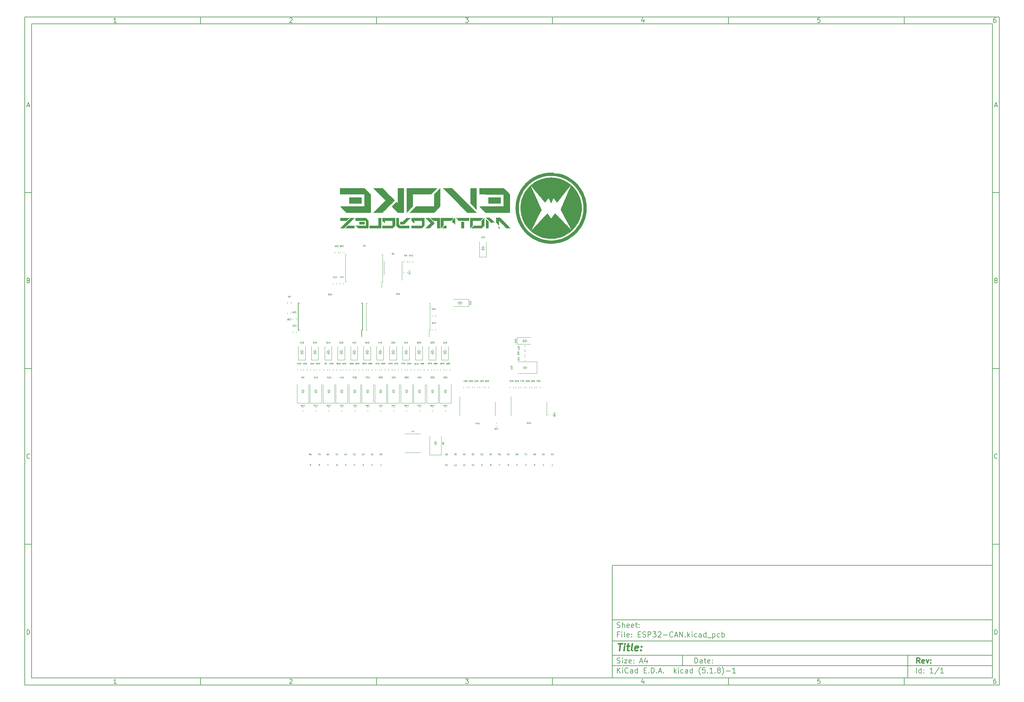
<source format=gbo>
G04 #@! TF.GenerationSoftware,KiCad,Pcbnew,(5.1.8)-1*
G04 #@! TF.CreationDate,2021-04-07T18:57:24+08:00*
G04 #@! TF.ProjectId,ESP32-CAN,45535033-322d-4434-914e-2e6b69636164,rev?*
G04 #@! TF.SameCoordinates,Original*
G04 #@! TF.FileFunction,Legend,Bot*
G04 #@! TF.FilePolarity,Positive*
%FSLAX46Y46*%
G04 Gerber Fmt 4.6, Leading zero omitted, Abs format (unit mm)*
G04 Created by KiCad (PCBNEW (5.1.8)-1) date 2021-04-07 18:57:24*
%MOMM*%
%LPD*%
G01*
G04 APERTURE LIST*
%ADD10C,0.100000*%
%ADD11C,0.150000*%
%ADD12C,0.300000*%
%ADD13C,0.400000*%
%ADD14C,0.010000*%
%ADD15C,0.120000*%
%ADD16C,3.302000*%
%ADD17C,1.802000*%
%ADD18C,2.502000*%
%ADD19O,2.102000X2.007000*%
%ADD20O,3.602000X3.602000*%
%ADD21O,2.602000X2.602000*%
%ADD22C,0.902000*%
%ADD23C,6.502000*%
%ADD24C,2.102000*%
G04 APERTURE END LIST*
D10*
D11*
X177002200Y-166007200D02*
X177002200Y-198007200D01*
X285002200Y-198007200D01*
X285002200Y-166007200D01*
X177002200Y-166007200D01*
D10*
D11*
X10000000Y-10000000D02*
X10000000Y-200007200D01*
X287002200Y-200007200D01*
X287002200Y-10000000D01*
X10000000Y-10000000D01*
D10*
D11*
X12000000Y-12000000D02*
X12000000Y-198007200D01*
X285002200Y-198007200D01*
X285002200Y-12000000D01*
X12000000Y-12000000D01*
D10*
D11*
X60000000Y-12000000D02*
X60000000Y-10000000D01*
D10*
D11*
X110000000Y-12000000D02*
X110000000Y-10000000D01*
D10*
D11*
X160000000Y-12000000D02*
X160000000Y-10000000D01*
D10*
D11*
X210000000Y-12000000D02*
X210000000Y-10000000D01*
D10*
D11*
X260000000Y-12000000D02*
X260000000Y-10000000D01*
D10*
D11*
X36065476Y-11588095D02*
X35322619Y-11588095D01*
X35694047Y-11588095D02*
X35694047Y-10288095D01*
X35570238Y-10473809D01*
X35446428Y-10597619D01*
X35322619Y-10659523D01*
D10*
D11*
X85322619Y-10411904D02*
X85384523Y-10350000D01*
X85508333Y-10288095D01*
X85817857Y-10288095D01*
X85941666Y-10350000D01*
X86003571Y-10411904D01*
X86065476Y-10535714D01*
X86065476Y-10659523D01*
X86003571Y-10845238D01*
X85260714Y-11588095D01*
X86065476Y-11588095D01*
D10*
D11*
X135260714Y-10288095D02*
X136065476Y-10288095D01*
X135632142Y-10783333D01*
X135817857Y-10783333D01*
X135941666Y-10845238D01*
X136003571Y-10907142D01*
X136065476Y-11030952D01*
X136065476Y-11340476D01*
X136003571Y-11464285D01*
X135941666Y-11526190D01*
X135817857Y-11588095D01*
X135446428Y-11588095D01*
X135322619Y-11526190D01*
X135260714Y-11464285D01*
D10*
D11*
X185941666Y-10721428D02*
X185941666Y-11588095D01*
X185632142Y-10226190D02*
X185322619Y-11154761D01*
X186127380Y-11154761D01*
D10*
D11*
X236003571Y-10288095D02*
X235384523Y-10288095D01*
X235322619Y-10907142D01*
X235384523Y-10845238D01*
X235508333Y-10783333D01*
X235817857Y-10783333D01*
X235941666Y-10845238D01*
X236003571Y-10907142D01*
X236065476Y-11030952D01*
X236065476Y-11340476D01*
X236003571Y-11464285D01*
X235941666Y-11526190D01*
X235817857Y-11588095D01*
X235508333Y-11588095D01*
X235384523Y-11526190D01*
X235322619Y-11464285D01*
D10*
D11*
X285941666Y-10288095D02*
X285694047Y-10288095D01*
X285570238Y-10350000D01*
X285508333Y-10411904D01*
X285384523Y-10597619D01*
X285322619Y-10845238D01*
X285322619Y-11340476D01*
X285384523Y-11464285D01*
X285446428Y-11526190D01*
X285570238Y-11588095D01*
X285817857Y-11588095D01*
X285941666Y-11526190D01*
X286003571Y-11464285D01*
X286065476Y-11340476D01*
X286065476Y-11030952D01*
X286003571Y-10907142D01*
X285941666Y-10845238D01*
X285817857Y-10783333D01*
X285570238Y-10783333D01*
X285446428Y-10845238D01*
X285384523Y-10907142D01*
X285322619Y-11030952D01*
D10*
D11*
X60000000Y-198007200D02*
X60000000Y-200007200D01*
D10*
D11*
X110000000Y-198007200D02*
X110000000Y-200007200D01*
D10*
D11*
X160000000Y-198007200D02*
X160000000Y-200007200D01*
D10*
D11*
X210000000Y-198007200D02*
X210000000Y-200007200D01*
D10*
D11*
X260000000Y-198007200D02*
X260000000Y-200007200D01*
D10*
D11*
X36065476Y-199595295D02*
X35322619Y-199595295D01*
X35694047Y-199595295D02*
X35694047Y-198295295D01*
X35570238Y-198481009D01*
X35446428Y-198604819D01*
X35322619Y-198666723D01*
D10*
D11*
X85322619Y-198419104D02*
X85384523Y-198357200D01*
X85508333Y-198295295D01*
X85817857Y-198295295D01*
X85941666Y-198357200D01*
X86003571Y-198419104D01*
X86065476Y-198542914D01*
X86065476Y-198666723D01*
X86003571Y-198852438D01*
X85260714Y-199595295D01*
X86065476Y-199595295D01*
D10*
D11*
X135260714Y-198295295D02*
X136065476Y-198295295D01*
X135632142Y-198790533D01*
X135817857Y-198790533D01*
X135941666Y-198852438D01*
X136003571Y-198914342D01*
X136065476Y-199038152D01*
X136065476Y-199347676D01*
X136003571Y-199471485D01*
X135941666Y-199533390D01*
X135817857Y-199595295D01*
X135446428Y-199595295D01*
X135322619Y-199533390D01*
X135260714Y-199471485D01*
D10*
D11*
X185941666Y-198728628D02*
X185941666Y-199595295D01*
X185632142Y-198233390D02*
X185322619Y-199161961D01*
X186127380Y-199161961D01*
D10*
D11*
X236003571Y-198295295D02*
X235384523Y-198295295D01*
X235322619Y-198914342D01*
X235384523Y-198852438D01*
X235508333Y-198790533D01*
X235817857Y-198790533D01*
X235941666Y-198852438D01*
X236003571Y-198914342D01*
X236065476Y-199038152D01*
X236065476Y-199347676D01*
X236003571Y-199471485D01*
X235941666Y-199533390D01*
X235817857Y-199595295D01*
X235508333Y-199595295D01*
X235384523Y-199533390D01*
X235322619Y-199471485D01*
D10*
D11*
X285941666Y-198295295D02*
X285694047Y-198295295D01*
X285570238Y-198357200D01*
X285508333Y-198419104D01*
X285384523Y-198604819D01*
X285322619Y-198852438D01*
X285322619Y-199347676D01*
X285384523Y-199471485D01*
X285446428Y-199533390D01*
X285570238Y-199595295D01*
X285817857Y-199595295D01*
X285941666Y-199533390D01*
X286003571Y-199471485D01*
X286065476Y-199347676D01*
X286065476Y-199038152D01*
X286003571Y-198914342D01*
X285941666Y-198852438D01*
X285817857Y-198790533D01*
X285570238Y-198790533D01*
X285446428Y-198852438D01*
X285384523Y-198914342D01*
X285322619Y-199038152D01*
D10*
D11*
X10000000Y-60000000D02*
X12000000Y-60000000D01*
D10*
D11*
X10000000Y-110000000D02*
X12000000Y-110000000D01*
D10*
D11*
X10000000Y-160000000D02*
X12000000Y-160000000D01*
D10*
D11*
X10690476Y-35216666D02*
X11309523Y-35216666D01*
X10566666Y-35588095D02*
X11000000Y-34288095D01*
X11433333Y-35588095D01*
D10*
D11*
X11092857Y-84907142D02*
X11278571Y-84969047D01*
X11340476Y-85030952D01*
X11402380Y-85154761D01*
X11402380Y-85340476D01*
X11340476Y-85464285D01*
X11278571Y-85526190D01*
X11154761Y-85588095D01*
X10659523Y-85588095D01*
X10659523Y-84288095D01*
X11092857Y-84288095D01*
X11216666Y-84350000D01*
X11278571Y-84411904D01*
X11340476Y-84535714D01*
X11340476Y-84659523D01*
X11278571Y-84783333D01*
X11216666Y-84845238D01*
X11092857Y-84907142D01*
X10659523Y-84907142D01*
D10*
D11*
X11402380Y-135464285D02*
X11340476Y-135526190D01*
X11154761Y-135588095D01*
X11030952Y-135588095D01*
X10845238Y-135526190D01*
X10721428Y-135402380D01*
X10659523Y-135278571D01*
X10597619Y-135030952D01*
X10597619Y-134845238D01*
X10659523Y-134597619D01*
X10721428Y-134473809D01*
X10845238Y-134350000D01*
X11030952Y-134288095D01*
X11154761Y-134288095D01*
X11340476Y-134350000D01*
X11402380Y-134411904D01*
D10*
D11*
X10659523Y-185588095D02*
X10659523Y-184288095D01*
X10969047Y-184288095D01*
X11154761Y-184350000D01*
X11278571Y-184473809D01*
X11340476Y-184597619D01*
X11402380Y-184845238D01*
X11402380Y-185030952D01*
X11340476Y-185278571D01*
X11278571Y-185402380D01*
X11154761Y-185526190D01*
X10969047Y-185588095D01*
X10659523Y-185588095D01*
D10*
D11*
X287002200Y-60000000D02*
X285002200Y-60000000D01*
D10*
D11*
X287002200Y-110000000D02*
X285002200Y-110000000D01*
D10*
D11*
X287002200Y-160000000D02*
X285002200Y-160000000D01*
D10*
D11*
X285692676Y-35216666D02*
X286311723Y-35216666D01*
X285568866Y-35588095D02*
X286002200Y-34288095D01*
X286435533Y-35588095D01*
D10*
D11*
X286095057Y-84907142D02*
X286280771Y-84969047D01*
X286342676Y-85030952D01*
X286404580Y-85154761D01*
X286404580Y-85340476D01*
X286342676Y-85464285D01*
X286280771Y-85526190D01*
X286156961Y-85588095D01*
X285661723Y-85588095D01*
X285661723Y-84288095D01*
X286095057Y-84288095D01*
X286218866Y-84350000D01*
X286280771Y-84411904D01*
X286342676Y-84535714D01*
X286342676Y-84659523D01*
X286280771Y-84783333D01*
X286218866Y-84845238D01*
X286095057Y-84907142D01*
X285661723Y-84907142D01*
D10*
D11*
X286404580Y-135464285D02*
X286342676Y-135526190D01*
X286156961Y-135588095D01*
X286033152Y-135588095D01*
X285847438Y-135526190D01*
X285723628Y-135402380D01*
X285661723Y-135278571D01*
X285599819Y-135030952D01*
X285599819Y-134845238D01*
X285661723Y-134597619D01*
X285723628Y-134473809D01*
X285847438Y-134350000D01*
X286033152Y-134288095D01*
X286156961Y-134288095D01*
X286342676Y-134350000D01*
X286404580Y-134411904D01*
D10*
D11*
X285661723Y-185588095D02*
X285661723Y-184288095D01*
X285971247Y-184288095D01*
X286156961Y-184350000D01*
X286280771Y-184473809D01*
X286342676Y-184597619D01*
X286404580Y-184845238D01*
X286404580Y-185030952D01*
X286342676Y-185278571D01*
X286280771Y-185402380D01*
X286156961Y-185526190D01*
X285971247Y-185588095D01*
X285661723Y-185588095D01*
D10*
D11*
X200434342Y-193785771D02*
X200434342Y-192285771D01*
X200791485Y-192285771D01*
X201005771Y-192357200D01*
X201148628Y-192500057D01*
X201220057Y-192642914D01*
X201291485Y-192928628D01*
X201291485Y-193142914D01*
X201220057Y-193428628D01*
X201148628Y-193571485D01*
X201005771Y-193714342D01*
X200791485Y-193785771D01*
X200434342Y-193785771D01*
X202577200Y-193785771D02*
X202577200Y-193000057D01*
X202505771Y-192857200D01*
X202362914Y-192785771D01*
X202077200Y-192785771D01*
X201934342Y-192857200D01*
X202577200Y-193714342D02*
X202434342Y-193785771D01*
X202077200Y-193785771D01*
X201934342Y-193714342D01*
X201862914Y-193571485D01*
X201862914Y-193428628D01*
X201934342Y-193285771D01*
X202077200Y-193214342D01*
X202434342Y-193214342D01*
X202577200Y-193142914D01*
X203077200Y-192785771D02*
X203648628Y-192785771D01*
X203291485Y-192285771D02*
X203291485Y-193571485D01*
X203362914Y-193714342D01*
X203505771Y-193785771D01*
X203648628Y-193785771D01*
X204720057Y-193714342D02*
X204577200Y-193785771D01*
X204291485Y-193785771D01*
X204148628Y-193714342D01*
X204077200Y-193571485D01*
X204077200Y-193000057D01*
X204148628Y-192857200D01*
X204291485Y-192785771D01*
X204577200Y-192785771D01*
X204720057Y-192857200D01*
X204791485Y-193000057D01*
X204791485Y-193142914D01*
X204077200Y-193285771D01*
X205434342Y-193642914D02*
X205505771Y-193714342D01*
X205434342Y-193785771D01*
X205362914Y-193714342D01*
X205434342Y-193642914D01*
X205434342Y-193785771D01*
X205434342Y-192857200D02*
X205505771Y-192928628D01*
X205434342Y-193000057D01*
X205362914Y-192928628D01*
X205434342Y-192857200D01*
X205434342Y-193000057D01*
D10*
D11*
X177002200Y-194507200D02*
X285002200Y-194507200D01*
D10*
D11*
X178434342Y-196585771D02*
X178434342Y-195085771D01*
X179291485Y-196585771D02*
X178648628Y-195728628D01*
X179291485Y-195085771D02*
X178434342Y-195942914D01*
X179934342Y-196585771D02*
X179934342Y-195585771D01*
X179934342Y-195085771D02*
X179862914Y-195157200D01*
X179934342Y-195228628D01*
X180005771Y-195157200D01*
X179934342Y-195085771D01*
X179934342Y-195228628D01*
X181505771Y-196442914D02*
X181434342Y-196514342D01*
X181220057Y-196585771D01*
X181077200Y-196585771D01*
X180862914Y-196514342D01*
X180720057Y-196371485D01*
X180648628Y-196228628D01*
X180577200Y-195942914D01*
X180577200Y-195728628D01*
X180648628Y-195442914D01*
X180720057Y-195300057D01*
X180862914Y-195157200D01*
X181077200Y-195085771D01*
X181220057Y-195085771D01*
X181434342Y-195157200D01*
X181505771Y-195228628D01*
X182791485Y-196585771D02*
X182791485Y-195800057D01*
X182720057Y-195657200D01*
X182577200Y-195585771D01*
X182291485Y-195585771D01*
X182148628Y-195657200D01*
X182791485Y-196514342D02*
X182648628Y-196585771D01*
X182291485Y-196585771D01*
X182148628Y-196514342D01*
X182077200Y-196371485D01*
X182077200Y-196228628D01*
X182148628Y-196085771D01*
X182291485Y-196014342D01*
X182648628Y-196014342D01*
X182791485Y-195942914D01*
X184148628Y-196585771D02*
X184148628Y-195085771D01*
X184148628Y-196514342D02*
X184005771Y-196585771D01*
X183720057Y-196585771D01*
X183577200Y-196514342D01*
X183505771Y-196442914D01*
X183434342Y-196300057D01*
X183434342Y-195871485D01*
X183505771Y-195728628D01*
X183577200Y-195657200D01*
X183720057Y-195585771D01*
X184005771Y-195585771D01*
X184148628Y-195657200D01*
X186005771Y-195800057D02*
X186505771Y-195800057D01*
X186720057Y-196585771D02*
X186005771Y-196585771D01*
X186005771Y-195085771D01*
X186720057Y-195085771D01*
X187362914Y-196442914D02*
X187434342Y-196514342D01*
X187362914Y-196585771D01*
X187291485Y-196514342D01*
X187362914Y-196442914D01*
X187362914Y-196585771D01*
X188077200Y-196585771D02*
X188077200Y-195085771D01*
X188434342Y-195085771D01*
X188648628Y-195157200D01*
X188791485Y-195300057D01*
X188862914Y-195442914D01*
X188934342Y-195728628D01*
X188934342Y-195942914D01*
X188862914Y-196228628D01*
X188791485Y-196371485D01*
X188648628Y-196514342D01*
X188434342Y-196585771D01*
X188077200Y-196585771D01*
X189577200Y-196442914D02*
X189648628Y-196514342D01*
X189577200Y-196585771D01*
X189505771Y-196514342D01*
X189577200Y-196442914D01*
X189577200Y-196585771D01*
X190220057Y-196157200D02*
X190934342Y-196157200D01*
X190077200Y-196585771D02*
X190577200Y-195085771D01*
X191077200Y-196585771D01*
X191577200Y-196442914D02*
X191648628Y-196514342D01*
X191577200Y-196585771D01*
X191505771Y-196514342D01*
X191577200Y-196442914D01*
X191577200Y-196585771D01*
X194577200Y-196585771D02*
X194577200Y-195085771D01*
X194720057Y-196014342D02*
X195148628Y-196585771D01*
X195148628Y-195585771D02*
X194577200Y-196157200D01*
X195791485Y-196585771D02*
X195791485Y-195585771D01*
X195791485Y-195085771D02*
X195720057Y-195157200D01*
X195791485Y-195228628D01*
X195862914Y-195157200D01*
X195791485Y-195085771D01*
X195791485Y-195228628D01*
X197148628Y-196514342D02*
X197005771Y-196585771D01*
X196720057Y-196585771D01*
X196577200Y-196514342D01*
X196505771Y-196442914D01*
X196434342Y-196300057D01*
X196434342Y-195871485D01*
X196505771Y-195728628D01*
X196577200Y-195657200D01*
X196720057Y-195585771D01*
X197005771Y-195585771D01*
X197148628Y-195657200D01*
X198434342Y-196585771D02*
X198434342Y-195800057D01*
X198362914Y-195657200D01*
X198220057Y-195585771D01*
X197934342Y-195585771D01*
X197791485Y-195657200D01*
X198434342Y-196514342D02*
X198291485Y-196585771D01*
X197934342Y-196585771D01*
X197791485Y-196514342D01*
X197720057Y-196371485D01*
X197720057Y-196228628D01*
X197791485Y-196085771D01*
X197934342Y-196014342D01*
X198291485Y-196014342D01*
X198434342Y-195942914D01*
X199791485Y-196585771D02*
X199791485Y-195085771D01*
X199791485Y-196514342D02*
X199648628Y-196585771D01*
X199362914Y-196585771D01*
X199220057Y-196514342D01*
X199148628Y-196442914D01*
X199077200Y-196300057D01*
X199077200Y-195871485D01*
X199148628Y-195728628D01*
X199220057Y-195657200D01*
X199362914Y-195585771D01*
X199648628Y-195585771D01*
X199791485Y-195657200D01*
X202077200Y-197157200D02*
X202005771Y-197085771D01*
X201862914Y-196871485D01*
X201791485Y-196728628D01*
X201720057Y-196514342D01*
X201648628Y-196157200D01*
X201648628Y-195871485D01*
X201720057Y-195514342D01*
X201791485Y-195300057D01*
X201862914Y-195157200D01*
X202005771Y-194942914D01*
X202077200Y-194871485D01*
X203362914Y-195085771D02*
X202648628Y-195085771D01*
X202577200Y-195800057D01*
X202648628Y-195728628D01*
X202791485Y-195657200D01*
X203148628Y-195657200D01*
X203291485Y-195728628D01*
X203362914Y-195800057D01*
X203434342Y-195942914D01*
X203434342Y-196300057D01*
X203362914Y-196442914D01*
X203291485Y-196514342D01*
X203148628Y-196585771D01*
X202791485Y-196585771D01*
X202648628Y-196514342D01*
X202577200Y-196442914D01*
X204077200Y-196442914D02*
X204148628Y-196514342D01*
X204077200Y-196585771D01*
X204005771Y-196514342D01*
X204077200Y-196442914D01*
X204077200Y-196585771D01*
X205577200Y-196585771D02*
X204720057Y-196585771D01*
X205148628Y-196585771D02*
X205148628Y-195085771D01*
X205005771Y-195300057D01*
X204862914Y-195442914D01*
X204720057Y-195514342D01*
X206220057Y-196442914D02*
X206291485Y-196514342D01*
X206220057Y-196585771D01*
X206148628Y-196514342D01*
X206220057Y-196442914D01*
X206220057Y-196585771D01*
X207148628Y-195728628D02*
X207005771Y-195657200D01*
X206934342Y-195585771D01*
X206862914Y-195442914D01*
X206862914Y-195371485D01*
X206934342Y-195228628D01*
X207005771Y-195157200D01*
X207148628Y-195085771D01*
X207434342Y-195085771D01*
X207577200Y-195157200D01*
X207648628Y-195228628D01*
X207720057Y-195371485D01*
X207720057Y-195442914D01*
X207648628Y-195585771D01*
X207577200Y-195657200D01*
X207434342Y-195728628D01*
X207148628Y-195728628D01*
X207005771Y-195800057D01*
X206934342Y-195871485D01*
X206862914Y-196014342D01*
X206862914Y-196300057D01*
X206934342Y-196442914D01*
X207005771Y-196514342D01*
X207148628Y-196585771D01*
X207434342Y-196585771D01*
X207577200Y-196514342D01*
X207648628Y-196442914D01*
X207720057Y-196300057D01*
X207720057Y-196014342D01*
X207648628Y-195871485D01*
X207577200Y-195800057D01*
X207434342Y-195728628D01*
X208220057Y-197157200D02*
X208291485Y-197085771D01*
X208434342Y-196871485D01*
X208505771Y-196728628D01*
X208577200Y-196514342D01*
X208648628Y-196157200D01*
X208648628Y-195871485D01*
X208577200Y-195514342D01*
X208505771Y-195300057D01*
X208434342Y-195157200D01*
X208291485Y-194942914D01*
X208220057Y-194871485D01*
X209362914Y-196014342D02*
X210505771Y-196014342D01*
X212005771Y-196585771D02*
X211148628Y-196585771D01*
X211577200Y-196585771D02*
X211577200Y-195085771D01*
X211434342Y-195300057D01*
X211291485Y-195442914D01*
X211148628Y-195514342D01*
D10*
D11*
X177002200Y-191507200D02*
X285002200Y-191507200D01*
D10*
D12*
X264411485Y-193785771D02*
X263911485Y-193071485D01*
X263554342Y-193785771D02*
X263554342Y-192285771D01*
X264125771Y-192285771D01*
X264268628Y-192357200D01*
X264340057Y-192428628D01*
X264411485Y-192571485D01*
X264411485Y-192785771D01*
X264340057Y-192928628D01*
X264268628Y-193000057D01*
X264125771Y-193071485D01*
X263554342Y-193071485D01*
X265625771Y-193714342D02*
X265482914Y-193785771D01*
X265197200Y-193785771D01*
X265054342Y-193714342D01*
X264982914Y-193571485D01*
X264982914Y-193000057D01*
X265054342Y-192857200D01*
X265197200Y-192785771D01*
X265482914Y-192785771D01*
X265625771Y-192857200D01*
X265697200Y-193000057D01*
X265697200Y-193142914D01*
X264982914Y-193285771D01*
X266197200Y-192785771D02*
X266554342Y-193785771D01*
X266911485Y-192785771D01*
X267482914Y-193642914D02*
X267554342Y-193714342D01*
X267482914Y-193785771D01*
X267411485Y-193714342D01*
X267482914Y-193642914D01*
X267482914Y-193785771D01*
X267482914Y-192857200D02*
X267554342Y-192928628D01*
X267482914Y-193000057D01*
X267411485Y-192928628D01*
X267482914Y-192857200D01*
X267482914Y-193000057D01*
D10*
D11*
X178362914Y-193714342D02*
X178577200Y-193785771D01*
X178934342Y-193785771D01*
X179077200Y-193714342D01*
X179148628Y-193642914D01*
X179220057Y-193500057D01*
X179220057Y-193357200D01*
X179148628Y-193214342D01*
X179077200Y-193142914D01*
X178934342Y-193071485D01*
X178648628Y-193000057D01*
X178505771Y-192928628D01*
X178434342Y-192857200D01*
X178362914Y-192714342D01*
X178362914Y-192571485D01*
X178434342Y-192428628D01*
X178505771Y-192357200D01*
X178648628Y-192285771D01*
X179005771Y-192285771D01*
X179220057Y-192357200D01*
X179862914Y-193785771D02*
X179862914Y-192785771D01*
X179862914Y-192285771D02*
X179791485Y-192357200D01*
X179862914Y-192428628D01*
X179934342Y-192357200D01*
X179862914Y-192285771D01*
X179862914Y-192428628D01*
X180434342Y-192785771D02*
X181220057Y-192785771D01*
X180434342Y-193785771D01*
X181220057Y-193785771D01*
X182362914Y-193714342D02*
X182220057Y-193785771D01*
X181934342Y-193785771D01*
X181791485Y-193714342D01*
X181720057Y-193571485D01*
X181720057Y-193000057D01*
X181791485Y-192857200D01*
X181934342Y-192785771D01*
X182220057Y-192785771D01*
X182362914Y-192857200D01*
X182434342Y-193000057D01*
X182434342Y-193142914D01*
X181720057Y-193285771D01*
X183077200Y-193642914D02*
X183148628Y-193714342D01*
X183077200Y-193785771D01*
X183005771Y-193714342D01*
X183077200Y-193642914D01*
X183077200Y-193785771D01*
X183077200Y-192857200D02*
X183148628Y-192928628D01*
X183077200Y-193000057D01*
X183005771Y-192928628D01*
X183077200Y-192857200D01*
X183077200Y-193000057D01*
X184862914Y-193357200D02*
X185577200Y-193357200D01*
X184720057Y-193785771D02*
X185220057Y-192285771D01*
X185720057Y-193785771D01*
X186862914Y-192785771D02*
X186862914Y-193785771D01*
X186505771Y-192214342D02*
X186148628Y-193285771D01*
X187077200Y-193285771D01*
D10*
D11*
X263434342Y-196585771D02*
X263434342Y-195085771D01*
X264791485Y-196585771D02*
X264791485Y-195085771D01*
X264791485Y-196514342D02*
X264648628Y-196585771D01*
X264362914Y-196585771D01*
X264220057Y-196514342D01*
X264148628Y-196442914D01*
X264077200Y-196300057D01*
X264077200Y-195871485D01*
X264148628Y-195728628D01*
X264220057Y-195657200D01*
X264362914Y-195585771D01*
X264648628Y-195585771D01*
X264791485Y-195657200D01*
X265505771Y-196442914D02*
X265577200Y-196514342D01*
X265505771Y-196585771D01*
X265434342Y-196514342D01*
X265505771Y-196442914D01*
X265505771Y-196585771D01*
X265505771Y-195657200D02*
X265577200Y-195728628D01*
X265505771Y-195800057D01*
X265434342Y-195728628D01*
X265505771Y-195657200D01*
X265505771Y-195800057D01*
X268148628Y-196585771D02*
X267291485Y-196585771D01*
X267720057Y-196585771D02*
X267720057Y-195085771D01*
X267577200Y-195300057D01*
X267434342Y-195442914D01*
X267291485Y-195514342D01*
X269862914Y-195014342D02*
X268577200Y-196942914D01*
X271148628Y-196585771D02*
X270291485Y-196585771D01*
X270720057Y-196585771D02*
X270720057Y-195085771D01*
X270577200Y-195300057D01*
X270434342Y-195442914D01*
X270291485Y-195514342D01*
D10*
D11*
X177002200Y-187507200D02*
X285002200Y-187507200D01*
D10*
D13*
X178714580Y-188211961D02*
X179857438Y-188211961D01*
X179036009Y-190211961D02*
X179286009Y-188211961D01*
X180274104Y-190211961D02*
X180440771Y-188878628D01*
X180524104Y-188211961D02*
X180416961Y-188307200D01*
X180500295Y-188402438D01*
X180607438Y-188307200D01*
X180524104Y-188211961D01*
X180500295Y-188402438D01*
X181107438Y-188878628D02*
X181869342Y-188878628D01*
X181476485Y-188211961D02*
X181262200Y-189926247D01*
X181333628Y-190116723D01*
X181512200Y-190211961D01*
X181702676Y-190211961D01*
X182655057Y-190211961D02*
X182476485Y-190116723D01*
X182405057Y-189926247D01*
X182619342Y-188211961D01*
X184190771Y-190116723D02*
X183988390Y-190211961D01*
X183607438Y-190211961D01*
X183428866Y-190116723D01*
X183357438Y-189926247D01*
X183452676Y-189164342D01*
X183571723Y-188973866D01*
X183774104Y-188878628D01*
X184155057Y-188878628D01*
X184333628Y-188973866D01*
X184405057Y-189164342D01*
X184381247Y-189354819D01*
X183405057Y-189545295D01*
X185155057Y-190021485D02*
X185238390Y-190116723D01*
X185131247Y-190211961D01*
X185047914Y-190116723D01*
X185155057Y-190021485D01*
X185131247Y-190211961D01*
X185286009Y-188973866D02*
X185369342Y-189069104D01*
X185262200Y-189164342D01*
X185178866Y-189069104D01*
X185286009Y-188973866D01*
X185262200Y-189164342D01*
D10*
D11*
X178934342Y-185600057D02*
X178434342Y-185600057D01*
X178434342Y-186385771D02*
X178434342Y-184885771D01*
X179148628Y-184885771D01*
X179720057Y-186385771D02*
X179720057Y-185385771D01*
X179720057Y-184885771D02*
X179648628Y-184957200D01*
X179720057Y-185028628D01*
X179791485Y-184957200D01*
X179720057Y-184885771D01*
X179720057Y-185028628D01*
X180648628Y-186385771D02*
X180505771Y-186314342D01*
X180434342Y-186171485D01*
X180434342Y-184885771D01*
X181791485Y-186314342D02*
X181648628Y-186385771D01*
X181362914Y-186385771D01*
X181220057Y-186314342D01*
X181148628Y-186171485D01*
X181148628Y-185600057D01*
X181220057Y-185457200D01*
X181362914Y-185385771D01*
X181648628Y-185385771D01*
X181791485Y-185457200D01*
X181862914Y-185600057D01*
X181862914Y-185742914D01*
X181148628Y-185885771D01*
X182505771Y-186242914D02*
X182577200Y-186314342D01*
X182505771Y-186385771D01*
X182434342Y-186314342D01*
X182505771Y-186242914D01*
X182505771Y-186385771D01*
X182505771Y-185457200D02*
X182577200Y-185528628D01*
X182505771Y-185600057D01*
X182434342Y-185528628D01*
X182505771Y-185457200D01*
X182505771Y-185600057D01*
X184362914Y-185600057D02*
X184862914Y-185600057D01*
X185077200Y-186385771D02*
X184362914Y-186385771D01*
X184362914Y-184885771D01*
X185077200Y-184885771D01*
X185648628Y-186314342D02*
X185862914Y-186385771D01*
X186220057Y-186385771D01*
X186362914Y-186314342D01*
X186434342Y-186242914D01*
X186505771Y-186100057D01*
X186505771Y-185957200D01*
X186434342Y-185814342D01*
X186362914Y-185742914D01*
X186220057Y-185671485D01*
X185934342Y-185600057D01*
X185791485Y-185528628D01*
X185720057Y-185457200D01*
X185648628Y-185314342D01*
X185648628Y-185171485D01*
X185720057Y-185028628D01*
X185791485Y-184957200D01*
X185934342Y-184885771D01*
X186291485Y-184885771D01*
X186505771Y-184957200D01*
X187148628Y-186385771D02*
X187148628Y-184885771D01*
X187720057Y-184885771D01*
X187862914Y-184957200D01*
X187934342Y-185028628D01*
X188005771Y-185171485D01*
X188005771Y-185385771D01*
X187934342Y-185528628D01*
X187862914Y-185600057D01*
X187720057Y-185671485D01*
X187148628Y-185671485D01*
X188505771Y-184885771D02*
X189434342Y-184885771D01*
X188934342Y-185457200D01*
X189148628Y-185457200D01*
X189291485Y-185528628D01*
X189362914Y-185600057D01*
X189434342Y-185742914D01*
X189434342Y-186100057D01*
X189362914Y-186242914D01*
X189291485Y-186314342D01*
X189148628Y-186385771D01*
X188720057Y-186385771D01*
X188577200Y-186314342D01*
X188505771Y-186242914D01*
X190005771Y-185028628D02*
X190077200Y-184957200D01*
X190220057Y-184885771D01*
X190577200Y-184885771D01*
X190720057Y-184957200D01*
X190791485Y-185028628D01*
X190862914Y-185171485D01*
X190862914Y-185314342D01*
X190791485Y-185528628D01*
X189934342Y-186385771D01*
X190862914Y-186385771D01*
X191505771Y-185814342D02*
X192648628Y-185814342D01*
X194220057Y-186242914D02*
X194148628Y-186314342D01*
X193934342Y-186385771D01*
X193791485Y-186385771D01*
X193577200Y-186314342D01*
X193434342Y-186171485D01*
X193362914Y-186028628D01*
X193291485Y-185742914D01*
X193291485Y-185528628D01*
X193362914Y-185242914D01*
X193434342Y-185100057D01*
X193577200Y-184957200D01*
X193791485Y-184885771D01*
X193934342Y-184885771D01*
X194148628Y-184957200D01*
X194220057Y-185028628D01*
X194791485Y-185957200D02*
X195505771Y-185957200D01*
X194648628Y-186385771D02*
X195148628Y-184885771D01*
X195648628Y-186385771D01*
X196148628Y-186385771D02*
X196148628Y-184885771D01*
X197005771Y-186385771D01*
X197005771Y-184885771D01*
X197720057Y-186242914D02*
X197791485Y-186314342D01*
X197720057Y-186385771D01*
X197648628Y-186314342D01*
X197720057Y-186242914D01*
X197720057Y-186385771D01*
X198434342Y-186385771D02*
X198434342Y-184885771D01*
X198577200Y-185814342D02*
X199005771Y-186385771D01*
X199005771Y-185385771D02*
X198434342Y-185957200D01*
X199648628Y-186385771D02*
X199648628Y-185385771D01*
X199648628Y-184885771D02*
X199577200Y-184957200D01*
X199648628Y-185028628D01*
X199720057Y-184957200D01*
X199648628Y-184885771D01*
X199648628Y-185028628D01*
X201005771Y-186314342D02*
X200862914Y-186385771D01*
X200577200Y-186385771D01*
X200434342Y-186314342D01*
X200362914Y-186242914D01*
X200291485Y-186100057D01*
X200291485Y-185671485D01*
X200362914Y-185528628D01*
X200434342Y-185457200D01*
X200577200Y-185385771D01*
X200862914Y-185385771D01*
X201005771Y-185457200D01*
X202291485Y-186385771D02*
X202291485Y-185600057D01*
X202220057Y-185457200D01*
X202077200Y-185385771D01*
X201791485Y-185385771D01*
X201648628Y-185457200D01*
X202291485Y-186314342D02*
X202148628Y-186385771D01*
X201791485Y-186385771D01*
X201648628Y-186314342D01*
X201577200Y-186171485D01*
X201577200Y-186028628D01*
X201648628Y-185885771D01*
X201791485Y-185814342D01*
X202148628Y-185814342D01*
X202291485Y-185742914D01*
X203648628Y-186385771D02*
X203648628Y-184885771D01*
X203648628Y-186314342D02*
X203505771Y-186385771D01*
X203220057Y-186385771D01*
X203077200Y-186314342D01*
X203005771Y-186242914D01*
X202934342Y-186100057D01*
X202934342Y-185671485D01*
X203005771Y-185528628D01*
X203077200Y-185457200D01*
X203220057Y-185385771D01*
X203505771Y-185385771D01*
X203648628Y-185457200D01*
X204005771Y-186528628D02*
X205148628Y-186528628D01*
X205505771Y-185385771D02*
X205505771Y-186885771D01*
X205505771Y-185457200D02*
X205648628Y-185385771D01*
X205934342Y-185385771D01*
X206077200Y-185457200D01*
X206148628Y-185528628D01*
X206220057Y-185671485D01*
X206220057Y-186100057D01*
X206148628Y-186242914D01*
X206077200Y-186314342D01*
X205934342Y-186385771D01*
X205648628Y-186385771D01*
X205505771Y-186314342D01*
X207505771Y-186314342D02*
X207362914Y-186385771D01*
X207077200Y-186385771D01*
X206934342Y-186314342D01*
X206862914Y-186242914D01*
X206791485Y-186100057D01*
X206791485Y-185671485D01*
X206862914Y-185528628D01*
X206934342Y-185457200D01*
X207077200Y-185385771D01*
X207362914Y-185385771D01*
X207505771Y-185457200D01*
X208148628Y-186385771D02*
X208148628Y-184885771D01*
X208148628Y-185457200D02*
X208291485Y-185385771D01*
X208577200Y-185385771D01*
X208720057Y-185457200D01*
X208791485Y-185528628D01*
X208862914Y-185671485D01*
X208862914Y-186100057D01*
X208791485Y-186242914D01*
X208720057Y-186314342D01*
X208577200Y-186385771D01*
X208291485Y-186385771D01*
X208148628Y-186314342D01*
D10*
D11*
X177002200Y-181507200D02*
X285002200Y-181507200D01*
D10*
D11*
X178362914Y-183614342D02*
X178577200Y-183685771D01*
X178934342Y-183685771D01*
X179077200Y-183614342D01*
X179148628Y-183542914D01*
X179220057Y-183400057D01*
X179220057Y-183257200D01*
X179148628Y-183114342D01*
X179077200Y-183042914D01*
X178934342Y-182971485D01*
X178648628Y-182900057D01*
X178505771Y-182828628D01*
X178434342Y-182757200D01*
X178362914Y-182614342D01*
X178362914Y-182471485D01*
X178434342Y-182328628D01*
X178505771Y-182257200D01*
X178648628Y-182185771D01*
X179005771Y-182185771D01*
X179220057Y-182257200D01*
X179862914Y-183685771D02*
X179862914Y-182185771D01*
X180505771Y-183685771D02*
X180505771Y-182900057D01*
X180434342Y-182757200D01*
X180291485Y-182685771D01*
X180077200Y-182685771D01*
X179934342Y-182757200D01*
X179862914Y-182828628D01*
X181791485Y-183614342D02*
X181648628Y-183685771D01*
X181362914Y-183685771D01*
X181220057Y-183614342D01*
X181148628Y-183471485D01*
X181148628Y-182900057D01*
X181220057Y-182757200D01*
X181362914Y-182685771D01*
X181648628Y-182685771D01*
X181791485Y-182757200D01*
X181862914Y-182900057D01*
X181862914Y-183042914D01*
X181148628Y-183185771D01*
X183077200Y-183614342D02*
X182934342Y-183685771D01*
X182648628Y-183685771D01*
X182505771Y-183614342D01*
X182434342Y-183471485D01*
X182434342Y-182900057D01*
X182505771Y-182757200D01*
X182648628Y-182685771D01*
X182934342Y-182685771D01*
X183077200Y-182757200D01*
X183148628Y-182900057D01*
X183148628Y-183042914D01*
X182434342Y-183185771D01*
X183577200Y-182685771D02*
X184148628Y-182685771D01*
X183791485Y-182185771D02*
X183791485Y-183471485D01*
X183862914Y-183614342D01*
X184005771Y-183685771D01*
X184148628Y-183685771D01*
X184648628Y-183542914D02*
X184720057Y-183614342D01*
X184648628Y-183685771D01*
X184577200Y-183614342D01*
X184648628Y-183542914D01*
X184648628Y-183685771D01*
X184648628Y-182757200D02*
X184720057Y-182828628D01*
X184648628Y-182900057D01*
X184577200Y-182828628D01*
X184648628Y-182757200D01*
X184648628Y-182900057D01*
D10*
D11*
X197002200Y-191507200D02*
X197002200Y-194507200D01*
D10*
D11*
X261002200Y-191507200D02*
X261002200Y-198007200D01*
D14*
G36*
X159339795Y-54296765D02*
G01*
X159131103Y-54301074D01*
X158940236Y-54308936D01*
X158758004Y-54320906D01*
X158575217Y-54337541D01*
X158382685Y-54359396D01*
X158260143Y-54375052D01*
X157664613Y-54471808D01*
X157079045Y-54603073D01*
X156504755Y-54768119D01*
X155943060Y-54966223D01*
X155395276Y-55196657D01*
X154862718Y-55458698D01*
X154346703Y-55751619D01*
X153848548Y-56074695D01*
X153369569Y-56427200D01*
X152911081Y-56808409D01*
X152474401Y-57217596D01*
X152060846Y-57654036D01*
X151833961Y-57917135D01*
X151462066Y-58391773D01*
X151120456Y-58885899D01*
X150809741Y-59398117D01*
X150530535Y-59927029D01*
X150283449Y-60471238D01*
X150069096Y-61029346D01*
X149888088Y-61599955D01*
X149741037Y-62181669D01*
X149628555Y-62773091D01*
X149589610Y-63040279D01*
X149564129Y-63244485D01*
X149544251Y-63432361D01*
X149529408Y-63613207D01*
X149519033Y-63796327D01*
X149512556Y-63991022D01*
X149509410Y-64206595D01*
X149508882Y-64361786D01*
X149510173Y-64595850D01*
X149514428Y-64803011D01*
X149522212Y-64992569D01*
X149534096Y-65173827D01*
X149550647Y-65356087D01*
X149572433Y-65548652D01*
X149589610Y-65683293D01*
X149686303Y-66278043D01*
X149817527Y-66862888D01*
X149982556Y-67436518D01*
X150180670Y-67997621D01*
X150411142Y-68544886D01*
X150673252Y-69077001D01*
X150966274Y-69592657D01*
X151289486Y-70090542D01*
X151642164Y-70569344D01*
X152023584Y-71027752D01*
X152433024Y-71464456D01*
X152869760Y-71878144D01*
X153132718Y-72104880D01*
X153499842Y-72397626D01*
X153869187Y-72665118D01*
X154249186Y-72912847D01*
X154648272Y-73146303D01*
X155074878Y-73370977D01*
X155085143Y-73376116D01*
X155628595Y-73628662D01*
X156179359Y-73846188D01*
X156739082Y-74029160D01*
X157309411Y-74178045D01*
X157891994Y-74293311D01*
X158488477Y-74375425D01*
X158674091Y-74394004D01*
X158781478Y-74402255D01*
X158913751Y-74409939D01*
X159063679Y-74416858D01*
X159224031Y-74422811D01*
X159387576Y-74427601D01*
X159547084Y-74431027D01*
X159695323Y-74432890D01*
X159825063Y-74432991D01*
X159929074Y-74431130D01*
X159965571Y-74429599D01*
X160547137Y-74385424D01*
X161106201Y-74315672D01*
X161646836Y-74219477D01*
X162173113Y-74095973D01*
X162689102Y-73944292D01*
X163198877Y-73763567D01*
X163323561Y-73714652D01*
X163463509Y-73656013D01*
X163625962Y-73583448D01*
X163803472Y-73500640D01*
X163988589Y-73411271D01*
X164173863Y-73319024D01*
X164351846Y-73227580D01*
X164515088Y-73140623D01*
X164656141Y-73061833D01*
X164719000Y-73024860D01*
X165233705Y-72695379D01*
X165720562Y-72343224D01*
X166180970Y-71967203D01*
X166616324Y-71566122D01*
X167028021Y-71138789D01*
X167317038Y-70806436D01*
X167688790Y-70331965D01*
X168030311Y-69837939D01*
X168340979Y-69325773D01*
X168620174Y-68796887D01*
X168867275Y-68252697D01*
X169081661Y-67694621D01*
X169262711Y-67124076D01*
X169409803Y-66542480D01*
X169522318Y-65951250D01*
X169561390Y-65683293D01*
X169586871Y-65479086D01*
X169606749Y-65291211D01*
X169621592Y-65110364D01*
X169631967Y-64927244D01*
X169638444Y-64732549D01*
X169641590Y-64516976D01*
X169642118Y-64361786D01*
X169641607Y-64269083D01*
X168793410Y-64269083D01*
X168793294Y-64474781D01*
X168790835Y-64676829D01*
X168786032Y-64868583D01*
X168778887Y-65043400D01*
X168769397Y-65194637D01*
X168758840Y-65305214D01*
X168670578Y-65904620D01*
X168550584Y-66486470D01*
X168398864Y-67050747D01*
X168215424Y-67597432D01*
X168000271Y-68126508D01*
X167753410Y-68637957D01*
X167474850Y-69131760D01*
X167271730Y-69450857D01*
X166940092Y-69919349D01*
X166589203Y-70358160D01*
X166216750Y-70769603D01*
X165820420Y-71155989D01*
X165397901Y-71519631D01*
X164946880Y-71862841D01*
X164663560Y-72058632D01*
X164180501Y-72359451D01*
X163683191Y-72626945D01*
X163171192Y-72861304D01*
X162644065Y-73062723D01*
X162101374Y-73231395D01*
X161849661Y-73297233D01*
X161490135Y-73381103D01*
X161156434Y-73448737D01*
X160842497Y-73501222D01*
X160542263Y-73539643D01*
X160437286Y-73550155D01*
X160345866Y-73558659D01*
X160260350Y-73566654D01*
X160191562Y-73573126D01*
X160156071Y-73576504D01*
X160092561Y-73580162D01*
X159998547Y-73582285D01*
X159879773Y-73582997D01*
X159741984Y-73582419D01*
X159590923Y-73580674D01*
X159432335Y-73577886D01*
X159271963Y-73574175D01*
X159115551Y-73569666D01*
X158968845Y-73564480D01*
X158837587Y-73558739D01*
X158727522Y-73552567D01*
X158644394Y-73546087D01*
X158623000Y-73543800D01*
X158114629Y-73470202D01*
X157606336Y-73370587D01*
X157105912Y-73246883D01*
X156621151Y-73101020D01*
X156159846Y-72934926D01*
X156154291Y-72932741D01*
X155643994Y-72712548D01*
X155145674Y-72458771D01*
X154661286Y-72172702D01*
X154192784Y-71855631D01*
X153742125Y-71508850D01*
X153311263Y-71133650D01*
X153052210Y-70884606D01*
X152796771Y-70620699D01*
X152562300Y-70358989D01*
X152341757Y-70090801D01*
X152128099Y-69807462D01*
X151914287Y-69500295D01*
X151849740Y-69403235D01*
X151736933Y-69229485D01*
X151639534Y-69073257D01*
X151551646Y-68924248D01*
X151467370Y-68772157D01*
X151380808Y-68606682D01*
X151290367Y-68426247D01*
X151067318Y-67934805D01*
X150871915Y-67420332D01*
X150704396Y-66883575D01*
X150564997Y-66325280D01*
X150468276Y-65831357D01*
X150440474Y-65664805D01*
X150417736Y-65515106D01*
X150399578Y-65375716D01*
X150385518Y-65240091D01*
X150375073Y-65101689D01*
X150367759Y-64953967D01*
X150363093Y-64790380D01*
X150360593Y-64604387D01*
X150359774Y-64389443D01*
X150359766Y-64361786D01*
X150360418Y-64142983D01*
X150362694Y-63953905D01*
X150367078Y-63788009D01*
X150374053Y-63638750D01*
X150384103Y-63499587D01*
X150397710Y-63363975D01*
X150415357Y-63225371D01*
X150437528Y-63077233D01*
X150464706Y-62913017D01*
X150468276Y-62892214D01*
X150583536Y-62314900D01*
X150726999Y-61759595D01*
X150899266Y-61224752D01*
X151100942Y-60708826D01*
X151332630Y-60210268D01*
X151594931Y-59727531D01*
X151878654Y-59273726D01*
X152111194Y-58938284D01*
X152345042Y-58628741D01*
X152588188Y-58335330D01*
X152848621Y-58048284D01*
X153052554Y-57838839D01*
X153467994Y-57447977D01*
X153905050Y-57084172D01*
X154361591Y-56748830D01*
X154835486Y-56443360D01*
X155324603Y-56169168D01*
X155826811Y-55927662D01*
X156154291Y-55790830D01*
X156624405Y-55621401D01*
X157118062Y-55473268D01*
X157628240Y-55348166D01*
X158147921Y-55247830D01*
X158632071Y-55178446D01*
X158756370Y-55166845D01*
X158910235Y-55157588D01*
X159087024Y-55150674D01*
X159280093Y-55146103D01*
X159482797Y-55143876D01*
X159688495Y-55143992D01*
X159890543Y-55146451D01*
X160082297Y-55151253D01*
X160257115Y-55158399D01*
X160408351Y-55167888D01*
X160518929Y-55178446D01*
X160979761Y-55244519D01*
X161445121Y-55332842D01*
X161906496Y-55441312D01*
X162355375Y-55567825D01*
X162783248Y-55710279D01*
X162996223Y-55790590D01*
X163506544Y-56010855D01*
X164004942Y-56264669D01*
X164489327Y-56550650D01*
X164957610Y-56867421D01*
X165407701Y-57213600D01*
X165837511Y-57587808D01*
X166098446Y-57838839D01*
X166490002Y-58255005D01*
X166854256Y-58692624D01*
X167189859Y-59149657D01*
X167495464Y-59624061D01*
X167769724Y-60113796D01*
X168011290Y-60616822D01*
X168146456Y-60940577D01*
X168315885Y-61410691D01*
X168464018Y-61904348D01*
X168589120Y-62414526D01*
X168689456Y-62934207D01*
X168758840Y-63418357D01*
X168770440Y-63542656D01*
X168779698Y-63696521D01*
X168786612Y-63873310D01*
X168791183Y-64066378D01*
X168793410Y-64269083D01*
X169641607Y-64269083D01*
X169640826Y-64127721D01*
X169636572Y-63920561D01*
X169628787Y-63731003D01*
X169616904Y-63549745D01*
X169600353Y-63367484D01*
X169578567Y-63174919D01*
X169561390Y-63040279D01*
X169464861Y-62446681D01*
X169333873Y-61863041D01*
X169169207Y-61290667D01*
X168971641Y-60730871D01*
X168741959Y-60184961D01*
X168480939Y-59654248D01*
X168189362Y-59140041D01*
X167868011Y-58643650D01*
X167517664Y-58166385D01*
X167139102Y-57709555D01*
X166733107Y-57274471D01*
X166300458Y-56862442D01*
X165841937Y-56474779D01*
X165487735Y-56205309D01*
X164994154Y-55868906D01*
X164481564Y-55562977D01*
X163951664Y-55288197D01*
X163406153Y-55045242D01*
X162846728Y-54834790D01*
X162275089Y-54657517D01*
X161692934Y-54514098D01*
X161101960Y-54405209D01*
X160890857Y-54375052D01*
X160688205Y-54349837D01*
X160500747Y-54330173D01*
X160319295Y-54315503D01*
X160134658Y-54305272D01*
X159937647Y-54298923D01*
X159719072Y-54295901D01*
X159575500Y-54295452D01*
X159339795Y-54296765D01*
G37*
X159339795Y-54296765D02*
X159131103Y-54301074D01*
X158940236Y-54308936D01*
X158758004Y-54320906D01*
X158575217Y-54337541D01*
X158382685Y-54359396D01*
X158260143Y-54375052D01*
X157664613Y-54471808D01*
X157079045Y-54603073D01*
X156504755Y-54768119D01*
X155943060Y-54966223D01*
X155395276Y-55196657D01*
X154862718Y-55458698D01*
X154346703Y-55751619D01*
X153848548Y-56074695D01*
X153369569Y-56427200D01*
X152911081Y-56808409D01*
X152474401Y-57217596D01*
X152060846Y-57654036D01*
X151833961Y-57917135D01*
X151462066Y-58391773D01*
X151120456Y-58885899D01*
X150809741Y-59398117D01*
X150530535Y-59927029D01*
X150283449Y-60471238D01*
X150069096Y-61029346D01*
X149888088Y-61599955D01*
X149741037Y-62181669D01*
X149628555Y-62773091D01*
X149589610Y-63040279D01*
X149564129Y-63244485D01*
X149544251Y-63432361D01*
X149529408Y-63613207D01*
X149519033Y-63796327D01*
X149512556Y-63991022D01*
X149509410Y-64206595D01*
X149508882Y-64361786D01*
X149510173Y-64595850D01*
X149514428Y-64803011D01*
X149522212Y-64992569D01*
X149534096Y-65173827D01*
X149550647Y-65356087D01*
X149572433Y-65548652D01*
X149589610Y-65683293D01*
X149686303Y-66278043D01*
X149817527Y-66862888D01*
X149982556Y-67436518D01*
X150180670Y-67997621D01*
X150411142Y-68544886D01*
X150673252Y-69077001D01*
X150966274Y-69592657D01*
X151289486Y-70090542D01*
X151642164Y-70569344D01*
X152023584Y-71027752D01*
X152433024Y-71464456D01*
X152869760Y-71878144D01*
X153132718Y-72104880D01*
X153499842Y-72397626D01*
X153869187Y-72665118D01*
X154249186Y-72912847D01*
X154648272Y-73146303D01*
X155074878Y-73370977D01*
X155085143Y-73376116D01*
X155628595Y-73628662D01*
X156179359Y-73846188D01*
X156739082Y-74029160D01*
X157309411Y-74178045D01*
X157891994Y-74293311D01*
X158488477Y-74375425D01*
X158674091Y-74394004D01*
X158781478Y-74402255D01*
X158913751Y-74409939D01*
X159063679Y-74416858D01*
X159224031Y-74422811D01*
X159387576Y-74427601D01*
X159547084Y-74431027D01*
X159695323Y-74432890D01*
X159825063Y-74432991D01*
X159929074Y-74431130D01*
X159965571Y-74429599D01*
X160547137Y-74385424D01*
X161106201Y-74315672D01*
X161646836Y-74219477D01*
X162173113Y-74095973D01*
X162689102Y-73944292D01*
X163198877Y-73763567D01*
X163323561Y-73714652D01*
X163463509Y-73656013D01*
X163625962Y-73583448D01*
X163803472Y-73500640D01*
X163988589Y-73411271D01*
X164173863Y-73319024D01*
X164351846Y-73227580D01*
X164515088Y-73140623D01*
X164656141Y-73061833D01*
X164719000Y-73024860D01*
X165233705Y-72695379D01*
X165720562Y-72343224D01*
X166180970Y-71967203D01*
X166616324Y-71566122D01*
X167028021Y-71138789D01*
X167317038Y-70806436D01*
X167688790Y-70331965D01*
X168030311Y-69837939D01*
X168340979Y-69325773D01*
X168620174Y-68796887D01*
X168867275Y-68252697D01*
X169081661Y-67694621D01*
X169262711Y-67124076D01*
X169409803Y-66542480D01*
X169522318Y-65951250D01*
X169561390Y-65683293D01*
X169586871Y-65479086D01*
X169606749Y-65291211D01*
X169621592Y-65110364D01*
X169631967Y-64927244D01*
X169638444Y-64732549D01*
X169641590Y-64516976D01*
X169642118Y-64361786D01*
X169641607Y-64269083D01*
X168793410Y-64269083D01*
X168793294Y-64474781D01*
X168790835Y-64676829D01*
X168786032Y-64868583D01*
X168778887Y-65043400D01*
X168769397Y-65194637D01*
X168758840Y-65305214D01*
X168670578Y-65904620D01*
X168550584Y-66486470D01*
X168398864Y-67050747D01*
X168215424Y-67597432D01*
X168000271Y-68126508D01*
X167753410Y-68637957D01*
X167474850Y-69131760D01*
X167271730Y-69450857D01*
X166940092Y-69919349D01*
X166589203Y-70358160D01*
X166216750Y-70769603D01*
X165820420Y-71155989D01*
X165397901Y-71519631D01*
X164946880Y-71862841D01*
X164663560Y-72058632D01*
X164180501Y-72359451D01*
X163683191Y-72626945D01*
X163171192Y-72861304D01*
X162644065Y-73062723D01*
X162101374Y-73231395D01*
X161849661Y-73297233D01*
X161490135Y-73381103D01*
X161156434Y-73448737D01*
X160842497Y-73501222D01*
X160542263Y-73539643D01*
X160437286Y-73550155D01*
X160345866Y-73558659D01*
X160260350Y-73566654D01*
X160191562Y-73573126D01*
X160156071Y-73576504D01*
X160092561Y-73580162D01*
X159998547Y-73582285D01*
X159879773Y-73582997D01*
X159741984Y-73582419D01*
X159590923Y-73580674D01*
X159432335Y-73577886D01*
X159271963Y-73574175D01*
X159115551Y-73569666D01*
X158968845Y-73564480D01*
X158837587Y-73558739D01*
X158727522Y-73552567D01*
X158644394Y-73546087D01*
X158623000Y-73543800D01*
X158114629Y-73470202D01*
X157606336Y-73370587D01*
X157105912Y-73246883D01*
X156621151Y-73101020D01*
X156159846Y-72934926D01*
X156154291Y-72932741D01*
X155643994Y-72712548D01*
X155145674Y-72458771D01*
X154661286Y-72172702D01*
X154192784Y-71855631D01*
X153742125Y-71508850D01*
X153311263Y-71133650D01*
X153052210Y-70884606D01*
X152796771Y-70620699D01*
X152562300Y-70358989D01*
X152341757Y-70090801D01*
X152128099Y-69807462D01*
X151914287Y-69500295D01*
X151849740Y-69403235D01*
X151736933Y-69229485D01*
X151639534Y-69073257D01*
X151551646Y-68924248D01*
X151467370Y-68772157D01*
X151380808Y-68606682D01*
X151290367Y-68426247D01*
X151067318Y-67934805D01*
X150871915Y-67420332D01*
X150704396Y-66883575D01*
X150564997Y-66325280D01*
X150468276Y-65831357D01*
X150440474Y-65664805D01*
X150417736Y-65515106D01*
X150399578Y-65375716D01*
X150385518Y-65240091D01*
X150375073Y-65101689D01*
X150367759Y-64953967D01*
X150363093Y-64790380D01*
X150360593Y-64604387D01*
X150359774Y-64389443D01*
X150359766Y-64361786D01*
X150360418Y-64142983D01*
X150362694Y-63953905D01*
X150367078Y-63788009D01*
X150374053Y-63638750D01*
X150384103Y-63499587D01*
X150397710Y-63363975D01*
X150415357Y-63225371D01*
X150437528Y-63077233D01*
X150464706Y-62913017D01*
X150468276Y-62892214D01*
X150583536Y-62314900D01*
X150726999Y-61759595D01*
X150899266Y-61224752D01*
X151100942Y-60708826D01*
X151332630Y-60210268D01*
X151594931Y-59727531D01*
X151878654Y-59273726D01*
X152111194Y-58938284D01*
X152345042Y-58628741D01*
X152588188Y-58335330D01*
X152848621Y-58048284D01*
X153052554Y-57838839D01*
X153467994Y-57447977D01*
X153905050Y-57084172D01*
X154361591Y-56748830D01*
X154835486Y-56443360D01*
X155324603Y-56169168D01*
X155826811Y-55927662D01*
X156154291Y-55790830D01*
X156624405Y-55621401D01*
X157118062Y-55473268D01*
X157628240Y-55348166D01*
X158147921Y-55247830D01*
X158632071Y-55178446D01*
X158756370Y-55166845D01*
X158910235Y-55157588D01*
X159087024Y-55150674D01*
X159280093Y-55146103D01*
X159482797Y-55143876D01*
X159688495Y-55143992D01*
X159890543Y-55146451D01*
X160082297Y-55151253D01*
X160257115Y-55158399D01*
X160408351Y-55167888D01*
X160518929Y-55178446D01*
X160979761Y-55244519D01*
X161445121Y-55332842D01*
X161906496Y-55441312D01*
X162355375Y-55567825D01*
X162783248Y-55710279D01*
X162996223Y-55790590D01*
X163506544Y-56010855D01*
X164004942Y-56264669D01*
X164489327Y-56550650D01*
X164957610Y-56867421D01*
X165407701Y-57213600D01*
X165837511Y-57587808D01*
X166098446Y-57838839D01*
X166490002Y-58255005D01*
X166854256Y-58692624D01*
X167189859Y-59149657D01*
X167495464Y-59624061D01*
X167769724Y-60113796D01*
X168011290Y-60616822D01*
X168146456Y-60940577D01*
X168315885Y-61410691D01*
X168464018Y-61904348D01*
X168589120Y-62414526D01*
X168689456Y-62934207D01*
X168758840Y-63418357D01*
X168770440Y-63542656D01*
X168779698Y-63696521D01*
X168786612Y-63873310D01*
X168791183Y-64066378D01*
X168793410Y-64269083D01*
X169641607Y-64269083D01*
X169640826Y-64127721D01*
X169636572Y-63920561D01*
X169628787Y-63731003D01*
X169616904Y-63549745D01*
X169600353Y-63367484D01*
X169578567Y-63174919D01*
X169561390Y-63040279D01*
X169464861Y-62446681D01*
X169333873Y-61863041D01*
X169169207Y-61290667D01*
X168971641Y-60730871D01*
X168741959Y-60184961D01*
X168480939Y-59654248D01*
X168189362Y-59140041D01*
X167868011Y-58643650D01*
X167517664Y-58166385D01*
X167139102Y-57709555D01*
X166733107Y-57274471D01*
X166300458Y-56862442D01*
X165841937Y-56474779D01*
X165487735Y-56205309D01*
X164994154Y-55868906D01*
X164481564Y-55562977D01*
X163951664Y-55288197D01*
X163406153Y-55045242D01*
X162846728Y-54834790D01*
X162275089Y-54657517D01*
X161692934Y-54514098D01*
X161101960Y-54405209D01*
X160890857Y-54375052D01*
X160688205Y-54349837D01*
X160500747Y-54330173D01*
X160319295Y-54315503D01*
X160134658Y-54305272D01*
X159937647Y-54298923D01*
X159719072Y-54295901D01*
X159575500Y-54295452D01*
X159339795Y-54296765D01*
G36*
X140217071Y-67527714D02*
G01*
X139845143Y-67899311D01*
X139845143Y-69342000D01*
X137676731Y-69342000D01*
X136951697Y-70067714D01*
X139854546Y-70067714D01*
X140221773Y-69700159D01*
X140589000Y-69332605D01*
X140589000Y-67156118D01*
X140217071Y-67527714D01*
G37*
X140217071Y-67527714D02*
X139845143Y-67899311D01*
X139845143Y-69342000D01*
X137676731Y-69342000D01*
X136951697Y-70067714D01*
X139854546Y-70067714D01*
X140221773Y-69700159D01*
X140589000Y-69332605D01*
X140589000Y-67156118D01*
X140217071Y-67527714D01*
G36*
X136579428Y-68616286D02*
G01*
X136579486Y-68842247D01*
X136579652Y-69057428D01*
X136579918Y-69259115D01*
X136580276Y-69444591D01*
X136580716Y-69611141D01*
X136581229Y-69756050D01*
X136581807Y-69876600D01*
X136582442Y-69970077D01*
X136583123Y-70033766D01*
X136583843Y-70064949D01*
X136584134Y-70067714D01*
X136597654Y-70055404D01*
X136633484Y-70020644D01*
X136688326Y-69966695D01*
X136758881Y-69896813D01*
X136841851Y-69814258D01*
X136933938Y-69722289D01*
X136946991Y-69709227D01*
X137305143Y-69350739D01*
X137305143Y-67890571D01*
X139491697Y-67890571D01*
X140216731Y-67164857D01*
X136579428Y-67164857D01*
X136579428Y-68616286D01*
G37*
X136579428Y-68616286D02*
X136579486Y-68842247D01*
X136579652Y-69057428D01*
X136579918Y-69259115D01*
X136580276Y-69444591D01*
X136580716Y-69611141D01*
X136581229Y-69756050D01*
X136581807Y-69876600D01*
X136582442Y-69970077D01*
X136583123Y-70033766D01*
X136583843Y-70064949D01*
X136584134Y-70067714D01*
X136597654Y-70055404D01*
X136633484Y-70020644D01*
X136688326Y-69966695D01*
X136758881Y-69896813D01*
X136841851Y-69814258D01*
X136933938Y-69722289D01*
X136946991Y-69709227D01*
X137305143Y-69350739D01*
X137305143Y-67890571D01*
X139491697Y-67890571D01*
X140216731Y-67164857D01*
X136579428Y-67164857D01*
X136579428Y-68616286D01*
G36*
X134057571Y-70067714D02*
G01*
X134783286Y-70067714D01*
X134783286Y-68253429D01*
X134057571Y-68253429D01*
X134057571Y-70067714D01*
G37*
X134057571Y-70067714D02*
X134783286Y-70067714D01*
X134783286Y-68253429D01*
X134057571Y-68253429D01*
X134057571Y-70067714D01*
G36*
X131535714Y-67881160D02*
G01*
X131535714Y-69342000D01*
X129349160Y-69342000D01*
X128624126Y-70067714D01*
X131545126Y-70067714D01*
X131903277Y-69709227D01*
X132261428Y-69350739D01*
X132261428Y-67156126D01*
X131535714Y-67881160D01*
G37*
X131535714Y-67881160D02*
X131535714Y-69342000D01*
X129349160Y-69342000D01*
X128624126Y-70067714D01*
X131545126Y-70067714D01*
X131903277Y-69709227D01*
X132261428Y-69350739D01*
X132261428Y-67156126D01*
X131535714Y-67881160D01*
G36*
X128251857Y-68616286D02*
G01*
X128251914Y-68842247D01*
X128252081Y-69057428D01*
X128252347Y-69259115D01*
X128252704Y-69444591D01*
X128253144Y-69611141D01*
X128253658Y-69756050D01*
X128254236Y-69876600D01*
X128254870Y-69970077D01*
X128255552Y-70033766D01*
X128256272Y-70064949D01*
X128256563Y-70067714D01*
X128270083Y-70055404D01*
X128305913Y-70020644D01*
X128360754Y-69966695D01*
X128431309Y-69896813D01*
X128514280Y-69814258D01*
X128606367Y-69722289D01*
X128619420Y-69709227D01*
X128977571Y-69350739D01*
X128977571Y-67890571D01*
X131164126Y-67890571D01*
X131889160Y-67164857D01*
X128251857Y-67164857D01*
X128251857Y-68616286D01*
G37*
X128251857Y-68616286D02*
X128251914Y-68842247D01*
X128252081Y-69057428D01*
X128252347Y-69259115D01*
X128252704Y-69444591D01*
X128253144Y-69611141D01*
X128253658Y-69756050D01*
X128254236Y-69876600D01*
X128254870Y-69970077D01*
X128255552Y-70033766D01*
X128256272Y-70064949D01*
X128256563Y-70067714D01*
X128270083Y-70055404D01*
X128305913Y-70020644D01*
X128360754Y-69966695D01*
X128431309Y-69896813D01*
X128514280Y-69814258D01*
X128606367Y-69722289D01*
X128619420Y-69709227D01*
X128977571Y-69350739D01*
X128977571Y-67890571D01*
X131164126Y-67890571D01*
X131889160Y-67164857D01*
X128251857Y-67164857D01*
X128251857Y-68616286D01*
G36*
X126101588Y-67890571D02*
G01*
X127181429Y-67890571D01*
X127181429Y-70067714D01*
X127925286Y-70067714D01*
X127925286Y-67164857D01*
X125376554Y-67164857D01*
X126101588Y-67890571D01*
G37*
X126101588Y-67890571D02*
X127181429Y-67890571D01*
X127181429Y-70067714D01*
X127925286Y-70067714D01*
X127925286Y-67164857D01*
X125376554Y-67164857D01*
X126101588Y-67890571D01*
G36*
X124650500Y-67890571D02*
G01*
X125376044Y-68616286D01*
X123924956Y-70067714D01*
X125013527Y-70067714D01*
X125739071Y-69342000D01*
X126464616Y-68616286D01*
X125739071Y-67890571D01*
X125013527Y-67164857D01*
X123924956Y-67164857D01*
X124650500Y-67890571D01*
G37*
X124650500Y-67890571D02*
X125376044Y-68616286D01*
X123924956Y-70067714D01*
X125013527Y-70067714D01*
X125739071Y-69342000D01*
X126464616Y-68616286D01*
X125739071Y-67890571D01*
X125013527Y-67164857D01*
X123924956Y-67164857D01*
X124650500Y-67890571D01*
G36*
X119942429Y-67899992D02*
G01*
X120291849Y-68249067D01*
X120384213Y-68340866D01*
X120468397Y-68423630D01*
X120540959Y-68494048D01*
X120598458Y-68548809D01*
X120637450Y-68584600D01*
X120654494Y-68598112D01*
X120654706Y-68598143D01*
X120658839Y-68580917D01*
X120662457Y-68532908D01*
X120665351Y-68459614D01*
X120667312Y-68366537D01*
X120668131Y-68259177D01*
X120668143Y-68244357D01*
X120668143Y-67890571D01*
X122845286Y-67890571D01*
X122845286Y-69342000D01*
X119942429Y-69342000D01*
X119942429Y-70067714D01*
X122854697Y-70067714D01*
X123212849Y-69709227D01*
X123571000Y-69350739D01*
X123571000Y-67164857D01*
X119942429Y-67164857D01*
X119942429Y-67899992D01*
G37*
X119942429Y-67899992D02*
X120291849Y-68249067D01*
X120384213Y-68340866D01*
X120468397Y-68423630D01*
X120540959Y-68494048D01*
X120598458Y-68548809D01*
X120637450Y-68584600D01*
X120654494Y-68598112D01*
X120654706Y-68598143D01*
X120658839Y-68580917D01*
X120662457Y-68532908D01*
X120665351Y-68459614D01*
X120667312Y-68366537D01*
X120668131Y-68259177D01*
X120668143Y-68244357D01*
X120668143Y-67890571D01*
X122845286Y-67890571D01*
X122845286Y-69342000D01*
X119942429Y-69342000D01*
X119942429Y-70067714D01*
X122854697Y-70067714D01*
X123212849Y-69709227D01*
X123571000Y-69350739D01*
X123571000Y-67164857D01*
X119942429Y-67164857D01*
X119942429Y-67899992D01*
G36*
X115588143Y-69333261D02*
G01*
X115955698Y-69700487D01*
X116323253Y-70067714D01*
X119234857Y-70067714D01*
X119234857Y-69342000D01*
X116686405Y-69342000D01*
X116313857Y-68970720D01*
X116313857Y-67164857D01*
X115588143Y-67164857D01*
X115588143Y-69333261D01*
G37*
X115588143Y-69333261D02*
X115955698Y-69700487D01*
X116323253Y-70067714D01*
X119234857Y-70067714D01*
X119234857Y-69342000D01*
X116686405Y-69342000D01*
X116313857Y-68970720D01*
X116313857Y-67164857D01*
X115588143Y-67164857D01*
X115588143Y-69333261D01*
G36*
X111614857Y-67899983D02*
G01*
X112340571Y-68625017D01*
X112340571Y-67890571D01*
X114517714Y-67890571D01*
X114517714Y-69342000D01*
X111614857Y-69342000D01*
X111614857Y-70067714D01*
X114527126Y-70067714D01*
X114885277Y-69709227D01*
X115243429Y-69350739D01*
X115243429Y-67164857D01*
X111614857Y-67164857D01*
X111614857Y-67899983D01*
G37*
X111614857Y-67899983D02*
X112340571Y-68625017D01*
X112340571Y-67890571D01*
X114517714Y-67890571D01*
X114517714Y-69342000D01*
X111614857Y-69342000D01*
X111614857Y-70067714D01*
X114527126Y-70067714D01*
X114885277Y-69709227D01*
X115243429Y-69350739D01*
X115243429Y-67164857D01*
X111614857Y-67164857D01*
X111614857Y-67899983D01*
G36*
X110544429Y-69342000D02*
G01*
X108004429Y-69342000D01*
X108004429Y-70067714D01*
X111270143Y-70067714D01*
X111270143Y-67164857D01*
X110544429Y-67164857D01*
X110544429Y-69342000D01*
G37*
X110544429Y-69342000D02*
X108004429Y-69342000D01*
X108004429Y-70067714D01*
X111270143Y-70067714D01*
X111270143Y-67164857D01*
X110544429Y-67164857D01*
X110544429Y-69342000D01*
G36*
X104013000Y-67890571D02*
G01*
X106934000Y-67890571D01*
X106934000Y-69342000D01*
X104022412Y-69342000D01*
X104384929Y-69704857D01*
X104747445Y-70067714D01*
X107659714Y-70067714D01*
X107659714Y-67899311D01*
X106924604Y-67164857D01*
X104013000Y-67164857D01*
X104013000Y-67890571D01*
G37*
X104013000Y-67890571D02*
X106934000Y-67890571D01*
X106934000Y-69342000D01*
X104022412Y-69342000D01*
X104384929Y-69704857D01*
X104747445Y-70067714D01*
X107659714Y-70067714D01*
X107659714Y-67899311D01*
X106924604Y-67164857D01*
X104013000Y-67164857D01*
X104013000Y-67890571D01*
G36*
X101137697Y-70067714D02*
G01*
X103686428Y-70067714D01*
X103686428Y-69342000D01*
X101862731Y-69342000D01*
X101137697Y-70067714D01*
G37*
X101137697Y-70067714D02*
X103686428Y-70067714D01*
X103686428Y-69342000D01*
X101862731Y-69342000D01*
X101137697Y-70067714D01*
G36*
X101137357Y-68616286D02*
G01*
X99686014Y-70067714D01*
X100774585Y-70067714D01*
X102225928Y-68616286D01*
X103677272Y-67164857D01*
X102588701Y-67164857D01*
X101137357Y-68616286D01*
G37*
X101137357Y-68616286D02*
X99686014Y-70067714D01*
X100774585Y-70067714D01*
X102225928Y-68616286D01*
X103677272Y-67164857D01*
X102588701Y-67164857D01*
X101137357Y-68616286D01*
G36*
X143963571Y-68571269D02*
G01*
X144326429Y-68933786D01*
X144689286Y-69296303D01*
X144689286Y-68575294D01*
X144689617Y-68417549D01*
X144690564Y-68271719D01*
X144692052Y-68141660D01*
X144694008Y-68031223D01*
X144696360Y-67944261D01*
X144699035Y-67884628D01*
X144701959Y-67856176D01*
X144702950Y-67854286D01*
X144717560Y-67866821D01*
X144755891Y-67903175D01*
X144816042Y-67961471D01*
X144896113Y-68039833D01*
X144994205Y-68136384D01*
X145108417Y-68249249D01*
X145236848Y-68376550D01*
X145377600Y-68516411D01*
X145528772Y-68666955D01*
X145688464Y-68826306D01*
X145796000Y-68933786D01*
X146875386Y-70013286D01*
X147963986Y-70013286D01*
X146512643Y-68561857D01*
X145061299Y-67110429D01*
X143963571Y-67110429D01*
X143963571Y-68571269D01*
G37*
X143963571Y-68571269D02*
X144326429Y-68933786D01*
X144689286Y-69296303D01*
X144689286Y-68575294D01*
X144689617Y-68417549D01*
X144690564Y-68271719D01*
X144692052Y-68141660D01*
X144694008Y-68031223D01*
X144696360Y-67944261D01*
X144699035Y-67884628D01*
X144701959Y-67856176D01*
X144702950Y-67854286D01*
X144717560Y-67866821D01*
X144755891Y-67903175D01*
X144816042Y-67961471D01*
X144896113Y-68039833D01*
X144994205Y-68136384D01*
X145108417Y-68249249D01*
X145236848Y-68376550D01*
X145377600Y-68516411D01*
X145528772Y-68666955D01*
X145688464Y-68826306D01*
X145796000Y-68933786D01*
X146875386Y-70013286D01*
X147963986Y-70013286D01*
X146512643Y-68561857D01*
X145061299Y-67110429D01*
X143963571Y-67110429D01*
X143963571Y-68571269D01*
G36*
X142503071Y-68561857D02*
G01*
X143954415Y-70013286D01*
X145042986Y-70013286D01*
X143591643Y-68561857D01*
X142140299Y-67110429D01*
X141051728Y-67110429D01*
X142503071Y-68561857D01*
G37*
X142503071Y-68561857D02*
X143954415Y-70013286D01*
X145042986Y-70013286D01*
X143591643Y-68561857D01*
X142140299Y-67110429D01*
X141051728Y-67110429D01*
X142503071Y-68561857D01*
G36*
X141060714Y-70013286D02*
G01*
X141786429Y-70013286D01*
X141786429Y-68207731D01*
X141423571Y-67845214D01*
X141060714Y-67482697D01*
X141060714Y-70013286D01*
G37*
X141060714Y-70013286D02*
X141786429Y-70013286D01*
X141786429Y-68207731D01*
X141423571Y-67845214D01*
X141060714Y-67482697D01*
X141060714Y-70013286D01*
G36*
X117411727Y-68253429D02*
G01*
X116676714Y-68253429D01*
X116676714Y-68979143D01*
X117774493Y-68979143D01*
X119588507Y-67164857D01*
X118499845Y-67164857D01*
X117411727Y-68253429D01*
G37*
X117411727Y-68253429D02*
X116676714Y-68253429D01*
X116676714Y-68979143D01*
X117774493Y-68979143D01*
X119588507Y-67164857D01*
X118499845Y-67164857D01*
X117411727Y-68253429D01*
G36*
X105119714Y-68979143D02*
G01*
X106571143Y-68979143D01*
X106571143Y-68253429D01*
X105119714Y-68253429D01*
X105119714Y-68979143D01*
G37*
X105119714Y-68979143D02*
X106571143Y-68979143D01*
X106571143Y-68253429D01*
X105119714Y-68253429D01*
X105119714Y-68979143D01*
G36*
X132959928Y-67527714D02*
G01*
X133322445Y-67890571D01*
X136234714Y-67890571D01*
X136234714Y-67164857D01*
X132597412Y-67164857D01*
X132959928Y-67527714D01*
G37*
X132959928Y-67527714D02*
X133322445Y-67890571D01*
X136234714Y-67890571D01*
X136234714Y-67164857D01*
X132597412Y-67164857D01*
X132959928Y-67527714D01*
G36*
X99676857Y-67890571D02*
G01*
X101500554Y-67890571D01*
X102225588Y-67164857D01*
X99676857Y-67164857D01*
X99676857Y-67890571D01*
G37*
X99676857Y-67890571D02*
X101500554Y-67890571D01*
X102225588Y-67164857D01*
X99676857Y-67164857D01*
X99676857Y-67890571D01*
G36*
X139192000Y-60433764D02*
G01*
X142652750Y-60438346D01*
X146113500Y-60442929D01*
X146118127Y-62171036D01*
X146122755Y-63899143D01*
X139201215Y-63899143D01*
X140062857Y-64760929D01*
X140924500Y-65622714D01*
X147846143Y-65622714D01*
X147846143Y-60442787D01*
X146979751Y-59576536D01*
X146113360Y-58710286D01*
X139192000Y-58710286D01*
X139192000Y-60433764D01*
G37*
X139192000Y-60433764D02*
X142652750Y-60438346D01*
X146113500Y-60442929D01*
X146118127Y-62171036D01*
X146122755Y-63899143D01*
X139201215Y-63899143D01*
X140062857Y-64760929D01*
X140924500Y-65622714D01*
X147846143Y-65622714D01*
X147846143Y-60442787D01*
X146979751Y-59576536D01*
X146113360Y-58710286D01*
X139192000Y-58710286D01*
X139192000Y-60433764D01*
G36*
X132334000Y-62166500D02*
G01*
X135790178Y-65622714D01*
X138384607Y-65622714D01*
X134928428Y-62166500D01*
X131472250Y-58710286D01*
X128877821Y-58710286D01*
X132334000Y-62166500D01*
G37*
X132334000Y-62166500D02*
X135790178Y-65622714D01*
X138384607Y-65622714D01*
X134928428Y-62166500D01*
X131472250Y-58710286D01*
X128877821Y-58710286D01*
X132334000Y-62166500D01*
G36*
X127208643Y-59563000D02*
G01*
X126346857Y-60424643D01*
X126346857Y-63899143D01*
X121148785Y-63899143D01*
X120287143Y-64760929D01*
X119425500Y-65622714D01*
X126337927Y-65622714D01*
X127204178Y-64756323D01*
X128070428Y-63889931D01*
X128070428Y-58701358D01*
X127208643Y-59563000D01*
G37*
X127208643Y-59563000D02*
X126346857Y-60424643D01*
X126346857Y-63899143D01*
X121148785Y-63899143D01*
X120287143Y-64760929D01*
X119425500Y-65622714D01*
X126337927Y-65622714D01*
X127204178Y-64756323D01*
X128070428Y-63889931D01*
X128070428Y-58701358D01*
X127208643Y-59563000D01*
G36*
X116023571Y-63036790D02*
G01*
X115587891Y-62602244D01*
X114291032Y-63899103D01*
X115152694Y-64760909D01*
X116014357Y-65622714D01*
X117747143Y-65622714D01*
X117747143Y-58710286D01*
X116023571Y-58710286D01*
X116023571Y-63036790D01*
G37*
X116023571Y-63036790D02*
X115587891Y-62602244D01*
X114291032Y-63899103D01*
X115152694Y-64760909D01*
X116014357Y-65622714D01*
X117747143Y-65622714D01*
X117747143Y-58710286D01*
X116023571Y-58710286D01*
X116023571Y-63036790D01*
G36*
X110830202Y-60438417D02*
G01*
X112558262Y-62166547D01*
X110830179Y-63894631D01*
X109102095Y-65622714D01*
X111696571Y-65622714D01*
X113424643Y-63894572D01*
X115152714Y-62166429D01*
X113424572Y-60438357D01*
X111696429Y-58710286D01*
X109102143Y-58710286D01*
X110830202Y-60438417D01*
G37*
X110830202Y-60438417D02*
X112558262Y-62166547D01*
X110830179Y-63894631D01*
X109102095Y-65622714D01*
X111696571Y-65622714D01*
X113424643Y-63894572D01*
X115152714Y-62166429D01*
X113424572Y-60438357D01*
X111696429Y-58710286D01*
X109102143Y-58710286D01*
X110830202Y-60438417D01*
G36*
X99640571Y-60433857D02*
G01*
X106553000Y-60433857D01*
X106553000Y-63899143D01*
X99649786Y-63899143D01*
X100511428Y-64760929D01*
X101373071Y-65622714D01*
X108294714Y-65622714D01*
X108294714Y-60442787D01*
X107428323Y-59576536D01*
X106561931Y-58710286D01*
X99640571Y-58710286D01*
X99640571Y-60433857D01*
G37*
X99640571Y-60433857D02*
X106553000Y-60433857D01*
X106553000Y-63899143D01*
X99649786Y-63899143D01*
X100511428Y-64760929D01*
X101373071Y-65622714D01*
X108294714Y-65622714D01*
X108294714Y-60442787D01*
X107428323Y-59576536D01*
X106561931Y-58710286D01*
X99640571Y-58710286D01*
X99640571Y-60433857D01*
G36*
X118563571Y-62157429D02*
G01*
X118563595Y-62508243D01*
X118563665Y-62849232D01*
X118563779Y-63178633D01*
X118563934Y-63494684D01*
X118564129Y-63795623D01*
X118564360Y-64079687D01*
X118564625Y-64345115D01*
X118564922Y-64590145D01*
X118565249Y-64813013D01*
X118565604Y-65011959D01*
X118565983Y-65185219D01*
X118566385Y-65331032D01*
X118566807Y-65447636D01*
X118567247Y-65533267D01*
X118567703Y-65586165D01*
X118568171Y-65604567D01*
X118568179Y-65604571D01*
X118581447Y-65592084D01*
X118618242Y-65556025D01*
X118676449Y-65498497D01*
X118753954Y-65421603D01*
X118848643Y-65327446D01*
X118958401Y-65218130D01*
X119081115Y-65095758D01*
X119214671Y-64962432D01*
X119356954Y-64820257D01*
X119429964Y-64747251D01*
X120287143Y-63889930D01*
X120287143Y-60433857D01*
X125485215Y-60433857D01*
X126346857Y-59572071D01*
X127208500Y-58710286D01*
X118563571Y-58710286D01*
X118563571Y-62157429D01*
G37*
X118563571Y-62157429D02*
X118563595Y-62508243D01*
X118563665Y-62849232D01*
X118563779Y-63178633D01*
X118563934Y-63494684D01*
X118564129Y-63795623D01*
X118564360Y-64079687D01*
X118564625Y-64345115D01*
X118564922Y-64590145D01*
X118565249Y-64813013D01*
X118565604Y-65011959D01*
X118565983Y-65185219D01*
X118566385Y-65331032D01*
X118566807Y-65447636D01*
X118567247Y-65533267D01*
X118567703Y-65586165D01*
X118568171Y-65604567D01*
X118568179Y-65604571D01*
X118581447Y-65592084D01*
X118618242Y-65556025D01*
X118676449Y-65498497D01*
X118753954Y-65421603D01*
X118848643Y-65327446D01*
X118958401Y-65218130D01*
X119081115Y-65095758D01*
X119214671Y-64962432D01*
X119356954Y-64820257D01*
X119429964Y-64747251D01*
X120287143Y-63889930D01*
X120287143Y-60433857D01*
X125485215Y-60433857D01*
X126346857Y-59572071D01*
X127208500Y-58710286D01*
X118563571Y-58710286D01*
X118563571Y-62157429D01*
G36*
X136670143Y-63037500D02*
G01*
X137531928Y-63899143D01*
X138393714Y-64760785D01*
X138393714Y-58710286D01*
X136670143Y-58710286D01*
X136670143Y-63037500D01*
G37*
X136670143Y-63037500D02*
X137531928Y-63899143D01*
X138393714Y-64760785D01*
X138393714Y-58710286D01*
X136670143Y-58710286D01*
X136670143Y-63037500D01*
G36*
X141786429Y-63028286D02*
G01*
X145251714Y-63028286D01*
X145251714Y-61304714D01*
X141786429Y-61304714D01*
X141786429Y-63028286D01*
G37*
X141786429Y-63028286D02*
X145251714Y-63028286D01*
X145251714Y-61304714D01*
X141786429Y-61304714D01*
X141786429Y-63028286D01*
G36*
X102235000Y-63028286D02*
G01*
X105700286Y-63028286D01*
X105700286Y-61304714D01*
X102235000Y-61304714D01*
X102235000Y-63028286D01*
G37*
X102235000Y-63028286D02*
X105700286Y-63028286D01*
X105700286Y-61304714D01*
X102235000Y-61304714D01*
X102235000Y-63028286D01*
G36*
X165263155Y-57887047D02*
G01*
X165252853Y-57908841D01*
X165229282Y-57961907D01*
X165193254Y-58044341D01*
X165145579Y-58154239D01*
X165087071Y-58289698D01*
X165018539Y-58448813D01*
X164940795Y-58629680D01*
X164854652Y-58830397D01*
X164760919Y-59049059D01*
X164660410Y-59283762D01*
X164553934Y-59532602D01*
X164442304Y-59793675D01*
X164326332Y-60065078D01*
X164206827Y-60344907D01*
X164084603Y-60631258D01*
X163960470Y-60922227D01*
X163835240Y-61215909D01*
X163709725Y-61510403D01*
X163584735Y-61803802D01*
X163461082Y-62094205D01*
X163339578Y-62379706D01*
X163221034Y-62658402D01*
X163106262Y-62928389D01*
X162996072Y-63187763D01*
X162891278Y-63434621D01*
X162792689Y-63667058D01*
X162701117Y-63883170D01*
X162617374Y-64081055D01*
X162542272Y-64258807D01*
X162476621Y-64414524D01*
X162421233Y-64546301D01*
X162376920Y-64652234D01*
X162344493Y-64730419D01*
X162324764Y-64778954D01*
X162318521Y-64795857D01*
X162327013Y-64813649D01*
X162351822Y-64861778D01*
X162392083Y-64938622D01*
X162446929Y-65042558D01*
X162515496Y-65171963D01*
X162596919Y-65325214D01*
X162690331Y-65500690D01*
X162794868Y-65696766D01*
X162909665Y-65911822D01*
X163033855Y-66144233D01*
X163166574Y-66392378D01*
X163306955Y-66654633D01*
X163454135Y-66929376D01*
X163607247Y-67214985D01*
X163765427Y-67509837D01*
X163837777Y-67644632D01*
X164033602Y-68009486D01*
X164212899Y-68343717D01*
X164376357Y-68648643D01*
X164524668Y-68925581D01*
X164658520Y-69175849D01*
X164778604Y-69400765D01*
X164885609Y-69601645D01*
X164980226Y-69779808D01*
X165063144Y-69936572D01*
X165135054Y-70073253D01*
X165196645Y-70191169D01*
X165248607Y-70291638D01*
X165291631Y-70375978D01*
X165326405Y-70445506D01*
X165353621Y-70501540D01*
X165373967Y-70545397D01*
X165388134Y-70578395D01*
X165396812Y-70601852D01*
X165400691Y-70617084D01*
X165400460Y-70625410D01*
X165399447Y-70627029D01*
X165395573Y-70625107D01*
X165385428Y-70616669D01*
X165368123Y-70600817D01*
X165342765Y-70576650D01*
X165308464Y-70543270D01*
X165264330Y-70499776D01*
X165209472Y-70445271D01*
X165142998Y-70378853D01*
X165064019Y-70299625D01*
X164971643Y-70206685D01*
X164864979Y-70099137D01*
X164743137Y-69976079D01*
X164605226Y-69836612D01*
X164450355Y-69679837D01*
X164277633Y-69504856D01*
X164086170Y-69310767D01*
X163875075Y-69096673D01*
X163643456Y-68861673D01*
X163390424Y-68604868D01*
X163115087Y-68325360D01*
X162816554Y-68022248D01*
X162493936Y-67694633D01*
X162315612Y-67513532D01*
X162072150Y-67266395D01*
X161852879Y-67044094D01*
X161656652Y-66845496D01*
X161482319Y-66669467D01*
X161328733Y-66514872D01*
X161194745Y-66380577D01*
X161079205Y-66265448D01*
X160980966Y-66168351D01*
X160898879Y-66088151D01*
X160831795Y-66023715D01*
X160778565Y-65973907D01*
X160738042Y-65937594D01*
X160709076Y-65913642D01*
X160690518Y-65900916D01*
X160681221Y-65898282D01*
X160680417Y-65898818D01*
X160657816Y-65925887D01*
X160617137Y-65978315D01*
X160561093Y-66052375D01*
X160492399Y-66144344D01*
X160413768Y-66250496D01*
X160327912Y-66367107D01*
X160237545Y-66490451D01*
X160145381Y-66616804D01*
X160054132Y-66742441D01*
X159966512Y-66863637D01*
X159885235Y-66976668D01*
X159813013Y-67077808D01*
X159752560Y-67163332D01*
X159706589Y-67229516D01*
X159677814Y-67272636D01*
X159669730Y-67286295D01*
X159637546Y-67341355D01*
X159610273Y-67361547D01*
X159585810Y-67347605D01*
X159570579Y-67320936D01*
X159555687Y-67298058D01*
X159520801Y-67249585D01*
X159468214Y-67178553D01*
X159400217Y-67088003D01*
X159319104Y-66980972D01*
X159227165Y-66860499D01*
X159126695Y-66729622D01*
X159029156Y-66603235D01*
X158507550Y-65929027D01*
X158404088Y-66034406D01*
X158380604Y-66058855D01*
X158333598Y-66108286D01*
X158264423Y-66181265D01*
X158174434Y-66276357D01*
X158064984Y-66392127D01*
X157937427Y-66527142D01*
X157793116Y-66679968D01*
X157633407Y-66849168D01*
X157459652Y-67033311D01*
X157273206Y-67230960D01*
X157075422Y-67440682D01*
X156867654Y-67661042D01*
X156651257Y-67890606D01*
X156427583Y-68127939D01*
X156197988Y-68371608D01*
X156164038Y-68407643D01*
X155880694Y-68708271D01*
X155621174Y-68983343D01*
X155384538Y-69233828D01*
X155169846Y-69460692D01*
X154976161Y-69664903D01*
X154802542Y-69847429D01*
X154648050Y-70009237D01*
X154511745Y-70151295D01*
X154392690Y-70274569D01*
X154289944Y-70380029D01*
X154202568Y-70468640D01*
X154129622Y-70541372D01*
X154070169Y-70599190D01*
X154023267Y-70643063D01*
X153987979Y-70673958D01*
X153963365Y-70692843D01*
X153948485Y-70700685D01*
X153942400Y-70698452D01*
X153942143Y-70696353D01*
X153945110Y-70683664D01*
X153954411Y-70659054D01*
X153970647Y-70621317D01*
X153994418Y-70569245D01*
X154026326Y-70501635D01*
X154066971Y-70417278D01*
X154116954Y-70314970D01*
X154176875Y-70193505D01*
X154247335Y-70051675D01*
X154328936Y-69888275D01*
X154422277Y-69702099D01*
X154527959Y-69491941D01*
X154646583Y-69256594D01*
X154778751Y-68994853D01*
X154925062Y-68705512D01*
X155086117Y-68387364D01*
X155262517Y-68039204D01*
X155437518Y-67694026D01*
X156866673Y-64875837D01*
X155303375Y-61434740D01*
X155151181Y-61099821D01*
X155002882Y-60773642D01*
X154859182Y-60457746D01*
X154720786Y-60153674D01*
X154588397Y-59862970D01*
X154462720Y-59587173D01*
X154344460Y-59327828D01*
X154234320Y-59086476D01*
X154133004Y-58864658D01*
X154041218Y-58663918D01*
X153959664Y-58485796D01*
X153889048Y-58331835D01*
X153830074Y-58203578D01*
X153783446Y-58102566D01*
X153749868Y-58030340D01*
X153730044Y-57988445D01*
X153724611Y-57977837D01*
X153707275Y-57984825D01*
X153668967Y-58014993D01*
X153613244Y-58064783D01*
X153543664Y-58130638D01*
X153463787Y-58209001D01*
X153377171Y-58296314D01*
X153287374Y-58389021D01*
X153197955Y-58483564D01*
X153112472Y-58576386D01*
X153034484Y-58663929D01*
X153010064Y-58692143D01*
X152656885Y-59131077D01*
X152334675Y-59587933D01*
X152043877Y-60061268D01*
X151784935Y-60549639D01*
X151558294Y-61051601D01*
X151364398Y-61565711D01*
X151203691Y-62090525D01*
X151076617Y-62624599D01*
X150983620Y-63166491D01*
X150925146Y-63714755D01*
X150901637Y-64267949D01*
X150913538Y-64824628D01*
X150958536Y-65359643D01*
X151039621Y-65908497D01*
X151154997Y-66447475D01*
X151303689Y-66975195D01*
X151484720Y-67490274D01*
X151697114Y-67991329D01*
X151939895Y-68476977D01*
X152212087Y-68945834D01*
X152512713Y-69396519D01*
X152840799Y-69827647D01*
X153195366Y-70237837D01*
X153575441Y-70625704D01*
X153980046Y-70989867D01*
X154408205Y-71328941D01*
X154858942Y-71641545D01*
X155331281Y-71926295D01*
X155747357Y-72144581D01*
X156245654Y-72371212D01*
X156746514Y-72563243D01*
X157253096Y-72721481D01*
X157768559Y-72846735D01*
X158296061Y-72939813D01*
X158838760Y-73001523D01*
X159187239Y-73024529D01*
X159314675Y-73030652D01*
X159416192Y-73035117D01*
X159500165Y-73037918D01*
X159574968Y-73039047D01*
X159648974Y-73038496D01*
X159730558Y-73036258D01*
X159828094Y-73032326D01*
X159949954Y-73026691D01*
X160010929Y-73023790D01*
X160562233Y-72979629D01*
X161106039Y-72900565D01*
X161640925Y-72787466D01*
X162165475Y-72641202D01*
X162678268Y-72462640D01*
X163177885Y-72252651D01*
X163662908Y-72012102D01*
X164131917Y-71741864D01*
X164583493Y-71442805D01*
X165016218Y-71115794D01*
X165428671Y-70761700D01*
X165819435Y-70381392D01*
X166187091Y-69975739D01*
X166530218Y-69545609D01*
X166847398Y-69091873D01*
X167098068Y-68683911D01*
X167150990Y-68589829D01*
X167207831Y-68484610D01*
X167266243Y-68373052D01*
X167323878Y-68259954D01*
X167378388Y-68150113D01*
X167427424Y-68048327D01*
X167468639Y-67959394D01*
X167499685Y-67888111D01*
X167518212Y-67839277D01*
X167521948Y-67817801D01*
X167522757Y-67801191D01*
X167528643Y-67799857D01*
X167541291Y-67783890D01*
X167563928Y-67740014D01*
X167593730Y-67674267D01*
X167627871Y-67592688D01*
X167641130Y-67559464D01*
X167828461Y-67035207D01*
X167981365Y-66502079D01*
X168099822Y-65961950D01*
X168183811Y-65416691D01*
X168233310Y-64868171D01*
X168248299Y-64318260D01*
X168228758Y-63768826D01*
X168174665Y-63221740D01*
X168086000Y-62678871D01*
X167962741Y-62142089D01*
X167804867Y-61613263D01*
X167710425Y-61345634D01*
X167509252Y-60853395D01*
X167276160Y-60371126D01*
X167013378Y-59902187D01*
X166723134Y-59449936D01*
X166407658Y-59017733D01*
X166069176Y-58608936D01*
X165709919Y-58226903D01*
X165519656Y-58043678D01*
X165295240Y-57834881D01*
X165263155Y-57887047D01*
G37*
X165263155Y-57887047D02*
X165252853Y-57908841D01*
X165229282Y-57961907D01*
X165193254Y-58044341D01*
X165145579Y-58154239D01*
X165087071Y-58289698D01*
X165018539Y-58448813D01*
X164940795Y-58629680D01*
X164854652Y-58830397D01*
X164760919Y-59049059D01*
X164660410Y-59283762D01*
X164553934Y-59532602D01*
X164442304Y-59793675D01*
X164326332Y-60065078D01*
X164206827Y-60344907D01*
X164084603Y-60631258D01*
X163960470Y-60922227D01*
X163835240Y-61215909D01*
X163709725Y-61510403D01*
X163584735Y-61803802D01*
X163461082Y-62094205D01*
X163339578Y-62379706D01*
X163221034Y-62658402D01*
X163106262Y-62928389D01*
X162996072Y-63187763D01*
X162891278Y-63434621D01*
X162792689Y-63667058D01*
X162701117Y-63883170D01*
X162617374Y-64081055D01*
X162542272Y-64258807D01*
X162476621Y-64414524D01*
X162421233Y-64546301D01*
X162376920Y-64652234D01*
X162344493Y-64730419D01*
X162324764Y-64778954D01*
X162318521Y-64795857D01*
X162327013Y-64813649D01*
X162351822Y-64861778D01*
X162392083Y-64938622D01*
X162446929Y-65042558D01*
X162515496Y-65171963D01*
X162596919Y-65325214D01*
X162690331Y-65500690D01*
X162794868Y-65696766D01*
X162909665Y-65911822D01*
X163033855Y-66144233D01*
X163166574Y-66392378D01*
X163306955Y-66654633D01*
X163454135Y-66929376D01*
X163607247Y-67214985D01*
X163765427Y-67509837D01*
X163837777Y-67644632D01*
X164033602Y-68009486D01*
X164212899Y-68343717D01*
X164376357Y-68648643D01*
X164524668Y-68925581D01*
X164658520Y-69175849D01*
X164778604Y-69400765D01*
X164885609Y-69601645D01*
X164980226Y-69779808D01*
X165063144Y-69936572D01*
X165135054Y-70073253D01*
X165196645Y-70191169D01*
X165248607Y-70291638D01*
X165291631Y-70375978D01*
X165326405Y-70445506D01*
X165353621Y-70501540D01*
X165373967Y-70545397D01*
X165388134Y-70578395D01*
X165396812Y-70601852D01*
X165400691Y-70617084D01*
X165400460Y-70625410D01*
X165399447Y-70627029D01*
X165395573Y-70625107D01*
X165385428Y-70616669D01*
X165368123Y-70600817D01*
X165342765Y-70576650D01*
X165308464Y-70543270D01*
X165264330Y-70499776D01*
X165209472Y-70445271D01*
X165142998Y-70378853D01*
X165064019Y-70299625D01*
X164971643Y-70206685D01*
X164864979Y-70099137D01*
X164743137Y-69976079D01*
X164605226Y-69836612D01*
X164450355Y-69679837D01*
X164277633Y-69504856D01*
X164086170Y-69310767D01*
X163875075Y-69096673D01*
X163643456Y-68861673D01*
X163390424Y-68604868D01*
X163115087Y-68325360D01*
X162816554Y-68022248D01*
X162493936Y-67694633D01*
X162315612Y-67513532D01*
X162072150Y-67266395D01*
X161852879Y-67044094D01*
X161656652Y-66845496D01*
X161482319Y-66669467D01*
X161328733Y-66514872D01*
X161194745Y-66380577D01*
X161079205Y-66265448D01*
X160980966Y-66168351D01*
X160898879Y-66088151D01*
X160831795Y-66023715D01*
X160778565Y-65973907D01*
X160738042Y-65937594D01*
X160709076Y-65913642D01*
X160690518Y-65900916D01*
X160681221Y-65898282D01*
X160680417Y-65898818D01*
X160657816Y-65925887D01*
X160617137Y-65978315D01*
X160561093Y-66052375D01*
X160492399Y-66144344D01*
X160413768Y-66250496D01*
X160327912Y-66367107D01*
X160237545Y-66490451D01*
X160145381Y-66616804D01*
X160054132Y-66742441D01*
X159966512Y-66863637D01*
X159885235Y-66976668D01*
X159813013Y-67077808D01*
X159752560Y-67163332D01*
X159706589Y-67229516D01*
X159677814Y-67272636D01*
X159669730Y-67286295D01*
X159637546Y-67341355D01*
X159610273Y-67361547D01*
X159585810Y-67347605D01*
X159570579Y-67320936D01*
X159555687Y-67298058D01*
X159520801Y-67249585D01*
X159468214Y-67178553D01*
X159400217Y-67088003D01*
X159319104Y-66980972D01*
X159227165Y-66860499D01*
X159126695Y-66729622D01*
X159029156Y-66603235D01*
X158507550Y-65929027D01*
X158404088Y-66034406D01*
X158380604Y-66058855D01*
X158333598Y-66108286D01*
X158264423Y-66181265D01*
X158174434Y-66276357D01*
X158064984Y-66392127D01*
X157937427Y-66527142D01*
X157793116Y-66679968D01*
X157633407Y-66849168D01*
X157459652Y-67033311D01*
X157273206Y-67230960D01*
X157075422Y-67440682D01*
X156867654Y-67661042D01*
X156651257Y-67890606D01*
X156427583Y-68127939D01*
X156197988Y-68371608D01*
X156164038Y-68407643D01*
X155880694Y-68708271D01*
X155621174Y-68983343D01*
X155384538Y-69233828D01*
X155169846Y-69460692D01*
X154976161Y-69664903D01*
X154802542Y-69847429D01*
X154648050Y-70009237D01*
X154511745Y-70151295D01*
X154392690Y-70274569D01*
X154289944Y-70380029D01*
X154202568Y-70468640D01*
X154129622Y-70541372D01*
X154070169Y-70599190D01*
X154023267Y-70643063D01*
X153987979Y-70673958D01*
X153963365Y-70692843D01*
X153948485Y-70700685D01*
X153942400Y-70698452D01*
X153942143Y-70696353D01*
X153945110Y-70683664D01*
X153954411Y-70659054D01*
X153970647Y-70621317D01*
X153994418Y-70569245D01*
X154026326Y-70501635D01*
X154066971Y-70417278D01*
X154116954Y-70314970D01*
X154176875Y-70193505D01*
X154247335Y-70051675D01*
X154328936Y-69888275D01*
X154422277Y-69702099D01*
X154527959Y-69491941D01*
X154646583Y-69256594D01*
X154778751Y-68994853D01*
X154925062Y-68705512D01*
X155086117Y-68387364D01*
X155262517Y-68039204D01*
X155437518Y-67694026D01*
X156866673Y-64875837D01*
X155303375Y-61434740D01*
X155151181Y-61099821D01*
X155002882Y-60773642D01*
X154859182Y-60457746D01*
X154720786Y-60153674D01*
X154588397Y-59862970D01*
X154462720Y-59587173D01*
X154344460Y-59327828D01*
X154234320Y-59086476D01*
X154133004Y-58864658D01*
X154041218Y-58663918D01*
X153959664Y-58485796D01*
X153889048Y-58331835D01*
X153830074Y-58203578D01*
X153783446Y-58102566D01*
X153749868Y-58030340D01*
X153730044Y-57988445D01*
X153724611Y-57977837D01*
X153707275Y-57984825D01*
X153668967Y-58014993D01*
X153613244Y-58064783D01*
X153543664Y-58130638D01*
X153463787Y-58209001D01*
X153377171Y-58296314D01*
X153287374Y-58389021D01*
X153197955Y-58483564D01*
X153112472Y-58576386D01*
X153034484Y-58663929D01*
X153010064Y-58692143D01*
X152656885Y-59131077D01*
X152334675Y-59587933D01*
X152043877Y-60061268D01*
X151784935Y-60549639D01*
X151558294Y-61051601D01*
X151364398Y-61565711D01*
X151203691Y-62090525D01*
X151076617Y-62624599D01*
X150983620Y-63166491D01*
X150925146Y-63714755D01*
X150901637Y-64267949D01*
X150913538Y-64824628D01*
X150958536Y-65359643D01*
X151039621Y-65908497D01*
X151154997Y-66447475D01*
X151303689Y-66975195D01*
X151484720Y-67490274D01*
X151697114Y-67991329D01*
X151939895Y-68476977D01*
X152212087Y-68945834D01*
X152512713Y-69396519D01*
X152840799Y-69827647D01*
X153195366Y-70237837D01*
X153575441Y-70625704D01*
X153980046Y-70989867D01*
X154408205Y-71328941D01*
X154858942Y-71641545D01*
X155331281Y-71926295D01*
X155747357Y-72144581D01*
X156245654Y-72371212D01*
X156746514Y-72563243D01*
X157253096Y-72721481D01*
X157768559Y-72846735D01*
X158296061Y-72939813D01*
X158838760Y-73001523D01*
X159187239Y-73024529D01*
X159314675Y-73030652D01*
X159416192Y-73035117D01*
X159500165Y-73037918D01*
X159574968Y-73039047D01*
X159648974Y-73038496D01*
X159730558Y-73036258D01*
X159828094Y-73032326D01*
X159949954Y-73026691D01*
X160010929Y-73023790D01*
X160562233Y-72979629D01*
X161106039Y-72900565D01*
X161640925Y-72787466D01*
X162165475Y-72641202D01*
X162678268Y-72462640D01*
X163177885Y-72252651D01*
X163662908Y-72012102D01*
X164131917Y-71741864D01*
X164583493Y-71442805D01*
X165016218Y-71115794D01*
X165428671Y-70761700D01*
X165819435Y-70381392D01*
X166187091Y-69975739D01*
X166530218Y-69545609D01*
X166847398Y-69091873D01*
X167098068Y-68683911D01*
X167150990Y-68589829D01*
X167207831Y-68484610D01*
X167266243Y-68373052D01*
X167323878Y-68259954D01*
X167378388Y-68150113D01*
X167427424Y-68048327D01*
X167468639Y-67959394D01*
X167499685Y-67888111D01*
X167518212Y-67839277D01*
X167521948Y-67817801D01*
X167522757Y-67801191D01*
X167528643Y-67799857D01*
X167541291Y-67783890D01*
X167563928Y-67740014D01*
X167593730Y-67674267D01*
X167627871Y-67592688D01*
X167641130Y-67559464D01*
X167828461Y-67035207D01*
X167981365Y-66502079D01*
X168099822Y-65961950D01*
X168183811Y-65416691D01*
X168233310Y-64868171D01*
X168248299Y-64318260D01*
X168228758Y-63768826D01*
X168174665Y-63221740D01*
X168086000Y-62678871D01*
X167962741Y-62142089D01*
X167804867Y-61613263D01*
X167710425Y-61345634D01*
X167509252Y-60853395D01*
X167276160Y-60371126D01*
X167013378Y-59902187D01*
X166723134Y-59449936D01*
X166407658Y-59017733D01*
X166069176Y-58608936D01*
X165709919Y-58226903D01*
X165519656Y-58043678D01*
X165295240Y-57834881D01*
X165263155Y-57887047D01*
G36*
X159005899Y-55707883D02*
G01*
X158467683Y-55760030D01*
X157933995Y-55845369D01*
X157406506Y-55963670D01*
X156886891Y-56114707D01*
X156376825Y-56298250D01*
X155877979Y-56514073D01*
X155392028Y-56761945D01*
X154920645Y-57041640D01*
X154465505Y-57352929D01*
X154351993Y-57437526D01*
X154253163Y-57513484D01*
X154154777Y-57590939D01*
X154060920Y-57666482D01*
X153975680Y-57736706D01*
X153903141Y-57798203D01*
X153847390Y-57847565D01*
X153812514Y-57881384D01*
X153802394Y-57895903D01*
X153814688Y-57912302D01*
X153848732Y-57954676D01*
X153903089Y-58021298D01*
X153976318Y-58110442D01*
X154066980Y-58220384D01*
X154173636Y-58349396D01*
X154294847Y-58495754D01*
X154429172Y-58657731D01*
X154575173Y-58833602D01*
X154731411Y-59021640D01*
X154896446Y-59220120D01*
X155068838Y-59427316D01*
X155247149Y-59641502D01*
X155429939Y-59860953D01*
X155615768Y-60083941D01*
X155803198Y-60308743D01*
X155990788Y-60533631D01*
X156177101Y-60756880D01*
X156360695Y-60976764D01*
X156540132Y-61191558D01*
X156713973Y-61399535D01*
X156880779Y-61598969D01*
X157039109Y-61788135D01*
X157187524Y-61965307D01*
X157324586Y-62128759D01*
X157448855Y-62276765D01*
X157558891Y-62407599D01*
X157653255Y-62519536D01*
X157730508Y-62610850D01*
X157789210Y-62679814D01*
X157827923Y-62724703D01*
X157845206Y-62743792D01*
X157845991Y-62744356D01*
X157858984Y-62728793D01*
X157891246Y-62686992D01*
X157940537Y-62621940D01*
X158004620Y-62536622D01*
X158081257Y-62434027D01*
X158168207Y-62317140D01*
X158263234Y-62188950D01*
X158334200Y-62092950D01*
X158468080Y-61912640D01*
X158581448Y-61762109D01*
X158674290Y-61641376D01*
X158746592Y-61550457D01*
X158798340Y-61489372D01*
X158829521Y-61458136D01*
X158838358Y-61453731D01*
X158847049Y-61460552D01*
X158860907Y-61479812D01*
X158880873Y-61513417D01*
X158907892Y-61563269D01*
X158942906Y-61631276D01*
X158986856Y-61719341D01*
X159040687Y-61829370D01*
X159105340Y-61963267D01*
X159181759Y-62122937D01*
X159270886Y-62310285D01*
X159373664Y-62527216D01*
X159459522Y-62708885D01*
X159497705Y-62787158D01*
X159530844Y-62850262D01*
X159555853Y-62892667D01*
X159569644Y-62908847D01*
X159570908Y-62908271D01*
X159580176Y-62888703D01*
X159602582Y-62839585D01*
X159636508Y-62764516D01*
X159680337Y-62667093D01*
X159732451Y-62550917D01*
X159791230Y-62419586D01*
X159855058Y-62276698D01*
X159879939Y-62220929D01*
X159945918Y-62073030D01*
X160007998Y-61933955D01*
X160064461Y-61807542D01*
X160113591Y-61697633D01*
X160153671Y-61608066D01*
X160182985Y-61542682D01*
X160199816Y-61505318D01*
X160202358Y-61499750D01*
X160224508Y-61464651D01*
X160245162Y-61450613D01*
X160259997Y-61464701D01*
X160294567Y-61504719D01*
X160346559Y-61567780D01*
X160413658Y-61650997D01*
X160493549Y-61751480D01*
X160583919Y-61866344D01*
X160682454Y-61992701D01*
X160762791Y-62096475D01*
X160885470Y-62254997D01*
X160988024Y-62386459D01*
X161072100Y-62492832D01*
X161139341Y-62576084D01*
X161191392Y-62638187D01*
X161229900Y-62681111D01*
X161256508Y-62706826D01*
X161272861Y-62717301D01*
X161279863Y-62715785D01*
X161293039Y-62699038D01*
X161327634Y-62655358D01*
X161382483Y-62586212D01*
X161456419Y-62493065D01*
X161548278Y-62377385D01*
X161656895Y-62240639D01*
X161781103Y-62084294D01*
X161919736Y-61909816D01*
X162071631Y-61718672D01*
X162235620Y-61512330D01*
X162410538Y-61292255D01*
X162595221Y-61059915D01*
X162788502Y-60816777D01*
X162989216Y-60564307D01*
X163196197Y-60303973D01*
X163249429Y-60237023D01*
X163457584Y-59975180D01*
X163659611Y-59720958D01*
X163854354Y-59475815D01*
X164040660Y-59241205D01*
X164217374Y-59018587D01*
X164383342Y-58809415D01*
X164537410Y-58615146D01*
X164678423Y-58437237D01*
X164805227Y-58277144D01*
X164916668Y-58136323D01*
X165011593Y-58016231D01*
X165088845Y-57918324D01*
X165147273Y-57844058D01*
X165185720Y-57794890D01*
X165203033Y-57772277D01*
X165203932Y-57770921D01*
X165191830Y-57754887D01*
X165154573Y-57720646D01*
X165096269Y-57671446D01*
X165021030Y-57610531D01*
X164932963Y-57541148D01*
X164836180Y-57466541D01*
X164734790Y-57389958D01*
X164632903Y-57314644D01*
X164554230Y-57257797D01*
X164286214Y-57076787D01*
X163991374Y-56896322D01*
X163678903Y-56721350D01*
X163357994Y-56556825D01*
X163037840Y-56407694D01*
X162759571Y-56291371D01*
X162236530Y-56104792D01*
X161706301Y-55953000D01*
X161170556Y-55835769D01*
X160630970Y-55752870D01*
X160089216Y-55704074D01*
X159546968Y-55689155D01*
X159005899Y-55707883D01*
G37*
X159005899Y-55707883D02*
X158467683Y-55760030D01*
X157933995Y-55845369D01*
X157406506Y-55963670D01*
X156886891Y-56114707D01*
X156376825Y-56298250D01*
X155877979Y-56514073D01*
X155392028Y-56761945D01*
X154920645Y-57041640D01*
X154465505Y-57352929D01*
X154351993Y-57437526D01*
X154253163Y-57513484D01*
X154154777Y-57590939D01*
X154060920Y-57666482D01*
X153975680Y-57736706D01*
X153903141Y-57798203D01*
X153847390Y-57847565D01*
X153812514Y-57881384D01*
X153802394Y-57895903D01*
X153814688Y-57912302D01*
X153848732Y-57954676D01*
X153903089Y-58021298D01*
X153976318Y-58110442D01*
X154066980Y-58220384D01*
X154173636Y-58349396D01*
X154294847Y-58495754D01*
X154429172Y-58657731D01*
X154575173Y-58833602D01*
X154731411Y-59021640D01*
X154896446Y-59220120D01*
X155068838Y-59427316D01*
X155247149Y-59641502D01*
X155429939Y-59860953D01*
X155615768Y-60083941D01*
X155803198Y-60308743D01*
X155990788Y-60533631D01*
X156177101Y-60756880D01*
X156360695Y-60976764D01*
X156540132Y-61191558D01*
X156713973Y-61399535D01*
X156880779Y-61598969D01*
X157039109Y-61788135D01*
X157187524Y-61965307D01*
X157324586Y-62128759D01*
X157448855Y-62276765D01*
X157558891Y-62407599D01*
X157653255Y-62519536D01*
X157730508Y-62610850D01*
X157789210Y-62679814D01*
X157827923Y-62724703D01*
X157845206Y-62743792D01*
X157845991Y-62744356D01*
X157858984Y-62728793D01*
X157891246Y-62686992D01*
X157940537Y-62621940D01*
X158004620Y-62536622D01*
X158081257Y-62434027D01*
X158168207Y-62317140D01*
X158263234Y-62188950D01*
X158334200Y-62092950D01*
X158468080Y-61912640D01*
X158581448Y-61762109D01*
X158674290Y-61641376D01*
X158746592Y-61550457D01*
X158798340Y-61489372D01*
X158829521Y-61458136D01*
X158838358Y-61453731D01*
X158847049Y-61460552D01*
X158860907Y-61479812D01*
X158880873Y-61513417D01*
X158907892Y-61563269D01*
X158942906Y-61631276D01*
X158986856Y-61719341D01*
X159040687Y-61829370D01*
X159105340Y-61963267D01*
X159181759Y-62122937D01*
X159270886Y-62310285D01*
X159373664Y-62527216D01*
X159459522Y-62708885D01*
X159497705Y-62787158D01*
X159530844Y-62850262D01*
X159555853Y-62892667D01*
X159569644Y-62908847D01*
X159570908Y-62908271D01*
X159580176Y-62888703D01*
X159602582Y-62839585D01*
X159636508Y-62764516D01*
X159680337Y-62667093D01*
X159732451Y-62550917D01*
X159791230Y-62419586D01*
X159855058Y-62276698D01*
X159879939Y-62220929D01*
X159945918Y-62073030D01*
X160007998Y-61933955D01*
X160064461Y-61807542D01*
X160113591Y-61697633D01*
X160153671Y-61608066D01*
X160182985Y-61542682D01*
X160199816Y-61505318D01*
X160202358Y-61499750D01*
X160224508Y-61464651D01*
X160245162Y-61450613D01*
X160259997Y-61464701D01*
X160294567Y-61504719D01*
X160346559Y-61567780D01*
X160413658Y-61650997D01*
X160493549Y-61751480D01*
X160583919Y-61866344D01*
X160682454Y-61992701D01*
X160762791Y-62096475D01*
X160885470Y-62254997D01*
X160988024Y-62386459D01*
X161072100Y-62492832D01*
X161139341Y-62576084D01*
X161191392Y-62638187D01*
X161229900Y-62681111D01*
X161256508Y-62706826D01*
X161272861Y-62717301D01*
X161279863Y-62715785D01*
X161293039Y-62699038D01*
X161327634Y-62655358D01*
X161382483Y-62586212D01*
X161456419Y-62493065D01*
X161548278Y-62377385D01*
X161656895Y-62240639D01*
X161781103Y-62084294D01*
X161919736Y-61909816D01*
X162071631Y-61718672D01*
X162235620Y-61512330D01*
X162410538Y-61292255D01*
X162595221Y-61059915D01*
X162788502Y-60816777D01*
X162989216Y-60564307D01*
X163196197Y-60303973D01*
X163249429Y-60237023D01*
X163457584Y-59975180D01*
X163659611Y-59720958D01*
X163854354Y-59475815D01*
X164040660Y-59241205D01*
X164217374Y-59018587D01*
X164383342Y-58809415D01*
X164537410Y-58615146D01*
X164678423Y-58437237D01*
X164805227Y-58277144D01*
X164916668Y-58136323D01*
X165011593Y-58016231D01*
X165088845Y-57918324D01*
X165147273Y-57844058D01*
X165185720Y-57794890D01*
X165203033Y-57772277D01*
X165203932Y-57770921D01*
X165191830Y-57754887D01*
X165154573Y-57720646D01*
X165096269Y-57671446D01*
X165021030Y-57610531D01*
X164932963Y-57541148D01*
X164836180Y-57466541D01*
X164734790Y-57389958D01*
X164632903Y-57314644D01*
X164554230Y-57257797D01*
X164286214Y-57076787D01*
X163991374Y-56896322D01*
X163678903Y-56721350D01*
X163357994Y-56556825D01*
X163037840Y-56407694D01*
X162759571Y-56291371D01*
X162236530Y-56104792D01*
X161706301Y-55953000D01*
X161170556Y-55835769D01*
X160630970Y-55752870D01*
X160089216Y-55704074D01*
X159546968Y-55689155D01*
X159005899Y-55707883D01*
D15*
X118759500Y-79866258D02*
X118759500Y-79391742D01*
X117714500Y-79866258D02*
X117714500Y-79391742D01*
X84631000Y-91012242D02*
X84631000Y-91486758D01*
X85676000Y-91012242D02*
X85676000Y-91486758D01*
X84643500Y-94093420D02*
X84643500Y-94374580D01*
X85663500Y-94093420D02*
X85663500Y-94374580D01*
X111431000Y-85267000D02*
X111431000Y-87082000D01*
X111686000Y-85267000D02*
X111431000Y-85267000D01*
X111686000Y-81407000D02*
X111686000Y-85267000D01*
X111686000Y-77547000D02*
X111431000Y-77547000D01*
X111686000Y-81407000D02*
X111686000Y-77547000D01*
X101166000Y-85267000D02*
X101421000Y-85267000D01*
X101166000Y-81407000D02*
X101166000Y-85267000D01*
X101166000Y-77547000D02*
X101421000Y-77547000D01*
X101166000Y-81407000D02*
X101166000Y-77547000D01*
D10*
X126746000Y-131445000D02*
X126746000Y-131826000D01*
X127127000Y-131445000D02*
X126365000Y-131445000D01*
X127127000Y-130937000D02*
X126746000Y-130937000D01*
X126746000Y-131445000D02*
X127127000Y-130937000D01*
X126365000Y-130937000D02*
X126746000Y-131445000D01*
X126746000Y-130937000D02*
X126365000Y-130937000D01*
X126746000Y-130556000D02*
X126746000Y-130937000D01*
D15*
X128396000Y-134591000D02*
X125096000Y-134591000D01*
X125096000Y-134591000D02*
X125096000Y-129191000D01*
X128396000Y-134591000D02*
X128396000Y-129191000D01*
D10*
X89027000Y-116713000D02*
X89027000Y-117094000D01*
X89408000Y-116713000D02*
X88646000Y-116713000D01*
X89408000Y-116205000D02*
X89027000Y-116205000D01*
X89027000Y-116713000D02*
X89408000Y-116205000D01*
X88646000Y-116205000D02*
X89027000Y-116713000D01*
X89027000Y-116205000D02*
X88646000Y-116205000D01*
X89027000Y-115824000D02*
X89027000Y-116205000D01*
D15*
X90677000Y-119859000D02*
X87377000Y-119859000D01*
X87377000Y-119859000D02*
X87377000Y-114459000D01*
X90677000Y-119859000D02*
X90677000Y-114459000D01*
D10*
X96393000Y-116713000D02*
X96393000Y-117094000D01*
X96774000Y-116713000D02*
X96012000Y-116713000D01*
X96774000Y-116205000D02*
X96393000Y-116205000D01*
X96393000Y-116713000D02*
X96774000Y-116205000D01*
X96012000Y-116205000D02*
X96393000Y-116713000D01*
X96393000Y-116205000D02*
X96012000Y-116205000D01*
X96393000Y-115824000D02*
X96393000Y-116205000D01*
D15*
X98043000Y-119859000D02*
X94743000Y-119859000D01*
X94743000Y-119859000D02*
X94743000Y-114459000D01*
X98043000Y-119859000D02*
X98043000Y-114459000D01*
D10*
X152400000Y-109728000D02*
X152781000Y-109728000D01*
X152400000Y-109347000D02*
X152400000Y-110109000D01*
X151892000Y-109347000D02*
X151892000Y-109728000D01*
X152400000Y-109728000D02*
X151892000Y-109347000D01*
X151892000Y-110109000D02*
X152400000Y-109728000D01*
X151892000Y-109728000D02*
X151892000Y-110109000D01*
X151511000Y-109728000D02*
X151892000Y-109728000D01*
D15*
X155546000Y-108078000D02*
X155546000Y-111378000D01*
X155546000Y-111378000D02*
X150146000Y-111378000D01*
X155546000Y-108078000D02*
X150146000Y-108078000D01*
X89773000Y-107533000D02*
X87773000Y-107533000D01*
D10*
X88773000Y-105033000D02*
X88773000Y-104533000D01*
X88373000Y-105033000D02*
X88773000Y-105633000D01*
X89173000Y-105033000D02*
X88373000Y-105033000D01*
X88773000Y-105633000D02*
X89173000Y-105033000D01*
X88773000Y-105633000D02*
X88223000Y-105633000D01*
X88773000Y-105633000D02*
X89323000Y-105633000D01*
X88773000Y-106033000D02*
X88773000Y-105633000D01*
D15*
X87773000Y-107533000D02*
X87773000Y-103633000D01*
X89773000Y-107533000D02*
X89773000Y-103633000D01*
D10*
X92710000Y-116713000D02*
X92710000Y-117094000D01*
X93091000Y-116713000D02*
X92329000Y-116713000D01*
X93091000Y-116205000D02*
X92710000Y-116205000D01*
X92710000Y-116713000D02*
X93091000Y-116205000D01*
X92329000Y-116205000D02*
X92710000Y-116713000D01*
X92710000Y-116205000D02*
X92329000Y-116205000D01*
X92710000Y-115824000D02*
X92710000Y-116205000D01*
D15*
X94360000Y-119859000D02*
X91060000Y-119859000D01*
X91060000Y-119859000D02*
X91060000Y-114459000D01*
X94360000Y-119859000D02*
X94360000Y-114459000D01*
D10*
X100076000Y-116713000D02*
X100076000Y-117094000D01*
X100457000Y-116713000D02*
X99695000Y-116713000D01*
X100457000Y-116205000D02*
X100076000Y-116205000D01*
X100076000Y-116713000D02*
X100457000Y-116205000D01*
X99695000Y-116205000D02*
X100076000Y-116713000D01*
X100076000Y-116205000D02*
X99695000Y-116205000D01*
X100076000Y-115824000D02*
X100076000Y-116205000D01*
D15*
X101726000Y-119859000D02*
X98426000Y-119859000D01*
X98426000Y-119859000D02*
X98426000Y-114459000D01*
X101726000Y-119859000D02*
X101726000Y-114459000D01*
X100949000Y-107533000D02*
X98949000Y-107533000D01*
D10*
X99949000Y-105033000D02*
X99949000Y-104533000D01*
X99549000Y-105033000D02*
X99949000Y-105633000D01*
X100349000Y-105033000D02*
X99549000Y-105033000D01*
X99949000Y-105633000D02*
X100349000Y-105033000D01*
X99949000Y-105633000D02*
X99399000Y-105633000D01*
X99949000Y-105633000D02*
X100499000Y-105633000D01*
X99949000Y-106033000D02*
X99949000Y-105633000D01*
D15*
X98949000Y-107533000D02*
X98949000Y-103633000D01*
X100949000Y-107533000D02*
X100949000Y-103633000D01*
X149896000Y-103108000D02*
X149896000Y-101108000D01*
D10*
X152396000Y-102108000D02*
X152896000Y-102108000D01*
X152396000Y-101708000D02*
X151796000Y-102108000D01*
X152396000Y-102508000D02*
X152396000Y-101708000D01*
X151796000Y-102108000D02*
X152396000Y-102508000D01*
X151796000Y-102108000D02*
X151796000Y-101558000D01*
X151796000Y-102108000D02*
X151796000Y-102658000D01*
X151396000Y-102108000D02*
X151796000Y-102108000D01*
D15*
X149896000Y-101108000D02*
X153796000Y-101108000D01*
X149896000Y-103108000D02*
X153796000Y-103108000D01*
X131854000Y-90313000D02*
X136154000Y-90313000D01*
X136154000Y-90313000D02*
X136154000Y-92313000D01*
X136154000Y-92313000D02*
X131854000Y-92313000D01*
D10*
X133354000Y-91313000D02*
X132854000Y-91313000D01*
X133354000Y-91713000D02*
X133954000Y-91313000D01*
X133354000Y-90913000D02*
X133354000Y-91713000D01*
X133954000Y-91313000D02*
X133354000Y-90913000D01*
X133954000Y-91313000D02*
X133954000Y-91863000D01*
X133954000Y-91313000D02*
X133954000Y-90763000D01*
X134354000Y-91313000D02*
X133954000Y-91313000D01*
D15*
X141208000Y-73942000D02*
X141208000Y-78242000D01*
X141208000Y-78242000D02*
X139208000Y-78242000D01*
X139208000Y-78242000D02*
X139208000Y-73942000D01*
D10*
X140208000Y-75442000D02*
X140208000Y-74942000D01*
X139808000Y-75442000D02*
X140208000Y-76042000D01*
X140608000Y-75442000D02*
X139808000Y-75442000D01*
X140208000Y-76042000D02*
X140608000Y-75442000D01*
X140208000Y-76042000D02*
X139658000Y-76042000D01*
X140208000Y-76042000D02*
X140758000Y-76042000D01*
X140208000Y-76442000D02*
X140208000Y-76042000D01*
X103759000Y-116713000D02*
X103759000Y-117094000D01*
X104140000Y-116713000D02*
X103378000Y-116713000D01*
X104140000Y-116205000D02*
X103759000Y-116205000D01*
X103759000Y-116713000D02*
X104140000Y-116205000D01*
X103378000Y-116205000D02*
X103759000Y-116713000D01*
X103759000Y-116205000D02*
X103378000Y-116205000D01*
X103759000Y-115824000D02*
X103759000Y-116205000D01*
D15*
X105409000Y-119859000D02*
X102109000Y-119859000D01*
X102109000Y-119859000D02*
X102109000Y-114459000D01*
X105409000Y-119859000D02*
X105409000Y-114459000D01*
X104632000Y-107533000D02*
X102632000Y-107533000D01*
D10*
X103632000Y-105033000D02*
X103632000Y-104533000D01*
X103232000Y-105033000D02*
X103632000Y-105633000D01*
X104032000Y-105033000D02*
X103232000Y-105033000D01*
X103632000Y-105633000D02*
X104032000Y-105033000D01*
X103632000Y-105633000D02*
X103082000Y-105633000D01*
X103632000Y-105633000D02*
X104182000Y-105633000D01*
X103632000Y-106033000D02*
X103632000Y-105633000D01*
D15*
X102632000Y-107533000D02*
X102632000Y-103633000D01*
X104632000Y-107533000D02*
X104632000Y-103633000D01*
D10*
X114808000Y-116713000D02*
X114808000Y-117094000D01*
X115189000Y-116713000D02*
X114427000Y-116713000D01*
X115189000Y-116205000D02*
X114808000Y-116205000D01*
X114808000Y-116713000D02*
X115189000Y-116205000D01*
X114427000Y-116205000D02*
X114808000Y-116713000D01*
X114808000Y-116205000D02*
X114427000Y-116205000D01*
X114808000Y-115824000D02*
X114808000Y-116205000D01*
D15*
X116458000Y-119859000D02*
X113158000Y-119859000D01*
X113158000Y-119859000D02*
X113158000Y-114459000D01*
X116458000Y-119859000D02*
X116458000Y-114459000D01*
X115681000Y-107533000D02*
X113681000Y-107533000D01*
D10*
X114681000Y-105033000D02*
X114681000Y-104533000D01*
X114281000Y-105033000D02*
X114681000Y-105633000D01*
X115081000Y-105033000D02*
X114281000Y-105033000D01*
X114681000Y-105633000D02*
X115081000Y-105033000D01*
X114681000Y-105633000D02*
X114131000Y-105633000D01*
X114681000Y-105633000D02*
X115231000Y-105633000D01*
X114681000Y-106033000D02*
X114681000Y-105633000D01*
D15*
X113681000Y-107533000D02*
X113681000Y-103633000D01*
X115681000Y-107533000D02*
X115681000Y-103633000D01*
D10*
X125857000Y-116713000D02*
X125857000Y-117094000D01*
X126238000Y-116713000D02*
X125476000Y-116713000D01*
X126238000Y-116205000D02*
X125857000Y-116205000D01*
X125857000Y-116713000D02*
X126238000Y-116205000D01*
X125476000Y-116205000D02*
X125857000Y-116713000D01*
X125857000Y-116205000D02*
X125476000Y-116205000D01*
X125857000Y-115824000D02*
X125857000Y-116205000D01*
D15*
X127507000Y-119859000D02*
X124207000Y-119859000D01*
X124207000Y-119859000D02*
X124207000Y-114459000D01*
X127507000Y-119859000D02*
X127507000Y-114459000D01*
D10*
X122174000Y-116713000D02*
X122174000Y-117094000D01*
X122555000Y-116713000D02*
X121793000Y-116713000D01*
X122555000Y-116205000D02*
X122174000Y-116205000D01*
X122174000Y-116713000D02*
X122555000Y-116205000D01*
X121793000Y-116205000D02*
X122174000Y-116713000D01*
X122174000Y-116205000D02*
X121793000Y-116205000D01*
X122174000Y-115824000D02*
X122174000Y-116205000D01*
D15*
X123824000Y-119859000D02*
X120524000Y-119859000D01*
X120524000Y-119859000D02*
X120524000Y-114459000D01*
X123824000Y-119859000D02*
X123824000Y-114459000D01*
D10*
X129540000Y-116713000D02*
X129540000Y-117094000D01*
X129921000Y-116713000D02*
X129159000Y-116713000D01*
X129921000Y-116205000D02*
X129540000Y-116205000D01*
X129540000Y-116713000D02*
X129921000Y-116205000D01*
X129159000Y-116205000D02*
X129540000Y-116713000D01*
X129540000Y-116205000D02*
X129159000Y-116205000D01*
X129540000Y-115824000D02*
X129540000Y-116205000D01*
D15*
X131190000Y-119859000D02*
X127890000Y-119859000D01*
X127890000Y-119859000D02*
X127890000Y-114459000D01*
X131190000Y-119859000D02*
X131190000Y-114459000D01*
D10*
X118491000Y-116713000D02*
X118491000Y-117094000D01*
X118872000Y-116713000D02*
X118110000Y-116713000D01*
X118872000Y-116205000D02*
X118491000Y-116205000D01*
X118491000Y-116713000D02*
X118872000Y-116205000D01*
X118110000Y-116205000D02*
X118491000Y-116713000D01*
X118491000Y-116205000D02*
X118110000Y-116205000D01*
X118491000Y-115824000D02*
X118491000Y-116205000D01*
D15*
X120141000Y-119859000D02*
X116841000Y-119859000D01*
X116841000Y-119859000D02*
X116841000Y-114459000D01*
X120141000Y-119859000D02*
X120141000Y-114459000D01*
D10*
X107442000Y-116713000D02*
X107442000Y-117094000D01*
X107823000Y-116713000D02*
X107061000Y-116713000D01*
X107823000Y-116205000D02*
X107442000Y-116205000D01*
X107442000Y-116713000D02*
X107823000Y-116205000D01*
X107061000Y-116205000D02*
X107442000Y-116713000D01*
X107442000Y-116205000D02*
X107061000Y-116205000D01*
X107442000Y-115824000D02*
X107442000Y-116205000D01*
D15*
X109092000Y-119859000D02*
X105792000Y-119859000D01*
X105792000Y-119859000D02*
X105792000Y-114459000D01*
X109092000Y-119859000D02*
X109092000Y-114459000D01*
D10*
X111125000Y-116713000D02*
X111125000Y-117094000D01*
X111506000Y-116713000D02*
X110744000Y-116713000D01*
X111506000Y-116205000D02*
X111125000Y-116205000D01*
X111125000Y-116713000D02*
X111506000Y-116205000D01*
X110744000Y-116205000D02*
X111125000Y-116713000D01*
X111125000Y-116205000D02*
X110744000Y-116205000D01*
X111125000Y-115824000D02*
X111125000Y-116205000D01*
D15*
X112775000Y-119859000D02*
X109475000Y-119859000D01*
X109475000Y-119859000D02*
X109475000Y-114459000D01*
X112775000Y-119859000D02*
X112775000Y-114459000D01*
X126857000Y-107533000D02*
X124857000Y-107533000D01*
D10*
X125857000Y-105033000D02*
X125857000Y-104533000D01*
X125457000Y-105033000D02*
X125857000Y-105633000D01*
X126257000Y-105033000D02*
X125457000Y-105033000D01*
X125857000Y-105633000D02*
X126257000Y-105033000D01*
X125857000Y-105633000D02*
X125307000Y-105633000D01*
X125857000Y-105633000D02*
X126407000Y-105633000D01*
X125857000Y-106033000D02*
X125857000Y-105633000D01*
D15*
X124857000Y-107533000D02*
X124857000Y-103633000D01*
X126857000Y-107533000D02*
X126857000Y-103633000D01*
X123047000Y-107533000D02*
X121047000Y-107533000D01*
D10*
X122047000Y-105033000D02*
X122047000Y-104533000D01*
X121647000Y-105033000D02*
X122047000Y-105633000D01*
X122447000Y-105033000D02*
X121647000Y-105033000D01*
X122047000Y-105633000D02*
X122447000Y-105033000D01*
X122047000Y-105633000D02*
X121497000Y-105633000D01*
X122047000Y-105633000D02*
X122597000Y-105633000D01*
X122047000Y-106033000D02*
X122047000Y-105633000D01*
D15*
X121047000Y-107533000D02*
X121047000Y-103633000D01*
X123047000Y-107533000D02*
X123047000Y-103633000D01*
X130413000Y-107533000D02*
X128413000Y-107533000D01*
D10*
X129413000Y-105033000D02*
X129413000Y-104533000D01*
X129013000Y-105033000D02*
X129413000Y-105633000D01*
X129813000Y-105033000D02*
X129013000Y-105033000D01*
X129413000Y-105633000D02*
X129813000Y-105033000D01*
X129413000Y-105633000D02*
X128863000Y-105633000D01*
X129413000Y-105633000D02*
X129963000Y-105633000D01*
X129413000Y-106033000D02*
X129413000Y-105633000D01*
D15*
X128413000Y-107533000D02*
X128413000Y-103633000D01*
X130413000Y-107533000D02*
X130413000Y-103633000D01*
X119364000Y-107533000D02*
X117364000Y-107533000D01*
D10*
X118364000Y-105033000D02*
X118364000Y-104533000D01*
X117964000Y-105033000D02*
X118364000Y-105633000D01*
X118764000Y-105033000D02*
X117964000Y-105033000D01*
X118364000Y-105633000D02*
X118764000Y-105033000D01*
X118364000Y-105633000D02*
X117814000Y-105633000D01*
X118364000Y-105633000D02*
X118914000Y-105633000D01*
X118364000Y-106033000D02*
X118364000Y-105633000D01*
D15*
X117364000Y-107533000D02*
X117364000Y-103633000D01*
X119364000Y-107533000D02*
X119364000Y-103633000D01*
X108315000Y-107533000D02*
X106315000Y-107533000D01*
D10*
X107315000Y-105033000D02*
X107315000Y-104533000D01*
X106915000Y-105033000D02*
X107315000Y-105633000D01*
X107715000Y-105033000D02*
X106915000Y-105033000D01*
X107315000Y-105633000D02*
X107715000Y-105033000D01*
X107315000Y-105633000D02*
X106765000Y-105633000D01*
X107315000Y-105633000D02*
X107865000Y-105633000D01*
X107315000Y-106033000D02*
X107315000Y-105633000D01*
D15*
X106315000Y-107533000D02*
X106315000Y-103633000D01*
X108315000Y-107533000D02*
X108315000Y-103633000D01*
X111998000Y-107533000D02*
X109998000Y-107533000D01*
D10*
X110998000Y-105033000D02*
X110998000Y-104533000D01*
X110598000Y-105033000D02*
X110998000Y-105633000D01*
X111398000Y-105033000D02*
X110598000Y-105033000D01*
X110998000Y-105633000D02*
X111398000Y-105033000D01*
X110998000Y-105633000D02*
X110448000Y-105633000D01*
X110998000Y-105633000D02*
X111548000Y-105633000D01*
X110998000Y-106033000D02*
X110998000Y-105633000D01*
D15*
X109998000Y-107533000D02*
X109998000Y-103633000D01*
X111998000Y-107533000D02*
X111998000Y-103633000D01*
X97266000Y-107533000D02*
X95266000Y-107533000D01*
D10*
X96266000Y-105033000D02*
X96266000Y-104533000D01*
X95866000Y-105033000D02*
X96266000Y-105633000D01*
X96666000Y-105033000D02*
X95866000Y-105033000D01*
X96266000Y-105633000D02*
X96666000Y-105033000D01*
X96266000Y-105633000D02*
X95716000Y-105633000D01*
X96266000Y-105633000D02*
X96816000Y-105633000D01*
X96266000Y-106033000D02*
X96266000Y-105633000D01*
D15*
X95266000Y-107533000D02*
X95266000Y-103633000D01*
X97266000Y-107533000D02*
X97266000Y-103633000D01*
X93456000Y-107533000D02*
X91456000Y-107533000D01*
D10*
X92456000Y-105033000D02*
X92456000Y-104533000D01*
X92056000Y-105033000D02*
X92456000Y-105633000D01*
X92856000Y-105033000D02*
X92056000Y-105033000D01*
X92456000Y-105633000D02*
X92856000Y-105033000D01*
X92456000Y-105633000D02*
X91906000Y-105633000D01*
X92456000Y-105633000D02*
X93006000Y-105633000D01*
X92456000Y-106033000D02*
X92456000Y-105633000D01*
D15*
X91456000Y-107533000D02*
X91456000Y-103633000D01*
X93456000Y-107533000D02*
X93456000Y-103633000D01*
X143877420Y-126494000D02*
X144158580Y-126494000D01*
X143877420Y-125474000D02*
X144158580Y-125474000D01*
X159895000Y-123203580D02*
X159895000Y-122922420D01*
X158875000Y-123203580D02*
X158875000Y-122922420D01*
X107018000Y-95250000D02*
X107018000Y-91390000D01*
X107018000Y-91390000D02*
X107263000Y-91390000D01*
X107018000Y-95250000D02*
X107018000Y-99110000D01*
X107018000Y-99110000D02*
X107263000Y-99110000D01*
X125138000Y-95250000D02*
X125138000Y-91390000D01*
X125138000Y-91390000D02*
X124893000Y-91390000D01*
X125138000Y-95250000D02*
X125138000Y-99110000D01*
X125138000Y-99110000D02*
X124893000Y-99110000D01*
X124893000Y-99110000D02*
X124893000Y-100925000D01*
X151908742Y-106186500D02*
X152383258Y-106186500D01*
X151908742Y-105141500D02*
X152383258Y-105141500D01*
X151908742Y-104662500D02*
X152383258Y-104662500D01*
X151908742Y-103617500D02*
X152383258Y-103617500D01*
X152286580Y-106678000D02*
X152005420Y-106678000D01*
X152286580Y-107698000D02*
X152005420Y-107698000D01*
X94994000Y-110200221D02*
X94994000Y-110525779D01*
X96014000Y-110200221D02*
X96014000Y-110525779D01*
X114441500Y-110125742D02*
X114441500Y-110600258D01*
X113396500Y-110125742D02*
X113396500Y-110600258D01*
X117727000Y-82514221D02*
X117727000Y-82839779D01*
X118747000Y-82514221D02*
X118747000Y-82839779D01*
X87124000Y-96047779D02*
X87124000Y-95722221D01*
X86104000Y-96047779D02*
X86104000Y-95722221D01*
X100713000Y-76799221D02*
X100713000Y-77124779D01*
X99693000Y-76799221D02*
X99693000Y-77124779D01*
X91184000Y-110174721D02*
X91184000Y-110500279D01*
X92204000Y-110174721D02*
X92204000Y-110500279D01*
X97665000Y-110525779D02*
X97665000Y-110200221D01*
X96645000Y-110525779D02*
X96645000Y-110200221D01*
X103723221Y-121029000D02*
X104048779Y-121029000D01*
X103723221Y-122049000D02*
X104048779Y-122049000D01*
X143744000Y-121412000D02*
X143744000Y-123362000D01*
X143744000Y-121412000D02*
X143744000Y-119462000D01*
X133624000Y-121412000D02*
X133624000Y-123362000D01*
X133624000Y-121412000D02*
X133624000Y-117962000D01*
X97661000Y-85689221D02*
X97661000Y-86014779D01*
X98681000Y-85689221D02*
X98681000Y-86014779D01*
X99566000Y-85663721D02*
X99566000Y-85989279D01*
X100586000Y-85663721D02*
X100586000Y-85989279D01*
X158349000Y-121412000D02*
X158349000Y-123362000D01*
X158349000Y-121412000D02*
X158349000Y-119462000D01*
X148229000Y-121412000D02*
X148229000Y-123362000D01*
X148229000Y-121412000D02*
X148229000Y-117962000D01*
X126748000Y-98795721D02*
X126748000Y-99121279D01*
X125728000Y-98795721D02*
X125728000Y-99121279D01*
X88864221Y-121029000D02*
X89189779Y-121029000D01*
X88864221Y-122049000D02*
X89189779Y-122049000D01*
X99913221Y-121029000D02*
X100238779Y-121029000D01*
X99913221Y-122049000D02*
X100238779Y-122049000D01*
X87501000Y-110200221D02*
X87501000Y-110525779D01*
X88521000Y-110200221D02*
X88521000Y-110525779D01*
X90172000Y-110200221D02*
X90172000Y-110525779D01*
X89152000Y-110200221D02*
X89152000Y-110525779D01*
X98677000Y-110200221D02*
X98677000Y-110525779D01*
X99697000Y-110200221D02*
X99697000Y-110525779D01*
X100328000Y-110174721D02*
X100328000Y-110500279D01*
X101348000Y-110174721D02*
X101348000Y-110500279D01*
X112121000Y-81407000D02*
X112121000Y-79457000D01*
X112121000Y-81407000D02*
X112121000Y-83357000D01*
X117241000Y-81407000D02*
X117241000Y-79457000D01*
X117241000Y-81407000D02*
X117241000Y-84857000D01*
X151894000Y-115153221D02*
X151894000Y-115478779D01*
X150874000Y-115153221D02*
X150874000Y-115478779D01*
X149350000Y-115153221D02*
X149350000Y-115478779D01*
X150370000Y-115153221D02*
X150370000Y-115478779D01*
X147826000Y-115153221D02*
X147826000Y-115478779D01*
X148846000Y-115153221D02*
X148846000Y-115478779D01*
X141861000Y-115153221D02*
X141861000Y-115478779D01*
X140841000Y-115153221D02*
X140841000Y-115478779D01*
X139317000Y-115153221D02*
X139317000Y-115478779D01*
X140337000Y-115153221D02*
X140337000Y-115478779D01*
X138813000Y-115153221D02*
X138813000Y-115478779D01*
X137793000Y-115153221D02*
X137793000Y-115478779D01*
X136269000Y-115153221D02*
X136269000Y-115478779D01*
X137289000Y-115153221D02*
X137289000Y-115478779D01*
X135765000Y-115153221D02*
X135765000Y-115478779D01*
X134745000Y-115153221D02*
X134745000Y-115478779D01*
X153418000Y-115153221D02*
X153418000Y-115478779D01*
X152398000Y-115153221D02*
X152398000Y-115478779D01*
X153922000Y-115153221D02*
X153922000Y-115478779D01*
X154942000Y-115153221D02*
X154942000Y-115478779D01*
X156466000Y-115153221D02*
X156466000Y-115478779D01*
X155446000Y-115153221D02*
X155446000Y-115478779D01*
X118065248Y-128521000D02*
X122472752Y-128521000D01*
X118065248Y-133861000D02*
X122472752Y-133861000D01*
X102360000Y-110200221D02*
X102360000Y-110525779D01*
X103380000Y-110200221D02*
X103380000Y-110525779D01*
X105031000Y-110200221D02*
X105031000Y-110525779D01*
X104011000Y-110200221D02*
X104011000Y-110525779D01*
X114645221Y-121029000D02*
X114970779Y-121029000D01*
X114645221Y-122049000D02*
X114970779Y-122049000D01*
X125694221Y-122049000D02*
X126019779Y-122049000D01*
X125694221Y-121029000D02*
X126019779Y-121029000D01*
X122011221Y-122049000D02*
X122336779Y-122049000D01*
X122011221Y-121029000D02*
X122336779Y-121029000D01*
X129377221Y-121029000D02*
X129702779Y-121029000D01*
X129377221Y-122049000D02*
X129702779Y-122049000D01*
X118328221Y-121029000D02*
X118653779Y-121029000D01*
X118328221Y-122049000D02*
X118653779Y-122049000D01*
X107279221Y-121029000D02*
X107604779Y-121029000D01*
X107279221Y-122049000D02*
X107604779Y-122049000D01*
X110962221Y-122049000D02*
X111287779Y-122049000D01*
X110962221Y-121029000D02*
X111287779Y-121029000D01*
X86104000Y-99532221D02*
X86104000Y-99857779D01*
X87124000Y-99532221D02*
X87124000Y-99857779D01*
X116080000Y-110200221D02*
X116080000Y-110525779D01*
X115060000Y-110200221D02*
X115060000Y-110525779D01*
X125605000Y-110200221D02*
X125605000Y-110525779D01*
X124585000Y-110200221D02*
X124585000Y-110525779D01*
X121795000Y-110200221D02*
X121795000Y-110525779D01*
X120775000Y-110200221D02*
X120775000Y-110525779D01*
X128141000Y-110200221D02*
X128141000Y-110525779D01*
X129161000Y-110200221D02*
X129161000Y-110525779D01*
X118112000Y-110200221D02*
X118112000Y-110525779D01*
X117092000Y-110200221D02*
X117092000Y-110525779D01*
X107063000Y-110200221D02*
X107063000Y-110525779D01*
X106043000Y-110200221D02*
X106043000Y-110525779D01*
X110746000Y-110200221D02*
X110746000Y-110525779D01*
X109726000Y-110200221D02*
X109726000Y-110525779D01*
X126236000Y-110200221D02*
X126236000Y-110525779D01*
X127256000Y-110200221D02*
X127256000Y-110525779D01*
X123446000Y-110200221D02*
X123446000Y-110525779D01*
X122426000Y-110200221D02*
X122426000Y-110525779D01*
X129792000Y-110200221D02*
X129792000Y-110525779D01*
X130812000Y-110200221D02*
X130812000Y-110525779D01*
X118743000Y-110200221D02*
X118743000Y-110525779D01*
X119763000Y-110200221D02*
X119763000Y-110525779D01*
X107694000Y-110200221D02*
X107694000Y-110525779D01*
X108714000Y-110200221D02*
X108714000Y-110525779D01*
X111377000Y-110200221D02*
X111377000Y-110525779D01*
X112397000Y-110200221D02*
X112397000Y-110525779D01*
D11*
X106026000Y-99125000D02*
X105776000Y-99125000D01*
X106026000Y-91375000D02*
X105681000Y-91375000D01*
X87776000Y-91375000D02*
X88121000Y-91375000D01*
X87776000Y-99125000D02*
X88121000Y-99125000D01*
X106026000Y-99125000D02*
X106026000Y-91375000D01*
X87776000Y-99125000D02*
X87776000Y-91375000D01*
X105776000Y-99125000D02*
X105776000Y-100950000D01*
D15*
X119251000Y-79791779D02*
X119251000Y-79466221D01*
X120271000Y-79791779D02*
X120271000Y-79466221D01*
X96230221Y-122049000D02*
X96555779Y-122049000D01*
X96230221Y-121029000D02*
X96555779Y-121029000D01*
X92547221Y-121029000D02*
X92872779Y-121029000D01*
X92547221Y-122049000D02*
X92872779Y-122049000D01*
X92835000Y-110525779D02*
X92835000Y-110200221D01*
X93855000Y-110525779D02*
X93855000Y-110200221D01*
X125728000Y-95158779D02*
X125728000Y-94833221D01*
X126748000Y-95158779D02*
X126748000Y-94833221D01*
X98169000Y-76799221D02*
X98169000Y-77124779D01*
X99189000Y-76799221D02*
X99189000Y-77124779D01*
D10*
X111269790Y-134580952D02*
X111498361Y-134580952D01*
X111384076Y-134580952D02*
X111384076Y-134180952D01*
X111422171Y-134238095D01*
X111460266Y-134276190D01*
X111498361Y-134295238D01*
X111022171Y-134180952D02*
X110984076Y-134180952D01*
X110945980Y-134200000D01*
X110926933Y-134219047D01*
X110907885Y-134257142D01*
X110888838Y-134333333D01*
X110888838Y-134428571D01*
X110907885Y-134504761D01*
X110926933Y-134542857D01*
X110945980Y-134561904D01*
X110984076Y-134580952D01*
X111022171Y-134580952D01*
X111060266Y-134561904D01*
X111079314Y-134542857D01*
X111098361Y-134504761D01*
X111117409Y-134428571D01*
X111117409Y-134333333D01*
X111098361Y-134257142D01*
X111079314Y-134219047D01*
X111060266Y-134200000D01*
X111022171Y-134180952D01*
X108769790Y-134580952D02*
X108998361Y-134580952D01*
X108884076Y-134580952D02*
X108884076Y-134180952D01*
X108922171Y-134238095D01*
X108960266Y-134276190D01*
X108998361Y-134295238D01*
X108388838Y-134580952D02*
X108617409Y-134580952D01*
X108503123Y-134580952D02*
X108503123Y-134180952D01*
X108541219Y-134238095D01*
X108579314Y-134276190D01*
X108617409Y-134295238D01*
X106269790Y-134580952D02*
X106498361Y-134580952D01*
X106384076Y-134580952D02*
X106384076Y-134180952D01*
X106422171Y-134238095D01*
X106460266Y-134276190D01*
X106498361Y-134295238D01*
X106117409Y-134219047D02*
X106098361Y-134200000D01*
X106060266Y-134180952D01*
X105965028Y-134180952D01*
X105926933Y-134200000D01*
X105907885Y-134219047D01*
X105888838Y-134257142D01*
X105888838Y-134295238D01*
X105907885Y-134352380D01*
X106136457Y-134580952D01*
X105888838Y-134580952D01*
X103769790Y-134580952D02*
X103998361Y-134580952D01*
X103884076Y-134580952D02*
X103884076Y-134180952D01*
X103922171Y-134238095D01*
X103960266Y-134276190D01*
X103998361Y-134295238D01*
X103636457Y-134180952D02*
X103388838Y-134180952D01*
X103522171Y-134333333D01*
X103465028Y-134333333D01*
X103426933Y-134352380D01*
X103407885Y-134371428D01*
X103388838Y-134409523D01*
X103388838Y-134504761D01*
X103407885Y-134542857D01*
X103426933Y-134561904D01*
X103465028Y-134580952D01*
X103579314Y-134580952D01*
X103617409Y-134561904D01*
X103636457Y-134542857D01*
X101269790Y-134580952D02*
X101498361Y-134580952D01*
X101384076Y-134580952D02*
X101384076Y-134180952D01*
X101422171Y-134238095D01*
X101460266Y-134276190D01*
X101498361Y-134295238D01*
X100926933Y-134314285D02*
X100926933Y-134580952D01*
X101022171Y-134161904D02*
X101117409Y-134447619D01*
X100869790Y-134447619D01*
X98769790Y-134580952D02*
X98998361Y-134580952D01*
X98884076Y-134580952D02*
X98884076Y-134180952D01*
X98922171Y-134238095D01*
X98960266Y-134276190D01*
X98998361Y-134295238D01*
X98407885Y-134180952D02*
X98598361Y-134180952D01*
X98617409Y-134371428D01*
X98598361Y-134352380D01*
X98560266Y-134333333D01*
X98465028Y-134333333D01*
X98426933Y-134352380D01*
X98407885Y-134371428D01*
X98388838Y-134409523D01*
X98388838Y-134504761D01*
X98407885Y-134542857D01*
X98426933Y-134561904D01*
X98465028Y-134580952D01*
X98560266Y-134580952D01*
X98598361Y-134561904D01*
X98617409Y-134542857D01*
X96269790Y-134580952D02*
X96498361Y-134580952D01*
X96384076Y-134580952D02*
X96384076Y-134180952D01*
X96422171Y-134238095D01*
X96460266Y-134276190D01*
X96498361Y-134295238D01*
X95926933Y-134180952D02*
X96003123Y-134180952D01*
X96041219Y-134200000D01*
X96060266Y-134219047D01*
X96098361Y-134276190D01*
X96117409Y-134352380D01*
X96117409Y-134504761D01*
X96098361Y-134542857D01*
X96079314Y-134561904D01*
X96041219Y-134580952D01*
X95965028Y-134580952D01*
X95926933Y-134561904D01*
X95907885Y-134542857D01*
X95888838Y-134504761D01*
X95888838Y-134409523D01*
X95907885Y-134371428D01*
X95926933Y-134352380D01*
X95965028Y-134333333D01*
X96041219Y-134333333D01*
X96079314Y-134352380D01*
X96098361Y-134371428D01*
X96117409Y-134409523D01*
X93769790Y-134580952D02*
X93998361Y-134580952D01*
X93884076Y-134580952D02*
X93884076Y-134180952D01*
X93922171Y-134238095D01*
X93960266Y-134276190D01*
X93998361Y-134295238D01*
X93636457Y-134180952D02*
X93369790Y-134180952D01*
X93541219Y-134580952D01*
X91269790Y-134580952D02*
X91498361Y-134580952D01*
X91384076Y-134580952D02*
X91384076Y-134180952D01*
X91422171Y-134238095D01*
X91460266Y-134276190D01*
X91498361Y-134295238D01*
X91041219Y-134352380D02*
X91079314Y-134333333D01*
X91098361Y-134314285D01*
X91117409Y-134276190D01*
X91117409Y-134257142D01*
X91098361Y-134219047D01*
X91079314Y-134200000D01*
X91041219Y-134180952D01*
X90965028Y-134180952D01*
X90926933Y-134200000D01*
X90907885Y-134219047D01*
X90888838Y-134257142D01*
X90888838Y-134276190D01*
X90907885Y-134314285D01*
X90926933Y-134333333D01*
X90965028Y-134352380D01*
X91041219Y-134352380D01*
X91079314Y-134371428D01*
X91098361Y-134390476D01*
X91117409Y-134428571D01*
X91117409Y-134504761D01*
X91098361Y-134542857D01*
X91079314Y-134561904D01*
X91041219Y-134580952D01*
X90965028Y-134580952D01*
X90926933Y-134561904D01*
X90907885Y-134542857D01*
X90888838Y-134504761D01*
X90888838Y-134428571D01*
X90907885Y-134390476D01*
X90926933Y-134371428D01*
X90965028Y-134352380D01*
X91269790Y-137580952D02*
X91193600Y-137580952D01*
X91155504Y-137561904D01*
X91136457Y-137542857D01*
X91098361Y-137485714D01*
X91079314Y-137409523D01*
X91079314Y-137257142D01*
X91098361Y-137219047D01*
X91117409Y-137200000D01*
X91155504Y-137180952D01*
X91231695Y-137180952D01*
X91269790Y-137200000D01*
X91288838Y-137219047D01*
X91307885Y-137257142D01*
X91307885Y-137352380D01*
X91288838Y-137390476D01*
X91269790Y-137409523D01*
X91231695Y-137428571D01*
X91155504Y-137428571D01*
X91117409Y-137409523D01*
X91098361Y-137390476D01*
X91079314Y-137352380D01*
X93731695Y-137352380D02*
X93769790Y-137333333D01*
X93788838Y-137314285D01*
X93807885Y-137276190D01*
X93807885Y-137257142D01*
X93788838Y-137219047D01*
X93769790Y-137200000D01*
X93731695Y-137180952D01*
X93655504Y-137180952D01*
X93617409Y-137200000D01*
X93598361Y-137219047D01*
X93579314Y-137257142D01*
X93579314Y-137276190D01*
X93598361Y-137314285D01*
X93617409Y-137333333D01*
X93655504Y-137352380D01*
X93731695Y-137352380D01*
X93769790Y-137371428D01*
X93788838Y-137390476D01*
X93807885Y-137428571D01*
X93807885Y-137504761D01*
X93788838Y-137542857D01*
X93769790Y-137561904D01*
X93731695Y-137580952D01*
X93655504Y-137580952D01*
X93617409Y-137561904D01*
X93598361Y-137542857D01*
X93579314Y-137504761D01*
X93579314Y-137428571D01*
X93598361Y-137390476D01*
X93617409Y-137371428D01*
X93655504Y-137352380D01*
X96326933Y-137180952D02*
X96060266Y-137180952D01*
X96231695Y-137580952D01*
X98617409Y-137180952D02*
X98693600Y-137180952D01*
X98731695Y-137200000D01*
X98750742Y-137219047D01*
X98788838Y-137276190D01*
X98807885Y-137352380D01*
X98807885Y-137504761D01*
X98788838Y-137542857D01*
X98769790Y-137561904D01*
X98731695Y-137580952D01*
X98655504Y-137580952D01*
X98617409Y-137561904D01*
X98598361Y-137542857D01*
X98579314Y-137504761D01*
X98579314Y-137409523D01*
X98598361Y-137371428D01*
X98617409Y-137352380D01*
X98655504Y-137333333D01*
X98731695Y-137333333D01*
X98769790Y-137352380D01*
X98788838Y-137371428D01*
X98807885Y-137409523D01*
X101098361Y-137180952D02*
X101288838Y-137180952D01*
X101307885Y-137371428D01*
X101288838Y-137352380D01*
X101250742Y-137333333D01*
X101155504Y-137333333D01*
X101117409Y-137352380D01*
X101098361Y-137371428D01*
X101079314Y-137409523D01*
X101079314Y-137504761D01*
X101098361Y-137542857D01*
X101117409Y-137561904D01*
X101155504Y-137580952D01*
X101250742Y-137580952D01*
X101288838Y-137561904D01*
X101307885Y-137542857D01*
X103617409Y-137314285D02*
X103617409Y-137580952D01*
X103712647Y-137161904D02*
X103807885Y-137447619D01*
X103560266Y-137447619D01*
X106326933Y-137180952D02*
X106079314Y-137180952D01*
X106212647Y-137333333D01*
X106155504Y-137333333D01*
X106117409Y-137352380D01*
X106098361Y-137371428D01*
X106079314Y-137409523D01*
X106079314Y-137504761D01*
X106098361Y-137542857D01*
X106117409Y-137561904D01*
X106155504Y-137580952D01*
X106269790Y-137580952D01*
X106307885Y-137561904D01*
X106326933Y-137542857D01*
X108807885Y-137219047D02*
X108788838Y-137200000D01*
X108750742Y-137180952D01*
X108655504Y-137180952D01*
X108617409Y-137200000D01*
X108598361Y-137219047D01*
X108579314Y-137257142D01*
X108579314Y-137295238D01*
X108598361Y-137352380D01*
X108826933Y-137580952D01*
X108579314Y-137580952D01*
X111079314Y-137580952D02*
X111307885Y-137580952D01*
X111193600Y-137580952D02*
X111193600Y-137180952D01*
X111231695Y-137238095D01*
X111269790Y-137276190D01*
X111307885Y-137295238D01*
X159780014Y-137580952D02*
X160008585Y-137580952D01*
X159894300Y-137580952D02*
X159894300Y-137180952D01*
X159932395Y-137238095D01*
X159970490Y-137276190D01*
X160008585Y-137295238D01*
X157508585Y-137219047D02*
X157489538Y-137200000D01*
X157451442Y-137180952D01*
X157356204Y-137180952D01*
X157318109Y-137200000D01*
X157299061Y-137219047D01*
X157280014Y-137257142D01*
X157280014Y-137295238D01*
X157299061Y-137352380D01*
X157527633Y-137580952D01*
X157280014Y-137580952D01*
X155027633Y-137180952D02*
X154780014Y-137180952D01*
X154913347Y-137333333D01*
X154856204Y-137333333D01*
X154818109Y-137352380D01*
X154799061Y-137371428D01*
X154780014Y-137409523D01*
X154780014Y-137504761D01*
X154799061Y-137542857D01*
X154818109Y-137561904D01*
X154856204Y-137580952D01*
X154970490Y-137580952D01*
X155008585Y-137561904D01*
X155027633Y-137542857D01*
X152318109Y-137314285D02*
X152318109Y-137580952D01*
X152413347Y-137161904D02*
X152508585Y-137447619D01*
X152260966Y-137447619D01*
X149799061Y-137180952D02*
X149989538Y-137180952D01*
X150008585Y-137371428D01*
X149989538Y-137352380D01*
X149951442Y-137333333D01*
X149856204Y-137333333D01*
X149818109Y-137352380D01*
X149799061Y-137371428D01*
X149780014Y-137409523D01*
X149780014Y-137504761D01*
X149799061Y-137542857D01*
X149818109Y-137561904D01*
X149856204Y-137580952D01*
X149951442Y-137580952D01*
X149989538Y-137561904D01*
X150008585Y-137542857D01*
X147318109Y-137180952D02*
X147394300Y-137180952D01*
X147432395Y-137200000D01*
X147451442Y-137219047D01*
X147489538Y-137276190D01*
X147508585Y-137352380D01*
X147508585Y-137504761D01*
X147489538Y-137542857D01*
X147470490Y-137561904D01*
X147432395Y-137580952D01*
X147356204Y-137580952D01*
X147318109Y-137561904D01*
X147299061Y-137542857D01*
X147280014Y-137504761D01*
X147280014Y-137409523D01*
X147299061Y-137371428D01*
X147318109Y-137352380D01*
X147356204Y-137333333D01*
X147432395Y-137333333D01*
X147470490Y-137352380D01*
X147489538Y-137371428D01*
X147508585Y-137409523D01*
X145027633Y-137180952D02*
X144760966Y-137180952D01*
X144932395Y-137580952D01*
X142432395Y-137352380D02*
X142470490Y-137333333D01*
X142489538Y-137314285D01*
X142508585Y-137276190D01*
X142508585Y-137257142D01*
X142489538Y-137219047D01*
X142470490Y-137200000D01*
X142432395Y-137180952D01*
X142356204Y-137180952D01*
X142318109Y-137200000D01*
X142299061Y-137219047D01*
X142280014Y-137257142D01*
X142280014Y-137276190D01*
X142299061Y-137314285D01*
X142318109Y-137333333D01*
X142356204Y-137352380D01*
X142432395Y-137352380D01*
X142470490Y-137371428D01*
X142489538Y-137390476D01*
X142508585Y-137428571D01*
X142508585Y-137504761D01*
X142489538Y-137542857D01*
X142470490Y-137561904D01*
X142432395Y-137580952D01*
X142356204Y-137580952D01*
X142318109Y-137561904D01*
X142299061Y-137542857D01*
X142280014Y-137504761D01*
X142280014Y-137428571D01*
X142299061Y-137390476D01*
X142318109Y-137371428D01*
X142356204Y-137352380D01*
X139970490Y-137580952D02*
X139894300Y-137580952D01*
X139856204Y-137561904D01*
X139837157Y-137542857D01*
X139799061Y-137485714D01*
X139780014Y-137409523D01*
X139780014Y-137257142D01*
X139799061Y-137219047D01*
X139818109Y-137200000D01*
X139856204Y-137180952D01*
X139932395Y-137180952D01*
X139970490Y-137200000D01*
X139989538Y-137219047D01*
X140008585Y-137257142D01*
X140008585Y-137352380D01*
X139989538Y-137390476D01*
X139970490Y-137409523D01*
X139932395Y-137428571D01*
X139856204Y-137428571D01*
X139818109Y-137409523D01*
X139799061Y-137390476D01*
X139780014Y-137352380D01*
X137470490Y-137580952D02*
X137699061Y-137580952D01*
X137584776Y-137580952D02*
X137584776Y-137180952D01*
X137622871Y-137238095D01*
X137660966Y-137276190D01*
X137699061Y-137295238D01*
X137222871Y-137180952D02*
X137184776Y-137180952D01*
X137146680Y-137200000D01*
X137127633Y-137219047D01*
X137108585Y-137257142D01*
X137089538Y-137333333D01*
X137089538Y-137428571D01*
X137108585Y-137504761D01*
X137127633Y-137542857D01*
X137146680Y-137561904D01*
X137184776Y-137580952D01*
X137222871Y-137580952D01*
X137260966Y-137561904D01*
X137280014Y-137542857D01*
X137299061Y-137504761D01*
X137318109Y-137428571D01*
X137318109Y-137333333D01*
X137299061Y-137257142D01*
X137280014Y-137219047D01*
X137260966Y-137200000D01*
X137222871Y-137180952D01*
X134970490Y-137580952D02*
X135199061Y-137580952D01*
X135084776Y-137580952D02*
X135084776Y-137180952D01*
X135122871Y-137238095D01*
X135160966Y-137276190D01*
X135199061Y-137295238D01*
X134589538Y-137580952D02*
X134818109Y-137580952D01*
X134703823Y-137580952D02*
X134703823Y-137180952D01*
X134741919Y-137238095D01*
X134780014Y-137276190D01*
X134818109Y-137295238D01*
X132470490Y-137580952D02*
X132699061Y-137580952D01*
X132584776Y-137580952D02*
X132584776Y-137180952D01*
X132622871Y-137238095D01*
X132660966Y-137276190D01*
X132699061Y-137295238D01*
X132318109Y-137219047D02*
X132299061Y-137200000D01*
X132260966Y-137180952D01*
X132165728Y-137180952D01*
X132127633Y-137200000D01*
X132108585Y-137219047D01*
X132089538Y-137257142D01*
X132089538Y-137295238D01*
X132108585Y-137352380D01*
X132337157Y-137580952D01*
X132089538Y-137580952D01*
X129970490Y-137580952D02*
X130199061Y-137580952D01*
X130084776Y-137580952D02*
X130084776Y-137180952D01*
X130122871Y-137238095D01*
X130160966Y-137276190D01*
X130199061Y-137295238D01*
X129837157Y-137180952D02*
X129589538Y-137180952D01*
X129722871Y-137333333D01*
X129665728Y-137333333D01*
X129627633Y-137352380D01*
X129608585Y-137371428D01*
X129589538Y-137409523D01*
X129589538Y-137504761D01*
X129608585Y-137542857D01*
X129627633Y-137561904D01*
X129665728Y-137580952D01*
X129780014Y-137580952D01*
X129818109Y-137561904D01*
X129837157Y-137542857D01*
X130199061Y-134219047D02*
X130180014Y-134200000D01*
X130141919Y-134180952D01*
X130046680Y-134180952D01*
X130008585Y-134200000D01*
X129989538Y-134219047D01*
X129970490Y-134257142D01*
X129970490Y-134295238D01*
X129989538Y-134352380D01*
X130218109Y-134580952D01*
X129970490Y-134580952D01*
X129627633Y-134180952D02*
X129703823Y-134180952D01*
X129741919Y-134200000D01*
X129760966Y-134219047D01*
X129799061Y-134276190D01*
X129818109Y-134352380D01*
X129818109Y-134504761D01*
X129799061Y-134542857D01*
X129780014Y-134561904D01*
X129741919Y-134580952D01*
X129665728Y-134580952D01*
X129627633Y-134561904D01*
X129608585Y-134542857D01*
X129589538Y-134504761D01*
X129589538Y-134409523D01*
X129608585Y-134371428D01*
X129627633Y-134352380D01*
X129665728Y-134333333D01*
X129741919Y-134333333D01*
X129780014Y-134352380D01*
X129799061Y-134371428D01*
X129818109Y-134409523D01*
X132699061Y-134219047D02*
X132680014Y-134200000D01*
X132641919Y-134180952D01*
X132546680Y-134180952D01*
X132508585Y-134200000D01*
X132489538Y-134219047D01*
X132470490Y-134257142D01*
X132470490Y-134295238D01*
X132489538Y-134352380D01*
X132718109Y-134580952D01*
X132470490Y-134580952D01*
X132108585Y-134180952D02*
X132299061Y-134180952D01*
X132318109Y-134371428D01*
X132299061Y-134352380D01*
X132260966Y-134333333D01*
X132165728Y-134333333D01*
X132127633Y-134352380D01*
X132108585Y-134371428D01*
X132089538Y-134409523D01*
X132089538Y-134504761D01*
X132108585Y-134542857D01*
X132127633Y-134561904D01*
X132165728Y-134580952D01*
X132260966Y-134580952D01*
X132299061Y-134561904D01*
X132318109Y-134542857D01*
X135199061Y-134219047D02*
X135180014Y-134200000D01*
X135141919Y-134180952D01*
X135046680Y-134180952D01*
X135008585Y-134200000D01*
X134989538Y-134219047D01*
X134970490Y-134257142D01*
X134970490Y-134295238D01*
X134989538Y-134352380D01*
X135218109Y-134580952D01*
X134970490Y-134580952D01*
X134627633Y-134314285D02*
X134627633Y-134580952D01*
X134722871Y-134161904D02*
X134818109Y-134447619D01*
X134570490Y-134447619D01*
X137699061Y-134219047D02*
X137680014Y-134200000D01*
X137641919Y-134180952D01*
X137546680Y-134180952D01*
X137508585Y-134200000D01*
X137489538Y-134219047D01*
X137470490Y-134257142D01*
X137470490Y-134295238D01*
X137489538Y-134352380D01*
X137718109Y-134580952D01*
X137470490Y-134580952D01*
X137337157Y-134180952D02*
X137089538Y-134180952D01*
X137222871Y-134333333D01*
X137165728Y-134333333D01*
X137127633Y-134352380D01*
X137108585Y-134371428D01*
X137089538Y-134409523D01*
X137089538Y-134504761D01*
X137108585Y-134542857D01*
X137127633Y-134561904D01*
X137165728Y-134580952D01*
X137280014Y-134580952D01*
X137318109Y-134561904D01*
X137337157Y-134542857D01*
X140199061Y-134219047D02*
X140180014Y-134200000D01*
X140141919Y-134180952D01*
X140046680Y-134180952D01*
X140008585Y-134200000D01*
X139989538Y-134219047D01*
X139970490Y-134257142D01*
X139970490Y-134295238D01*
X139989538Y-134352380D01*
X140218109Y-134580952D01*
X139970490Y-134580952D01*
X139818109Y-134219047D02*
X139799061Y-134200000D01*
X139760966Y-134180952D01*
X139665728Y-134180952D01*
X139627633Y-134200000D01*
X139608585Y-134219047D01*
X139589538Y-134257142D01*
X139589538Y-134295238D01*
X139608585Y-134352380D01*
X139837157Y-134580952D01*
X139589538Y-134580952D01*
X142699061Y-134219047D02*
X142680014Y-134200000D01*
X142641919Y-134180952D01*
X142546680Y-134180952D01*
X142508585Y-134200000D01*
X142489538Y-134219047D01*
X142470490Y-134257142D01*
X142470490Y-134295238D01*
X142489538Y-134352380D01*
X142718109Y-134580952D01*
X142470490Y-134580952D01*
X142089538Y-134580952D02*
X142318109Y-134580952D01*
X142203823Y-134580952D02*
X142203823Y-134180952D01*
X142241919Y-134238095D01*
X142280014Y-134276190D01*
X142318109Y-134295238D01*
X145199061Y-134219047D02*
X145180014Y-134200000D01*
X145141919Y-134180952D01*
X145046680Y-134180952D01*
X145008585Y-134200000D01*
X144989538Y-134219047D01*
X144970490Y-134257142D01*
X144970490Y-134295238D01*
X144989538Y-134352380D01*
X145218109Y-134580952D01*
X144970490Y-134580952D01*
X144722871Y-134180952D02*
X144684776Y-134180952D01*
X144646680Y-134200000D01*
X144627633Y-134219047D01*
X144608585Y-134257142D01*
X144589538Y-134333333D01*
X144589538Y-134428571D01*
X144608585Y-134504761D01*
X144627633Y-134542857D01*
X144646680Y-134561904D01*
X144684776Y-134580952D01*
X144722871Y-134580952D01*
X144760966Y-134561904D01*
X144780014Y-134542857D01*
X144799061Y-134504761D01*
X144818109Y-134428571D01*
X144818109Y-134333333D01*
X144799061Y-134257142D01*
X144780014Y-134219047D01*
X144760966Y-134200000D01*
X144722871Y-134180952D01*
X147470490Y-134580952D02*
X147699061Y-134580952D01*
X147584776Y-134580952D02*
X147584776Y-134180952D01*
X147622871Y-134238095D01*
X147660966Y-134276190D01*
X147699061Y-134295238D01*
X147280014Y-134580952D02*
X147203823Y-134580952D01*
X147165728Y-134561904D01*
X147146680Y-134542857D01*
X147108585Y-134485714D01*
X147089538Y-134409523D01*
X147089538Y-134257142D01*
X147108585Y-134219047D01*
X147127633Y-134200000D01*
X147165728Y-134180952D01*
X147241919Y-134180952D01*
X147280014Y-134200000D01*
X147299061Y-134219047D01*
X147318109Y-134257142D01*
X147318109Y-134352380D01*
X147299061Y-134390476D01*
X147280014Y-134409523D01*
X147241919Y-134428571D01*
X147165728Y-134428571D01*
X147127633Y-134409523D01*
X147108585Y-134390476D01*
X147089538Y-134352380D01*
X149970490Y-134580952D02*
X150199061Y-134580952D01*
X150084776Y-134580952D02*
X150084776Y-134180952D01*
X150122871Y-134238095D01*
X150160966Y-134276190D01*
X150199061Y-134295238D01*
X149741919Y-134352380D02*
X149780014Y-134333333D01*
X149799061Y-134314285D01*
X149818109Y-134276190D01*
X149818109Y-134257142D01*
X149799061Y-134219047D01*
X149780014Y-134200000D01*
X149741919Y-134180952D01*
X149665728Y-134180952D01*
X149627633Y-134200000D01*
X149608585Y-134219047D01*
X149589538Y-134257142D01*
X149589538Y-134276190D01*
X149608585Y-134314285D01*
X149627633Y-134333333D01*
X149665728Y-134352380D01*
X149741919Y-134352380D01*
X149780014Y-134371428D01*
X149799061Y-134390476D01*
X149818109Y-134428571D01*
X149818109Y-134504761D01*
X149799061Y-134542857D01*
X149780014Y-134561904D01*
X149741919Y-134580952D01*
X149665728Y-134580952D01*
X149627633Y-134561904D01*
X149608585Y-134542857D01*
X149589538Y-134504761D01*
X149589538Y-134428571D01*
X149608585Y-134390476D01*
X149627633Y-134371428D01*
X149665728Y-134352380D01*
X152470490Y-134580952D02*
X152699061Y-134580952D01*
X152584776Y-134580952D02*
X152584776Y-134180952D01*
X152622871Y-134238095D01*
X152660966Y-134276190D01*
X152699061Y-134295238D01*
X152337157Y-134180952D02*
X152070490Y-134180952D01*
X152241919Y-134580952D01*
X154970490Y-134580952D02*
X155199061Y-134580952D01*
X155084776Y-134580952D02*
X155084776Y-134180952D01*
X155122871Y-134238095D01*
X155160966Y-134276190D01*
X155199061Y-134295238D01*
X154627633Y-134180952D02*
X154703823Y-134180952D01*
X154741919Y-134200000D01*
X154760966Y-134219047D01*
X154799061Y-134276190D01*
X154818109Y-134352380D01*
X154818109Y-134504761D01*
X154799061Y-134542857D01*
X154780014Y-134561904D01*
X154741919Y-134580952D01*
X154665728Y-134580952D01*
X154627633Y-134561904D01*
X154608585Y-134542857D01*
X154589538Y-134504761D01*
X154589538Y-134409523D01*
X154608585Y-134371428D01*
X154627633Y-134352380D01*
X154665728Y-134333333D01*
X154741919Y-134333333D01*
X154780014Y-134352380D01*
X154799061Y-134371428D01*
X154818109Y-134409523D01*
X157470490Y-134580952D02*
X157699061Y-134580952D01*
X157584776Y-134580952D02*
X157584776Y-134180952D01*
X157622871Y-134238095D01*
X157660966Y-134276190D01*
X157699061Y-134295238D01*
X157108585Y-134180952D02*
X157299061Y-134180952D01*
X157318109Y-134371428D01*
X157299061Y-134352380D01*
X157260966Y-134333333D01*
X157165728Y-134333333D01*
X157127633Y-134352380D01*
X157108585Y-134371428D01*
X157089538Y-134409523D01*
X157089538Y-134504761D01*
X157108585Y-134542857D01*
X157127633Y-134561904D01*
X157165728Y-134580952D01*
X157260966Y-134580952D01*
X157299061Y-134561904D01*
X157318109Y-134542857D01*
X159970490Y-134580952D02*
X160199061Y-134580952D01*
X160084776Y-134580952D02*
X160084776Y-134180952D01*
X160122871Y-134238095D01*
X160160966Y-134276190D01*
X160199061Y-134295238D01*
X159627633Y-134314285D02*
X159627633Y-134580952D01*
X159722871Y-134161904D02*
X159818109Y-134447619D01*
X159570490Y-134447619D01*
D12*
D10*
X118303666Y-78032452D02*
X118437000Y-77841976D01*
X118532238Y-78032452D02*
X118532238Y-77632452D01*
X118379857Y-77632452D01*
X118341761Y-77651500D01*
X118322714Y-77670547D01*
X118303666Y-77708642D01*
X118303666Y-77765785D01*
X118322714Y-77803880D01*
X118341761Y-77822928D01*
X118379857Y-77841976D01*
X118532238Y-77841976D01*
X118170333Y-77632452D02*
X117922714Y-77632452D01*
X118056047Y-77784833D01*
X117998904Y-77784833D01*
X117960809Y-77803880D01*
X117941761Y-77822928D01*
X117922714Y-77861023D01*
X117922714Y-77956261D01*
X117941761Y-77994357D01*
X117960809Y-78013404D01*
X117998904Y-78032452D01*
X118113190Y-78032452D01*
X118151285Y-78013404D01*
X118170333Y-77994357D01*
X85220166Y-89715952D02*
X85353500Y-89525476D01*
X85448738Y-89715952D02*
X85448738Y-89315952D01*
X85296357Y-89315952D01*
X85258261Y-89335000D01*
X85239214Y-89354047D01*
X85220166Y-89392142D01*
X85220166Y-89449285D01*
X85239214Y-89487380D01*
X85258261Y-89506428D01*
X85296357Y-89525476D01*
X85448738Y-89525476D01*
X85067785Y-89354047D02*
X85048738Y-89335000D01*
X85010642Y-89315952D01*
X84915404Y-89315952D01*
X84877309Y-89335000D01*
X84858261Y-89354047D01*
X84839214Y-89392142D01*
X84839214Y-89430238D01*
X84858261Y-89487380D01*
X85086833Y-89715952D01*
X84839214Y-89715952D01*
X85410642Y-96154857D02*
X85429690Y-96173904D01*
X85486833Y-96192952D01*
X85524928Y-96192952D01*
X85582071Y-96173904D01*
X85620166Y-96135809D01*
X85639214Y-96097714D01*
X85658261Y-96021523D01*
X85658261Y-95964380D01*
X85639214Y-95888190D01*
X85620166Y-95850095D01*
X85582071Y-95812000D01*
X85524928Y-95792952D01*
X85486833Y-95792952D01*
X85429690Y-95812000D01*
X85410642Y-95831047D01*
X85277309Y-95792952D02*
X85029690Y-95792952D01*
X85163023Y-95945333D01*
X85105880Y-95945333D01*
X85067785Y-95964380D01*
X85048738Y-95983428D01*
X85029690Y-96021523D01*
X85029690Y-96116761D01*
X85048738Y-96154857D01*
X85067785Y-96173904D01*
X85105880Y-96192952D01*
X85220166Y-96192952D01*
X85258261Y-96173904D01*
X85277309Y-96154857D01*
X84686833Y-95792952D02*
X84763023Y-95792952D01*
X84801119Y-95812000D01*
X84820166Y-95831047D01*
X84858261Y-95888190D01*
X84877309Y-95964380D01*
X84877309Y-96116761D01*
X84858261Y-96154857D01*
X84839214Y-96173904D01*
X84801119Y-96192952D01*
X84724928Y-96192952D01*
X84686833Y-96173904D01*
X84667785Y-96154857D01*
X84648738Y-96116761D01*
X84648738Y-96021523D01*
X84667785Y-95983428D01*
X84686833Y-95964380D01*
X84724928Y-95945333D01*
X84801119Y-95945333D01*
X84839214Y-95964380D01*
X84858261Y-95983428D01*
X84877309Y-96021523D01*
X106857761Y-74837952D02*
X106857761Y-75161761D01*
X106838714Y-75199857D01*
X106819666Y-75218904D01*
X106781571Y-75237952D01*
X106705380Y-75237952D01*
X106667285Y-75218904D01*
X106648238Y-75199857D01*
X106629190Y-75161761D01*
X106629190Y-74837952D01*
X106419666Y-75237952D02*
X106343476Y-75237952D01*
X106305380Y-75218904D01*
X106286333Y-75199857D01*
X106248238Y-75142714D01*
X106229190Y-75066523D01*
X106229190Y-74914142D01*
X106248238Y-74876047D01*
X106267285Y-74857000D01*
X106305380Y-74837952D01*
X106381571Y-74837952D01*
X106419666Y-74857000D01*
X106438714Y-74876047D01*
X106457761Y-74914142D01*
X106457761Y-75009380D01*
X106438714Y-75047476D01*
X106419666Y-75066523D01*
X106381571Y-75085571D01*
X106305380Y-75085571D01*
X106267285Y-75066523D01*
X106248238Y-75047476D01*
X106229190Y-75009380D01*
X129085952Y-130895761D02*
X128685952Y-130895761D01*
X128685952Y-130991000D01*
X128705000Y-131048142D01*
X128743095Y-131086238D01*
X128781190Y-131105285D01*
X128857380Y-131124333D01*
X128914523Y-131124333D01*
X128990714Y-131105285D01*
X129028809Y-131086238D01*
X129066904Y-131048142D01*
X129085952Y-130991000D01*
X129085952Y-130895761D01*
X128857380Y-131352904D02*
X128838333Y-131314809D01*
X128819285Y-131295761D01*
X128781190Y-131276714D01*
X128762142Y-131276714D01*
X128724047Y-131295761D01*
X128705000Y-131314809D01*
X128685952Y-131352904D01*
X128685952Y-131429095D01*
X128705000Y-131467190D01*
X128724047Y-131486238D01*
X128762142Y-131505285D01*
X128781190Y-131505285D01*
X128819285Y-131486238D01*
X128838333Y-131467190D01*
X128857380Y-131429095D01*
X128857380Y-131352904D01*
X128876428Y-131314809D01*
X128895476Y-131295761D01*
X128933571Y-131276714D01*
X129009761Y-131276714D01*
X129047857Y-131295761D01*
X129066904Y-131314809D01*
X129085952Y-131352904D01*
X129085952Y-131429095D01*
X129066904Y-131467190D01*
X129047857Y-131486238D01*
X129009761Y-131505285D01*
X128933571Y-131505285D01*
X128895476Y-131486238D01*
X128876428Y-131467190D01*
X128857380Y-131429095D01*
X89322238Y-112702952D02*
X89322238Y-112302952D01*
X89227000Y-112302952D01*
X89169857Y-112322000D01*
X89131761Y-112360095D01*
X89112714Y-112398190D01*
X89093666Y-112474380D01*
X89093666Y-112531523D01*
X89112714Y-112607714D01*
X89131761Y-112645809D01*
X89169857Y-112683904D01*
X89227000Y-112702952D01*
X89322238Y-112702952D01*
X88903190Y-112702952D02*
X88827000Y-112702952D01*
X88788904Y-112683904D01*
X88769857Y-112664857D01*
X88731761Y-112607714D01*
X88712714Y-112531523D01*
X88712714Y-112379142D01*
X88731761Y-112341047D01*
X88750809Y-112322000D01*
X88788904Y-112302952D01*
X88865095Y-112302952D01*
X88903190Y-112322000D01*
X88922238Y-112341047D01*
X88941285Y-112379142D01*
X88941285Y-112474380D01*
X88922238Y-112512476D01*
X88903190Y-112531523D01*
X88865095Y-112550571D01*
X88788904Y-112550571D01*
X88750809Y-112531523D01*
X88731761Y-112512476D01*
X88712714Y-112474380D01*
X97005714Y-112702952D02*
X97005714Y-112302952D01*
X96910476Y-112302952D01*
X96853333Y-112322000D01*
X96815238Y-112360095D01*
X96796190Y-112398190D01*
X96777142Y-112474380D01*
X96777142Y-112531523D01*
X96796190Y-112607714D01*
X96815238Y-112645809D01*
X96853333Y-112683904D01*
X96910476Y-112702952D01*
X97005714Y-112702952D01*
X96396190Y-112702952D02*
X96624761Y-112702952D01*
X96510476Y-112702952D02*
X96510476Y-112302952D01*
X96548571Y-112360095D01*
X96586666Y-112398190D01*
X96624761Y-112417238D01*
X96148571Y-112302952D02*
X96110476Y-112302952D01*
X96072380Y-112322000D01*
X96053333Y-112341047D01*
X96034285Y-112379142D01*
X96015238Y-112455333D01*
X96015238Y-112550571D01*
X96034285Y-112626761D01*
X96053333Y-112664857D01*
X96072380Y-112683904D01*
X96110476Y-112702952D01*
X96148571Y-112702952D01*
X96186666Y-112683904D01*
X96205714Y-112664857D01*
X96224761Y-112626761D01*
X96243809Y-112550571D01*
X96243809Y-112455333D01*
X96224761Y-112379142D01*
X96205714Y-112341047D01*
X96186666Y-112322000D01*
X96148571Y-112302952D01*
X148516952Y-109242285D02*
X148116952Y-109242285D01*
X148116952Y-109337523D01*
X148136000Y-109394666D01*
X148174095Y-109432761D01*
X148212190Y-109451809D01*
X148288380Y-109470857D01*
X148345523Y-109470857D01*
X148421714Y-109451809D01*
X148459809Y-109432761D01*
X148497904Y-109394666D01*
X148516952Y-109337523D01*
X148516952Y-109242285D01*
X148516952Y-109851809D02*
X148516952Y-109623238D01*
X148516952Y-109737523D02*
X148116952Y-109737523D01*
X148174095Y-109699428D01*
X148212190Y-109661333D01*
X148231238Y-109623238D01*
X148516952Y-110232761D02*
X148516952Y-110004190D01*
X148516952Y-110118476D02*
X148116952Y-110118476D01*
X148174095Y-110080380D01*
X148212190Y-110042285D01*
X148231238Y-110004190D01*
X89258714Y-102796952D02*
X89258714Y-102396952D01*
X89163476Y-102396952D01*
X89106333Y-102416000D01*
X89068238Y-102454095D01*
X89049190Y-102492190D01*
X89030142Y-102568380D01*
X89030142Y-102625523D01*
X89049190Y-102701714D01*
X89068238Y-102739809D01*
X89106333Y-102777904D01*
X89163476Y-102796952D01*
X89258714Y-102796952D01*
X88649190Y-102796952D02*
X88877761Y-102796952D01*
X88763476Y-102796952D02*
X88763476Y-102396952D01*
X88801571Y-102454095D01*
X88839666Y-102492190D01*
X88877761Y-102511238D01*
X88496809Y-102435047D02*
X88477761Y-102416000D01*
X88439666Y-102396952D01*
X88344428Y-102396952D01*
X88306333Y-102416000D01*
X88287285Y-102435047D01*
X88268238Y-102473142D01*
X88268238Y-102511238D01*
X88287285Y-102568380D01*
X88515857Y-102796952D01*
X88268238Y-102796952D01*
X93195714Y-112702952D02*
X93195714Y-112302952D01*
X93100476Y-112302952D01*
X93043333Y-112322000D01*
X93005238Y-112360095D01*
X92986190Y-112398190D01*
X92967142Y-112474380D01*
X92967142Y-112531523D01*
X92986190Y-112607714D01*
X93005238Y-112645809D01*
X93043333Y-112683904D01*
X93100476Y-112702952D01*
X93195714Y-112702952D01*
X92586190Y-112702952D02*
X92814761Y-112702952D01*
X92700476Y-112702952D02*
X92700476Y-112302952D01*
X92738571Y-112360095D01*
X92776666Y-112398190D01*
X92814761Y-112417238D01*
X92452857Y-112302952D02*
X92205238Y-112302952D01*
X92338571Y-112455333D01*
X92281428Y-112455333D01*
X92243333Y-112474380D01*
X92224285Y-112493428D01*
X92205238Y-112531523D01*
X92205238Y-112626761D01*
X92224285Y-112664857D01*
X92243333Y-112683904D01*
X92281428Y-112702952D01*
X92395714Y-112702952D01*
X92433809Y-112683904D01*
X92452857Y-112664857D01*
X100561714Y-112702952D02*
X100561714Y-112302952D01*
X100466476Y-112302952D01*
X100409333Y-112322000D01*
X100371238Y-112360095D01*
X100352190Y-112398190D01*
X100333142Y-112474380D01*
X100333142Y-112531523D01*
X100352190Y-112607714D01*
X100371238Y-112645809D01*
X100409333Y-112683904D01*
X100466476Y-112702952D01*
X100561714Y-112702952D01*
X99952190Y-112702952D02*
X100180761Y-112702952D01*
X100066476Y-112702952D02*
X100066476Y-112302952D01*
X100104571Y-112360095D01*
X100142666Y-112398190D01*
X100180761Y-112417238D01*
X99609333Y-112436285D02*
X99609333Y-112702952D01*
X99704571Y-112283904D02*
X99799809Y-112569619D01*
X99552190Y-112569619D01*
X100434714Y-102796952D02*
X100434714Y-102396952D01*
X100339476Y-102396952D01*
X100282333Y-102416000D01*
X100244238Y-102454095D01*
X100225190Y-102492190D01*
X100206142Y-102568380D01*
X100206142Y-102625523D01*
X100225190Y-102701714D01*
X100244238Y-102739809D01*
X100282333Y-102777904D01*
X100339476Y-102796952D01*
X100434714Y-102796952D01*
X99825190Y-102796952D02*
X100053761Y-102796952D01*
X99939476Y-102796952D02*
X99939476Y-102396952D01*
X99977571Y-102454095D01*
X100015666Y-102492190D01*
X100053761Y-102511238D01*
X99463285Y-102396952D02*
X99653761Y-102396952D01*
X99672809Y-102587428D01*
X99653761Y-102568380D01*
X99615666Y-102549333D01*
X99520428Y-102549333D01*
X99482333Y-102568380D01*
X99463285Y-102587428D01*
X99444238Y-102625523D01*
X99444238Y-102720761D01*
X99463285Y-102758857D01*
X99482333Y-102777904D01*
X99520428Y-102796952D01*
X99615666Y-102796952D01*
X99653761Y-102777904D01*
X99672809Y-102758857D01*
X149659952Y-101622285D02*
X149259952Y-101622285D01*
X149259952Y-101717523D01*
X149279000Y-101774666D01*
X149317095Y-101812761D01*
X149355190Y-101831809D01*
X149431380Y-101850857D01*
X149488523Y-101850857D01*
X149564714Y-101831809D01*
X149602809Y-101812761D01*
X149640904Y-101774666D01*
X149659952Y-101717523D01*
X149659952Y-101622285D01*
X149659952Y-102231809D02*
X149659952Y-102003238D01*
X149659952Y-102117523D02*
X149259952Y-102117523D01*
X149317095Y-102079428D01*
X149355190Y-102041333D01*
X149374238Y-102003238D01*
X149259952Y-102574666D02*
X149259952Y-102498476D01*
X149279000Y-102460380D01*
X149298047Y-102441333D01*
X149355190Y-102403238D01*
X149431380Y-102384190D01*
X149583761Y-102384190D01*
X149621857Y-102403238D01*
X149640904Y-102422285D01*
X149659952Y-102460380D01*
X149659952Y-102536571D01*
X149640904Y-102574666D01*
X149621857Y-102593714D01*
X149583761Y-102612761D01*
X149488523Y-102612761D01*
X149450428Y-102593714D01*
X149431380Y-102574666D01*
X149412333Y-102536571D01*
X149412333Y-102460380D01*
X149431380Y-102422285D01*
X149450428Y-102403238D01*
X149488523Y-102384190D01*
X136832952Y-90827285D02*
X136432952Y-90827285D01*
X136432952Y-90922523D01*
X136452000Y-90979666D01*
X136490095Y-91017761D01*
X136528190Y-91036809D01*
X136604380Y-91055857D01*
X136661523Y-91055857D01*
X136737714Y-91036809D01*
X136775809Y-91017761D01*
X136813904Y-90979666D01*
X136832952Y-90922523D01*
X136832952Y-90827285D01*
X136471047Y-91208238D02*
X136452000Y-91227285D01*
X136432952Y-91265380D01*
X136432952Y-91360619D01*
X136452000Y-91398714D01*
X136471047Y-91417761D01*
X136509142Y-91436809D01*
X136547238Y-91436809D01*
X136604380Y-91417761D01*
X136832952Y-91189190D01*
X136832952Y-91436809D01*
X136432952Y-91684428D02*
X136432952Y-91722523D01*
X136452000Y-91760619D01*
X136471047Y-91779666D01*
X136509142Y-91798714D01*
X136585333Y-91817761D01*
X136680571Y-91817761D01*
X136756761Y-91798714D01*
X136794857Y-91779666D01*
X136813904Y-91760619D01*
X136832952Y-91722523D01*
X136832952Y-91684428D01*
X136813904Y-91646333D01*
X136794857Y-91627285D01*
X136756761Y-91608238D01*
X136680571Y-91589190D01*
X136585333Y-91589190D01*
X136509142Y-91608238D01*
X136471047Y-91627285D01*
X136452000Y-91646333D01*
X136432952Y-91684428D01*
X140693714Y-72824952D02*
X140693714Y-72424952D01*
X140598476Y-72424952D01*
X140541333Y-72444000D01*
X140503238Y-72482095D01*
X140484190Y-72520190D01*
X140465142Y-72596380D01*
X140465142Y-72653523D01*
X140484190Y-72729714D01*
X140503238Y-72767809D01*
X140541333Y-72805904D01*
X140598476Y-72824952D01*
X140693714Y-72824952D01*
X140312761Y-72463047D02*
X140293714Y-72444000D01*
X140255619Y-72424952D01*
X140160380Y-72424952D01*
X140122285Y-72444000D01*
X140103238Y-72463047D01*
X140084190Y-72501142D01*
X140084190Y-72539238D01*
X140103238Y-72596380D01*
X140331809Y-72824952D01*
X140084190Y-72824952D01*
X139703238Y-72824952D02*
X139931809Y-72824952D01*
X139817523Y-72824952D02*
X139817523Y-72424952D01*
X139855619Y-72482095D01*
X139893714Y-72520190D01*
X139931809Y-72539238D01*
X104244714Y-112702952D02*
X104244714Y-112302952D01*
X104149476Y-112302952D01*
X104092333Y-112322000D01*
X104054238Y-112360095D01*
X104035190Y-112398190D01*
X104016142Y-112474380D01*
X104016142Y-112531523D01*
X104035190Y-112607714D01*
X104054238Y-112645809D01*
X104092333Y-112683904D01*
X104149476Y-112702952D01*
X104244714Y-112702952D01*
X103863761Y-112341047D02*
X103844714Y-112322000D01*
X103806619Y-112302952D01*
X103711380Y-112302952D01*
X103673285Y-112322000D01*
X103654238Y-112341047D01*
X103635190Y-112379142D01*
X103635190Y-112417238D01*
X103654238Y-112474380D01*
X103882809Y-112702952D01*
X103635190Y-112702952D01*
X103501857Y-112302952D02*
X103254238Y-112302952D01*
X103387571Y-112455333D01*
X103330428Y-112455333D01*
X103292333Y-112474380D01*
X103273285Y-112493428D01*
X103254238Y-112531523D01*
X103254238Y-112626761D01*
X103273285Y-112664857D01*
X103292333Y-112683904D01*
X103330428Y-112702952D01*
X103444714Y-112702952D01*
X103482809Y-112683904D01*
X103501857Y-112664857D01*
X104117714Y-102796952D02*
X104117714Y-102396952D01*
X104022476Y-102396952D01*
X103965333Y-102416000D01*
X103927238Y-102454095D01*
X103908190Y-102492190D01*
X103889142Y-102568380D01*
X103889142Y-102625523D01*
X103908190Y-102701714D01*
X103927238Y-102739809D01*
X103965333Y-102777904D01*
X104022476Y-102796952D01*
X104117714Y-102796952D01*
X103736761Y-102435047D02*
X103717714Y-102416000D01*
X103679619Y-102396952D01*
X103584380Y-102396952D01*
X103546285Y-102416000D01*
X103527238Y-102435047D01*
X103508190Y-102473142D01*
X103508190Y-102511238D01*
X103527238Y-102568380D01*
X103755809Y-102796952D01*
X103508190Y-102796952D01*
X103165333Y-102530285D02*
X103165333Y-102796952D01*
X103260571Y-102377904D02*
X103355809Y-102663619D01*
X103108190Y-102663619D01*
X115293714Y-112702952D02*
X115293714Y-112302952D01*
X115198476Y-112302952D01*
X115141333Y-112322000D01*
X115103238Y-112360095D01*
X115084190Y-112398190D01*
X115065142Y-112474380D01*
X115065142Y-112531523D01*
X115084190Y-112607714D01*
X115103238Y-112645809D01*
X115141333Y-112683904D01*
X115198476Y-112702952D01*
X115293714Y-112702952D01*
X114931809Y-112302952D02*
X114684190Y-112302952D01*
X114817523Y-112455333D01*
X114760380Y-112455333D01*
X114722285Y-112474380D01*
X114703238Y-112493428D01*
X114684190Y-112531523D01*
X114684190Y-112626761D01*
X114703238Y-112664857D01*
X114722285Y-112683904D01*
X114760380Y-112702952D01*
X114874666Y-112702952D01*
X114912761Y-112683904D01*
X114931809Y-112664857D01*
X114303238Y-112702952D02*
X114531809Y-112702952D01*
X114417523Y-112702952D02*
X114417523Y-112302952D01*
X114455619Y-112360095D01*
X114493714Y-112398190D01*
X114531809Y-112417238D01*
X115166714Y-102796952D02*
X115166714Y-102396952D01*
X115071476Y-102396952D01*
X115014333Y-102416000D01*
X114976238Y-102454095D01*
X114957190Y-102492190D01*
X114938142Y-102568380D01*
X114938142Y-102625523D01*
X114957190Y-102701714D01*
X114976238Y-102739809D01*
X115014333Y-102777904D01*
X115071476Y-102796952D01*
X115166714Y-102796952D01*
X114804809Y-102396952D02*
X114557190Y-102396952D01*
X114690523Y-102549333D01*
X114633380Y-102549333D01*
X114595285Y-102568380D01*
X114576238Y-102587428D01*
X114557190Y-102625523D01*
X114557190Y-102720761D01*
X114576238Y-102758857D01*
X114595285Y-102777904D01*
X114633380Y-102796952D01*
X114747666Y-102796952D01*
X114785761Y-102777904D01*
X114804809Y-102758857D01*
X114404809Y-102435047D02*
X114385761Y-102416000D01*
X114347666Y-102396952D01*
X114252428Y-102396952D01*
X114214333Y-102416000D01*
X114195285Y-102435047D01*
X114176238Y-102473142D01*
X114176238Y-102511238D01*
X114195285Y-102568380D01*
X114423857Y-102796952D01*
X114176238Y-102796952D01*
X126342714Y-112702952D02*
X126342714Y-112302952D01*
X126247476Y-112302952D01*
X126190333Y-112322000D01*
X126152238Y-112360095D01*
X126133190Y-112398190D01*
X126114142Y-112474380D01*
X126114142Y-112531523D01*
X126133190Y-112607714D01*
X126152238Y-112645809D01*
X126190333Y-112683904D01*
X126247476Y-112702952D01*
X126342714Y-112702952D01*
X125980809Y-112302952D02*
X125733190Y-112302952D01*
X125866523Y-112455333D01*
X125809380Y-112455333D01*
X125771285Y-112474380D01*
X125752238Y-112493428D01*
X125733190Y-112531523D01*
X125733190Y-112626761D01*
X125752238Y-112664857D01*
X125771285Y-112683904D01*
X125809380Y-112702952D01*
X125923666Y-112702952D01*
X125961761Y-112683904D01*
X125980809Y-112664857D01*
X125599857Y-112302952D02*
X125352238Y-112302952D01*
X125485571Y-112455333D01*
X125428428Y-112455333D01*
X125390333Y-112474380D01*
X125371285Y-112493428D01*
X125352238Y-112531523D01*
X125352238Y-112626761D01*
X125371285Y-112664857D01*
X125390333Y-112683904D01*
X125428428Y-112702952D01*
X125542714Y-112702952D01*
X125580809Y-112683904D01*
X125599857Y-112664857D01*
X122659714Y-112702952D02*
X122659714Y-112302952D01*
X122564476Y-112302952D01*
X122507333Y-112322000D01*
X122469238Y-112360095D01*
X122450190Y-112398190D01*
X122431142Y-112474380D01*
X122431142Y-112531523D01*
X122450190Y-112607714D01*
X122469238Y-112645809D01*
X122507333Y-112683904D01*
X122564476Y-112702952D01*
X122659714Y-112702952D01*
X122297809Y-112302952D02*
X122050190Y-112302952D01*
X122183523Y-112455333D01*
X122126380Y-112455333D01*
X122088285Y-112474380D01*
X122069238Y-112493428D01*
X122050190Y-112531523D01*
X122050190Y-112626761D01*
X122069238Y-112664857D01*
X122088285Y-112683904D01*
X122126380Y-112702952D01*
X122240666Y-112702952D01*
X122278761Y-112683904D01*
X122297809Y-112664857D01*
X121707333Y-112436285D02*
X121707333Y-112702952D01*
X121802571Y-112283904D02*
X121897809Y-112569619D01*
X121650190Y-112569619D01*
X130025714Y-112702952D02*
X130025714Y-112302952D01*
X129930476Y-112302952D01*
X129873333Y-112322000D01*
X129835238Y-112360095D01*
X129816190Y-112398190D01*
X129797142Y-112474380D01*
X129797142Y-112531523D01*
X129816190Y-112607714D01*
X129835238Y-112645809D01*
X129873333Y-112683904D01*
X129930476Y-112702952D01*
X130025714Y-112702952D01*
X129663809Y-112302952D02*
X129416190Y-112302952D01*
X129549523Y-112455333D01*
X129492380Y-112455333D01*
X129454285Y-112474380D01*
X129435238Y-112493428D01*
X129416190Y-112531523D01*
X129416190Y-112626761D01*
X129435238Y-112664857D01*
X129454285Y-112683904D01*
X129492380Y-112702952D01*
X129606666Y-112702952D01*
X129644761Y-112683904D01*
X129663809Y-112664857D01*
X129054285Y-112302952D02*
X129244761Y-112302952D01*
X129263809Y-112493428D01*
X129244761Y-112474380D01*
X129206666Y-112455333D01*
X129111428Y-112455333D01*
X129073333Y-112474380D01*
X129054285Y-112493428D01*
X129035238Y-112531523D01*
X129035238Y-112626761D01*
X129054285Y-112664857D01*
X129073333Y-112683904D01*
X129111428Y-112702952D01*
X129206666Y-112702952D01*
X129244761Y-112683904D01*
X129263809Y-112664857D01*
X118976714Y-112702952D02*
X118976714Y-112302952D01*
X118881476Y-112302952D01*
X118824333Y-112322000D01*
X118786238Y-112360095D01*
X118767190Y-112398190D01*
X118748142Y-112474380D01*
X118748142Y-112531523D01*
X118767190Y-112607714D01*
X118786238Y-112645809D01*
X118824333Y-112683904D01*
X118881476Y-112702952D01*
X118976714Y-112702952D01*
X118614809Y-112302952D02*
X118367190Y-112302952D01*
X118500523Y-112455333D01*
X118443380Y-112455333D01*
X118405285Y-112474380D01*
X118386238Y-112493428D01*
X118367190Y-112531523D01*
X118367190Y-112626761D01*
X118386238Y-112664857D01*
X118405285Y-112683904D01*
X118443380Y-112702952D01*
X118557666Y-112702952D01*
X118595761Y-112683904D01*
X118614809Y-112664857D01*
X118024333Y-112302952D02*
X118100523Y-112302952D01*
X118138619Y-112322000D01*
X118157666Y-112341047D01*
X118195761Y-112398190D01*
X118214809Y-112474380D01*
X118214809Y-112626761D01*
X118195761Y-112664857D01*
X118176714Y-112683904D01*
X118138619Y-112702952D01*
X118062428Y-112702952D01*
X118024333Y-112683904D01*
X118005285Y-112664857D01*
X117986238Y-112626761D01*
X117986238Y-112531523D01*
X118005285Y-112493428D01*
X118024333Y-112474380D01*
X118062428Y-112455333D01*
X118138619Y-112455333D01*
X118176714Y-112474380D01*
X118195761Y-112493428D01*
X118214809Y-112531523D01*
X107927714Y-112702952D02*
X107927714Y-112302952D01*
X107832476Y-112302952D01*
X107775333Y-112322000D01*
X107737238Y-112360095D01*
X107718190Y-112398190D01*
X107699142Y-112474380D01*
X107699142Y-112531523D01*
X107718190Y-112607714D01*
X107737238Y-112645809D01*
X107775333Y-112683904D01*
X107832476Y-112702952D01*
X107927714Y-112702952D01*
X107565809Y-112302952D02*
X107318190Y-112302952D01*
X107451523Y-112455333D01*
X107394380Y-112455333D01*
X107356285Y-112474380D01*
X107337238Y-112493428D01*
X107318190Y-112531523D01*
X107318190Y-112626761D01*
X107337238Y-112664857D01*
X107356285Y-112683904D01*
X107394380Y-112702952D01*
X107508666Y-112702952D01*
X107546761Y-112683904D01*
X107565809Y-112664857D01*
X107184857Y-112302952D02*
X106918190Y-112302952D01*
X107089619Y-112702952D01*
X111610714Y-112702952D02*
X111610714Y-112302952D01*
X111515476Y-112302952D01*
X111458333Y-112322000D01*
X111420238Y-112360095D01*
X111401190Y-112398190D01*
X111382142Y-112474380D01*
X111382142Y-112531523D01*
X111401190Y-112607714D01*
X111420238Y-112645809D01*
X111458333Y-112683904D01*
X111515476Y-112702952D01*
X111610714Y-112702952D01*
X111248809Y-112302952D02*
X111001190Y-112302952D01*
X111134523Y-112455333D01*
X111077380Y-112455333D01*
X111039285Y-112474380D01*
X111020238Y-112493428D01*
X111001190Y-112531523D01*
X111001190Y-112626761D01*
X111020238Y-112664857D01*
X111039285Y-112683904D01*
X111077380Y-112702952D01*
X111191666Y-112702952D01*
X111229761Y-112683904D01*
X111248809Y-112664857D01*
X110772619Y-112474380D02*
X110810714Y-112455333D01*
X110829761Y-112436285D01*
X110848809Y-112398190D01*
X110848809Y-112379142D01*
X110829761Y-112341047D01*
X110810714Y-112322000D01*
X110772619Y-112302952D01*
X110696428Y-112302952D01*
X110658333Y-112322000D01*
X110639285Y-112341047D01*
X110620238Y-112379142D01*
X110620238Y-112398190D01*
X110639285Y-112436285D01*
X110658333Y-112455333D01*
X110696428Y-112474380D01*
X110772619Y-112474380D01*
X110810714Y-112493428D01*
X110829761Y-112512476D01*
X110848809Y-112550571D01*
X110848809Y-112626761D01*
X110829761Y-112664857D01*
X110810714Y-112683904D01*
X110772619Y-112702952D01*
X110696428Y-112702952D01*
X110658333Y-112683904D01*
X110639285Y-112664857D01*
X110620238Y-112626761D01*
X110620238Y-112550571D01*
X110639285Y-112512476D01*
X110658333Y-112493428D01*
X110696428Y-112474380D01*
X126342714Y-102796952D02*
X126342714Y-102396952D01*
X126247476Y-102396952D01*
X126190333Y-102416000D01*
X126152238Y-102454095D01*
X126133190Y-102492190D01*
X126114142Y-102568380D01*
X126114142Y-102625523D01*
X126133190Y-102701714D01*
X126152238Y-102739809D01*
X126190333Y-102777904D01*
X126247476Y-102796952D01*
X126342714Y-102796952D01*
X125980809Y-102396952D02*
X125733190Y-102396952D01*
X125866523Y-102549333D01*
X125809380Y-102549333D01*
X125771285Y-102568380D01*
X125752238Y-102587428D01*
X125733190Y-102625523D01*
X125733190Y-102720761D01*
X125752238Y-102758857D01*
X125771285Y-102777904D01*
X125809380Y-102796952D01*
X125923666Y-102796952D01*
X125961761Y-102777904D01*
X125980809Y-102758857D01*
X125542714Y-102796952D02*
X125466523Y-102796952D01*
X125428428Y-102777904D01*
X125409380Y-102758857D01*
X125371285Y-102701714D01*
X125352238Y-102625523D01*
X125352238Y-102473142D01*
X125371285Y-102435047D01*
X125390333Y-102416000D01*
X125428428Y-102396952D01*
X125504619Y-102396952D01*
X125542714Y-102416000D01*
X125561761Y-102435047D01*
X125580809Y-102473142D01*
X125580809Y-102568380D01*
X125561761Y-102606476D01*
X125542714Y-102625523D01*
X125504619Y-102644571D01*
X125428428Y-102644571D01*
X125390333Y-102625523D01*
X125371285Y-102606476D01*
X125352238Y-102568380D01*
X122532714Y-102796952D02*
X122532714Y-102396952D01*
X122437476Y-102396952D01*
X122380333Y-102416000D01*
X122342238Y-102454095D01*
X122323190Y-102492190D01*
X122304142Y-102568380D01*
X122304142Y-102625523D01*
X122323190Y-102701714D01*
X122342238Y-102739809D01*
X122380333Y-102777904D01*
X122437476Y-102796952D01*
X122532714Y-102796952D01*
X121961285Y-102530285D02*
X121961285Y-102796952D01*
X122056523Y-102377904D02*
X122151761Y-102663619D01*
X121904142Y-102663619D01*
X121675571Y-102396952D02*
X121637476Y-102396952D01*
X121599380Y-102416000D01*
X121580333Y-102435047D01*
X121561285Y-102473142D01*
X121542238Y-102549333D01*
X121542238Y-102644571D01*
X121561285Y-102720761D01*
X121580333Y-102758857D01*
X121599380Y-102777904D01*
X121637476Y-102796952D01*
X121675571Y-102796952D01*
X121713666Y-102777904D01*
X121732714Y-102758857D01*
X121751761Y-102720761D01*
X121770809Y-102644571D01*
X121770809Y-102549333D01*
X121751761Y-102473142D01*
X121732714Y-102435047D01*
X121713666Y-102416000D01*
X121675571Y-102396952D01*
X129898714Y-102796952D02*
X129898714Y-102396952D01*
X129803476Y-102396952D01*
X129746333Y-102416000D01*
X129708238Y-102454095D01*
X129689190Y-102492190D01*
X129670142Y-102568380D01*
X129670142Y-102625523D01*
X129689190Y-102701714D01*
X129708238Y-102739809D01*
X129746333Y-102777904D01*
X129803476Y-102796952D01*
X129898714Y-102796952D01*
X129327285Y-102530285D02*
X129327285Y-102796952D01*
X129422523Y-102377904D02*
X129517761Y-102663619D01*
X129270142Y-102663619D01*
X128908238Y-102796952D02*
X129136809Y-102796952D01*
X129022523Y-102796952D02*
X129022523Y-102396952D01*
X129060619Y-102454095D01*
X129098714Y-102492190D01*
X129136809Y-102511238D01*
X118849714Y-102796952D02*
X118849714Y-102396952D01*
X118754476Y-102396952D01*
X118697333Y-102416000D01*
X118659238Y-102454095D01*
X118640190Y-102492190D01*
X118621142Y-102568380D01*
X118621142Y-102625523D01*
X118640190Y-102701714D01*
X118659238Y-102739809D01*
X118697333Y-102777904D01*
X118754476Y-102796952D01*
X118849714Y-102796952D01*
X118278285Y-102530285D02*
X118278285Y-102796952D01*
X118373523Y-102377904D02*
X118468761Y-102663619D01*
X118221142Y-102663619D01*
X118087809Y-102435047D02*
X118068761Y-102416000D01*
X118030666Y-102396952D01*
X117935428Y-102396952D01*
X117897333Y-102416000D01*
X117878285Y-102435047D01*
X117859238Y-102473142D01*
X117859238Y-102511238D01*
X117878285Y-102568380D01*
X118106857Y-102796952D01*
X117859238Y-102796952D01*
X107800714Y-102796952D02*
X107800714Y-102396952D01*
X107705476Y-102396952D01*
X107648333Y-102416000D01*
X107610238Y-102454095D01*
X107591190Y-102492190D01*
X107572142Y-102568380D01*
X107572142Y-102625523D01*
X107591190Y-102701714D01*
X107610238Y-102739809D01*
X107648333Y-102777904D01*
X107705476Y-102796952D01*
X107800714Y-102796952D01*
X107229285Y-102530285D02*
X107229285Y-102796952D01*
X107324523Y-102377904D02*
X107419761Y-102663619D01*
X107172142Y-102663619D01*
X107057857Y-102396952D02*
X106810238Y-102396952D01*
X106943571Y-102549333D01*
X106886428Y-102549333D01*
X106848333Y-102568380D01*
X106829285Y-102587428D01*
X106810238Y-102625523D01*
X106810238Y-102720761D01*
X106829285Y-102758857D01*
X106848333Y-102777904D01*
X106886428Y-102796952D01*
X107000714Y-102796952D01*
X107038809Y-102777904D01*
X107057857Y-102758857D01*
X111483714Y-102796952D02*
X111483714Y-102396952D01*
X111388476Y-102396952D01*
X111331333Y-102416000D01*
X111293238Y-102454095D01*
X111274190Y-102492190D01*
X111255142Y-102568380D01*
X111255142Y-102625523D01*
X111274190Y-102701714D01*
X111293238Y-102739809D01*
X111331333Y-102777904D01*
X111388476Y-102796952D01*
X111483714Y-102796952D01*
X110912285Y-102530285D02*
X110912285Y-102796952D01*
X111007523Y-102377904D02*
X111102761Y-102663619D01*
X110855142Y-102663619D01*
X110531333Y-102530285D02*
X110531333Y-102796952D01*
X110626571Y-102377904D02*
X110721809Y-102663619D01*
X110474190Y-102663619D01*
X96751714Y-102796952D02*
X96751714Y-102396952D01*
X96656476Y-102396952D01*
X96599333Y-102416000D01*
X96561238Y-102454095D01*
X96542190Y-102492190D01*
X96523142Y-102568380D01*
X96523142Y-102625523D01*
X96542190Y-102701714D01*
X96561238Y-102739809D01*
X96599333Y-102777904D01*
X96656476Y-102796952D01*
X96751714Y-102796952D01*
X96180285Y-102530285D02*
X96180285Y-102796952D01*
X96275523Y-102377904D02*
X96370761Y-102663619D01*
X96123142Y-102663619D01*
X95913619Y-102568380D02*
X95951714Y-102549333D01*
X95970761Y-102530285D01*
X95989809Y-102492190D01*
X95989809Y-102473142D01*
X95970761Y-102435047D01*
X95951714Y-102416000D01*
X95913619Y-102396952D01*
X95837428Y-102396952D01*
X95799333Y-102416000D01*
X95780285Y-102435047D01*
X95761238Y-102473142D01*
X95761238Y-102492190D01*
X95780285Y-102530285D01*
X95799333Y-102549333D01*
X95837428Y-102568380D01*
X95913619Y-102568380D01*
X95951714Y-102587428D01*
X95970761Y-102606476D01*
X95989809Y-102644571D01*
X95989809Y-102720761D01*
X95970761Y-102758857D01*
X95951714Y-102777904D01*
X95913619Y-102796952D01*
X95837428Y-102796952D01*
X95799333Y-102777904D01*
X95780285Y-102758857D01*
X95761238Y-102720761D01*
X95761238Y-102644571D01*
X95780285Y-102606476D01*
X95799333Y-102587428D01*
X95837428Y-102568380D01*
X92941714Y-102796952D02*
X92941714Y-102396952D01*
X92846476Y-102396952D01*
X92789333Y-102416000D01*
X92751238Y-102454095D01*
X92732190Y-102492190D01*
X92713142Y-102568380D01*
X92713142Y-102625523D01*
X92732190Y-102701714D01*
X92751238Y-102739809D01*
X92789333Y-102777904D01*
X92846476Y-102796952D01*
X92941714Y-102796952D01*
X92370285Y-102530285D02*
X92370285Y-102796952D01*
X92465523Y-102377904D02*
X92560761Y-102663619D01*
X92313142Y-102663619D01*
X92141714Y-102796952D02*
X92065523Y-102796952D01*
X92027428Y-102777904D01*
X92008380Y-102758857D01*
X91970285Y-102701714D01*
X91951238Y-102625523D01*
X91951238Y-102473142D01*
X91970285Y-102435047D01*
X91989333Y-102416000D01*
X92027428Y-102396952D01*
X92103619Y-102396952D01*
X92141714Y-102416000D01*
X92160761Y-102435047D01*
X92179809Y-102473142D01*
X92179809Y-102568380D01*
X92160761Y-102606476D01*
X92141714Y-102625523D01*
X92103619Y-102644571D01*
X92027428Y-102644571D01*
X91989333Y-102625523D01*
X91970285Y-102606476D01*
X91951238Y-102568380D01*
X144275142Y-127269857D02*
X144294190Y-127288904D01*
X144351333Y-127307952D01*
X144389428Y-127307952D01*
X144446571Y-127288904D01*
X144484666Y-127250809D01*
X144503714Y-127212714D01*
X144522761Y-127136523D01*
X144522761Y-127079380D01*
X144503714Y-127003190D01*
X144484666Y-126965095D01*
X144446571Y-126927000D01*
X144389428Y-126907952D01*
X144351333Y-126907952D01*
X144294190Y-126927000D01*
X144275142Y-126946047D01*
X144141809Y-126907952D02*
X143894190Y-126907952D01*
X144027523Y-127060333D01*
X143970380Y-127060333D01*
X143932285Y-127079380D01*
X143913238Y-127098428D01*
X143894190Y-127136523D01*
X143894190Y-127231761D01*
X143913238Y-127269857D01*
X143932285Y-127288904D01*
X143970380Y-127307952D01*
X144084666Y-127307952D01*
X144122761Y-127288904D01*
X144141809Y-127269857D01*
X143703714Y-127307952D02*
X143627523Y-127307952D01*
X143589428Y-127288904D01*
X143570380Y-127269857D01*
X143532285Y-127212714D01*
X143513238Y-127136523D01*
X143513238Y-126984142D01*
X143532285Y-126946047D01*
X143551333Y-126927000D01*
X143589428Y-126907952D01*
X143665619Y-126907952D01*
X143703714Y-126927000D01*
X143722761Y-126946047D01*
X143741809Y-126984142D01*
X143741809Y-127079380D01*
X143722761Y-127117476D01*
X143703714Y-127136523D01*
X143665619Y-127155571D01*
X143589428Y-127155571D01*
X143551333Y-127136523D01*
X143532285Y-127117476D01*
X143513238Y-127079380D01*
X160670857Y-122805857D02*
X160689904Y-122786809D01*
X160708952Y-122729666D01*
X160708952Y-122691571D01*
X160689904Y-122634428D01*
X160651809Y-122596333D01*
X160613714Y-122577285D01*
X160537523Y-122558238D01*
X160480380Y-122558238D01*
X160404190Y-122577285D01*
X160366095Y-122596333D01*
X160328000Y-122634428D01*
X160308952Y-122691571D01*
X160308952Y-122729666D01*
X160328000Y-122786809D01*
X160347047Y-122805857D01*
X160308952Y-122939190D02*
X160308952Y-123186809D01*
X160461333Y-123053476D01*
X160461333Y-123110619D01*
X160480380Y-123148714D01*
X160499428Y-123167761D01*
X160537523Y-123186809D01*
X160632761Y-123186809D01*
X160670857Y-123167761D01*
X160689904Y-123148714D01*
X160708952Y-123110619D01*
X160708952Y-122996333D01*
X160689904Y-122958238D01*
X160670857Y-122939190D01*
X160480380Y-123415380D02*
X160461333Y-123377285D01*
X160442285Y-123358238D01*
X160404190Y-123339190D01*
X160385142Y-123339190D01*
X160347047Y-123358238D01*
X160328000Y-123377285D01*
X160308952Y-123415380D01*
X160308952Y-123491571D01*
X160328000Y-123529666D01*
X160347047Y-123548714D01*
X160385142Y-123567761D01*
X160404190Y-123567761D01*
X160442285Y-123548714D01*
X160461333Y-123529666D01*
X160480380Y-123491571D01*
X160480380Y-123415380D01*
X160499428Y-123377285D01*
X160518476Y-123358238D01*
X160556571Y-123339190D01*
X160632761Y-123339190D01*
X160670857Y-123358238D01*
X160689904Y-123377285D01*
X160708952Y-123415380D01*
X160708952Y-123491571D01*
X160689904Y-123529666D01*
X160670857Y-123548714D01*
X160632761Y-123567761D01*
X160556571Y-123567761D01*
X160518476Y-123548714D01*
X160499428Y-123529666D01*
X160480380Y-123491571D01*
X116573238Y-88553952D02*
X116573238Y-88877761D01*
X116554190Y-88915857D01*
X116535142Y-88934904D01*
X116497047Y-88953952D01*
X116420857Y-88953952D01*
X116382761Y-88934904D01*
X116363714Y-88915857D01*
X116344666Y-88877761D01*
X116344666Y-88553952D01*
X115944666Y-88953952D02*
X116173238Y-88953952D01*
X116058952Y-88953952D02*
X116058952Y-88553952D01*
X116097047Y-88611095D01*
X116135142Y-88649190D01*
X116173238Y-88668238D01*
X115582761Y-88553952D02*
X115773238Y-88553952D01*
X115792285Y-88744428D01*
X115773238Y-88725380D01*
X115735142Y-88706333D01*
X115639904Y-88706333D01*
X115601809Y-88725380D01*
X115582761Y-88744428D01*
X115563714Y-88782523D01*
X115563714Y-88877761D01*
X115582761Y-88915857D01*
X115601809Y-88934904D01*
X115639904Y-88953952D01*
X115735142Y-88953952D01*
X115773238Y-88934904D01*
X115792285Y-88915857D01*
X150484952Y-105406857D02*
X150294476Y-105273523D01*
X150484952Y-105178285D02*
X150084952Y-105178285D01*
X150084952Y-105330666D01*
X150104000Y-105368761D01*
X150123047Y-105387809D01*
X150161142Y-105406857D01*
X150218285Y-105406857D01*
X150256380Y-105387809D01*
X150275428Y-105368761D01*
X150294476Y-105330666D01*
X150294476Y-105178285D01*
X150084952Y-105540190D02*
X150084952Y-105787809D01*
X150237333Y-105654476D01*
X150237333Y-105711619D01*
X150256380Y-105749714D01*
X150275428Y-105768761D01*
X150313523Y-105787809D01*
X150408761Y-105787809D01*
X150446857Y-105768761D01*
X150465904Y-105749714D01*
X150484952Y-105711619D01*
X150484952Y-105597333D01*
X150465904Y-105559238D01*
X150446857Y-105540190D01*
X150484952Y-106168761D02*
X150484952Y-105940190D01*
X150484952Y-106054476D02*
X150084952Y-106054476D01*
X150142095Y-106016380D01*
X150180190Y-105978285D01*
X150199238Y-105940190D01*
X150548952Y-103882857D02*
X150358476Y-103749523D01*
X150548952Y-103654285D02*
X150148952Y-103654285D01*
X150148952Y-103806666D01*
X150168000Y-103844761D01*
X150187047Y-103863809D01*
X150225142Y-103882857D01*
X150282285Y-103882857D01*
X150320380Y-103863809D01*
X150339428Y-103844761D01*
X150358476Y-103806666D01*
X150358476Y-103654285D01*
X150548952Y-104263809D02*
X150548952Y-104035238D01*
X150548952Y-104149523D02*
X150148952Y-104149523D01*
X150206095Y-104111428D01*
X150244190Y-104073333D01*
X150263238Y-104035238D01*
X150548952Y-104644761D02*
X150548952Y-104416190D01*
X150548952Y-104530476D02*
X150148952Y-104530476D01*
X150206095Y-104492380D01*
X150244190Y-104454285D01*
X150263238Y-104416190D01*
X150510857Y-106930857D02*
X150529904Y-106911809D01*
X150548952Y-106854666D01*
X150548952Y-106816571D01*
X150529904Y-106759428D01*
X150491809Y-106721333D01*
X150453714Y-106702285D01*
X150377523Y-106683238D01*
X150320380Y-106683238D01*
X150244190Y-106702285D01*
X150206095Y-106721333D01*
X150168000Y-106759428D01*
X150148952Y-106816571D01*
X150148952Y-106854666D01*
X150168000Y-106911809D01*
X150187047Y-106930857D01*
X150187047Y-107083238D02*
X150168000Y-107102285D01*
X150148952Y-107140380D01*
X150148952Y-107235619D01*
X150168000Y-107273714D01*
X150187047Y-107292761D01*
X150225142Y-107311809D01*
X150263238Y-107311809D01*
X150320380Y-107292761D01*
X150548952Y-107064190D01*
X150548952Y-107311809D01*
X150148952Y-107559428D02*
X150148952Y-107597523D01*
X150168000Y-107635619D01*
X150187047Y-107654666D01*
X150225142Y-107673714D01*
X150301333Y-107692761D01*
X150396571Y-107692761D01*
X150472761Y-107673714D01*
X150510857Y-107654666D01*
X150529904Y-107635619D01*
X150548952Y-107597523D01*
X150548952Y-107559428D01*
X150529904Y-107521333D01*
X150510857Y-107502285D01*
X150472761Y-107483238D01*
X150396571Y-107464190D01*
X150301333Y-107464190D01*
X150225142Y-107483238D01*
X150187047Y-107502285D01*
X150168000Y-107521333D01*
X150148952Y-107559428D01*
X95570666Y-108765952D02*
X95704000Y-108575476D01*
X95799238Y-108765952D02*
X95799238Y-108365952D01*
X95646857Y-108365952D01*
X95608761Y-108385000D01*
X95589714Y-108404047D01*
X95570666Y-108442142D01*
X95570666Y-108499285D01*
X95589714Y-108537380D01*
X95608761Y-108556428D01*
X95646857Y-108575476D01*
X95799238Y-108575476D01*
X95189714Y-108765952D02*
X95418285Y-108765952D01*
X95304000Y-108765952D02*
X95304000Y-108365952D01*
X95342095Y-108423095D01*
X95380190Y-108461190D01*
X95418285Y-108480238D01*
X114176142Y-108765952D02*
X114309476Y-108575476D01*
X114404714Y-108765952D02*
X114404714Y-108365952D01*
X114252333Y-108365952D01*
X114214238Y-108385000D01*
X114195190Y-108404047D01*
X114176142Y-108442142D01*
X114176142Y-108499285D01*
X114195190Y-108537380D01*
X114214238Y-108556428D01*
X114252333Y-108575476D01*
X114404714Y-108575476D01*
X114042809Y-108365952D02*
X113776142Y-108365952D01*
X113947571Y-108765952D01*
X113642809Y-108404047D02*
X113623761Y-108385000D01*
X113585666Y-108365952D01*
X113490428Y-108365952D01*
X113452333Y-108385000D01*
X113433285Y-108404047D01*
X113414238Y-108442142D01*
X113414238Y-108480238D01*
X113433285Y-108537380D01*
X113661857Y-108765952D01*
X113414238Y-108765952D01*
X119459357Y-82356357D02*
X119478404Y-82337309D01*
X119497452Y-82280166D01*
X119497452Y-82242071D01*
X119478404Y-82184928D01*
X119440309Y-82146833D01*
X119402214Y-82127785D01*
X119326023Y-82108738D01*
X119268880Y-82108738D01*
X119192690Y-82127785D01*
X119154595Y-82146833D01*
X119116500Y-82184928D01*
X119097452Y-82242071D01*
X119097452Y-82280166D01*
X119116500Y-82337309D01*
X119135547Y-82356357D01*
X119497452Y-82737309D02*
X119497452Y-82508738D01*
X119497452Y-82623023D02*
X119097452Y-82623023D01*
X119154595Y-82584928D01*
X119192690Y-82546833D01*
X119211738Y-82508738D01*
X119497452Y-82927785D02*
X119497452Y-83003976D01*
X119478404Y-83042071D01*
X119459357Y-83061119D01*
X119402214Y-83099214D01*
X119326023Y-83118261D01*
X119173642Y-83118261D01*
X119135547Y-83099214D01*
X119116500Y-83080166D01*
X119097452Y-83042071D01*
X119097452Y-82965880D01*
X119116500Y-82927785D01*
X119135547Y-82908738D01*
X119173642Y-82889690D01*
X119268880Y-82889690D01*
X119306976Y-82908738D01*
X119326023Y-82927785D01*
X119345071Y-82965880D01*
X119345071Y-83042071D01*
X119326023Y-83080166D01*
X119306976Y-83099214D01*
X119268880Y-83118261D01*
X86871142Y-94122857D02*
X86890190Y-94141904D01*
X86947333Y-94160952D01*
X86985428Y-94160952D01*
X87042571Y-94141904D01*
X87080666Y-94103809D01*
X87099714Y-94065714D01*
X87118761Y-93989523D01*
X87118761Y-93932380D01*
X87099714Y-93856190D01*
X87080666Y-93818095D01*
X87042571Y-93780000D01*
X86985428Y-93760952D01*
X86947333Y-93760952D01*
X86890190Y-93780000D01*
X86871142Y-93799047D01*
X86509238Y-93760952D02*
X86699714Y-93760952D01*
X86718761Y-93951428D01*
X86699714Y-93932380D01*
X86661619Y-93913333D01*
X86566380Y-93913333D01*
X86528285Y-93932380D01*
X86509238Y-93951428D01*
X86490190Y-93989523D01*
X86490190Y-94084761D01*
X86509238Y-94122857D01*
X86528285Y-94141904D01*
X86566380Y-94160952D01*
X86661619Y-94160952D01*
X86699714Y-94141904D01*
X86718761Y-94122857D01*
X86147333Y-93760952D02*
X86223523Y-93760952D01*
X86261619Y-93780000D01*
X86280666Y-93799047D01*
X86318761Y-93856190D01*
X86337809Y-93932380D01*
X86337809Y-94084761D01*
X86318761Y-94122857D01*
X86299714Y-94141904D01*
X86261619Y-94160952D01*
X86185428Y-94160952D01*
X86147333Y-94141904D01*
X86128285Y-94122857D01*
X86109238Y-94084761D01*
X86109238Y-93989523D01*
X86128285Y-93951428D01*
X86147333Y-93932380D01*
X86185428Y-93913333D01*
X86261619Y-93913333D01*
X86299714Y-93932380D01*
X86318761Y-93951428D01*
X86337809Y-93989523D01*
X100396642Y-75326857D02*
X100415690Y-75345904D01*
X100472833Y-75364952D01*
X100510928Y-75364952D01*
X100568071Y-75345904D01*
X100606166Y-75307809D01*
X100625214Y-75269714D01*
X100644261Y-75193523D01*
X100644261Y-75136380D01*
X100625214Y-75060190D01*
X100606166Y-75022095D01*
X100568071Y-74984000D01*
X100510928Y-74964952D01*
X100472833Y-74964952D01*
X100415690Y-74984000D01*
X100396642Y-75003047D01*
X100034738Y-74964952D02*
X100225214Y-74964952D01*
X100244261Y-75155428D01*
X100225214Y-75136380D01*
X100187119Y-75117333D01*
X100091880Y-75117333D01*
X100053785Y-75136380D01*
X100034738Y-75155428D01*
X100015690Y-75193523D01*
X100015690Y-75288761D01*
X100034738Y-75326857D01*
X100053785Y-75345904D01*
X100091880Y-75364952D01*
X100187119Y-75364952D01*
X100225214Y-75345904D01*
X100244261Y-75326857D01*
X99787119Y-75136380D02*
X99825214Y-75117333D01*
X99844261Y-75098285D01*
X99863309Y-75060190D01*
X99863309Y-75041142D01*
X99844261Y-75003047D01*
X99825214Y-74984000D01*
X99787119Y-74964952D01*
X99710928Y-74964952D01*
X99672833Y-74984000D01*
X99653785Y-75003047D01*
X99634738Y-75041142D01*
X99634738Y-75060190D01*
X99653785Y-75098285D01*
X99672833Y-75117333D01*
X99710928Y-75136380D01*
X99787119Y-75136380D01*
X99825214Y-75155428D01*
X99844261Y-75174476D01*
X99863309Y-75212571D01*
X99863309Y-75288761D01*
X99844261Y-75326857D01*
X99825214Y-75345904D01*
X99787119Y-75364952D01*
X99710928Y-75364952D01*
X99672833Y-75345904D01*
X99653785Y-75326857D01*
X99634738Y-75288761D01*
X99634738Y-75212571D01*
X99653785Y-75174476D01*
X99672833Y-75155428D01*
X99710928Y-75136380D01*
X91951142Y-108765952D02*
X92084476Y-108575476D01*
X92179714Y-108765952D02*
X92179714Y-108365952D01*
X92027333Y-108365952D01*
X91989238Y-108385000D01*
X91970190Y-108404047D01*
X91951142Y-108442142D01*
X91951142Y-108499285D01*
X91970190Y-108537380D01*
X91989238Y-108556428D01*
X92027333Y-108575476D01*
X92179714Y-108575476D01*
X91798761Y-108404047D02*
X91779714Y-108385000D01*
X91741619Y-108365952D01*
X91646380Y-108365952D01*
X91608285Y-108385000D01*
X91589238Y-108404047D01*
X91570190Y-108442142D01*
X91570190Y-108480238D01*
X91589238Y-108537380D01*
X91817809Y-108765952D01*
X91570190Y-108765952D01*
X91417809Y-108404047D02*
X91398761Y-108385000D01*
X91360666Y-108365952D01*
X91265428Y-108365952D01*
X91227333Y-108385000D01*
X91208285Y-108404047D01*
X91189238Y-108442142D01*
X91189238Y-108480238D01*
X91208285Y-108537380D01*
X91436857Y-108765952D01*
X91189238Y-108765952D01*
X97412142Y-108765952D02*
X97545476Y-108575476D01*
X97640714Y-108765952D02*
X97640714Y-108365952D01*
X97488333Y-108365952D01*
X97450238Y-108385000D01*
X97431190Y-108404047D01*
X97412142Y-108442142D01*
X97412142Y-108499285D01*
X97431190Y-108537380D01*
X97450238Y-108556428D01*
X97488333Y-108575476D01*
X97640714Y-108575476D01*
X97259761Y-108404047D02*
X97240714Y-108385000D01*
X97202619Y-108365952D01*
X97107380Y-108365952D01*
X97069285Y-108385000D01*
X97050238Y-108404047D01*
X97031190Y-108442142D01*
X97031190Y-108480238D01*
X97050238Y-108537380D01*
X97278809Y-108765952D01*
X97031190Y-108765952D01*
X96688333Y-108499285D02*
X96688333Y-108765952D01*
X96783571Y-108346904D02*
X96878809Y-108632619D01*
X96631190Y-108632619D01*
X104143142Y-120665857D02*
X104162190Y-120684904D01*
X104219333Y-120703952D01*
X104257428Y-120703952D01*
X104314571Y-120684904D01*
X104352666Y-120646809D01*
X104371714Y-120608714D01*
X104390761Y-120532523D01*
X104390761Y-120475380D01*
X104371714Y-120399190D01*
X104352666Y-120361095D01*
X104314571Y-120323000D01*
X104257428Y-120303952D01*
X104219333Y-120303952D01*
X104162190Y-120323000D01*
X104143142Y-120342047D01*
X103800285Y-120437285D02*
X103800285Y-120703952D01*
X103895523Y-120284904D02*
X103990761Y-120570619D01*
X103743142Y-120570619D01*
X103628857Y-120303952D02*
X103381238Y-120303952D01*
X103514571Y-120456333D01*
X103457428Y-120456333D01*
X103419333Y-120475380D01*
X103400285Y-120494428D01*
X103381238Y-120532523D01*
X103381238Y-120627761D01*
X103400285Y-120665857D01*
X103419333Y-120684904D01*
X103457428Y-120703952D01*
X103571714Y-120703952D01*
X103609809Y-120684904D01*
X103628857Y-120665857D01*
X139179238Y-125383952D02*
X139179238Y-125707761D01*
X139160190Y-125745857D01*
X139141142Y-125764904D01*
X139103047Y-125783952D01*
X139026857Y-125783952D01*
X138988761Y-125764904D01*
X138969714Y-125745857D01*
X138950666Y-125707761D01*
X138950666Y-125383952D01*
X138550666Y-125783952D02*
X138779238Y-125783952D01*
X138664952Y-125783952D02*
X138664952Y-125383952D01*
X138703047Y-125441095D01*
X138741142Y-125479190D01*
X138779238Y-125498238D01*
X138417333Y-125383952D02*
X138150666Y-125383952D01*
X138322095Y-125783952D01*
X98428142Y-84115357D02*
X98447190Y-84134404D01*
X98504333Y-84153452D01*
X98542428Y-84153452D01*
X98599571Y-84134404D01*
X98637666Y-84096309D01*
X98656714Y-84058214D01*
X98675761Y-83982023D01*
X98675761Y-83924880D01*
X98656714Y-83848690D01*
X98637666Y-83810595D01*
X98599571Y-83772500D01*
X98542428Y-83753452D01*
X98504333Y-83753452D01*
X98447190Y-83772500D01*
X98428142Y-83791547D01*
X98275761Y-83791547D02*
X98256714Y-83772500D01*
X98218619Y-83753452D01*
X98123380Y-83753452D01*
X98085285Y-83772500D01*
X98066238Y-83791547D01*
X98047190Y-83829642D01*
X98047190Y-83867738D01*
X98066238Y-83924880D01*
X98294809Y-84153452D01*
X98047190Y-84153452D01*
X97894809Y-83791547D02*
X97875761Y-83772500D01*
X97837666Y-83753452D01*
X97742428Y-83753452D01*
X97704333Y-83772500D01*
X97685285Y-83791547D01*
X97666238Y-83829642D01*
X97666238Y-83867738D01*
X97685285Y-83924880D01*
X97913857Y-84153452D01*
X97666238Y-84153452D01*
X100333142Y-84089857D02*
X100352190Y-84108904D01*
X100409333Y-84127952D01*
X100447428Y-84127952D01*
X100504571Y-84108904D01*
X100542666Y-84070809D01*
X100561714Y-84032714D01*
X100580761Y-83956523D01*
X100580761Y-83899380D01*
X100561714Y-83823190D01*
X100542666Y-83785095D01*
X100504571Y-83747000D01*
X100447428Y-83727952D01*
X100409333Y-83727952D01*
X100352190Y-83747000D01*
X100333142Y-83766047D01*
X100180761Y-83766047D02*
X100161714Y-83747000D01*
X100123619Y-83727952D01*
X100028380Y-83727952D01*
X99990285Y-83747000D01*
X99971238Y-83766047D01*
X99952190Y-83804142D01*
X99952190Y-83842238D01*
X99971238Y-83899380D01*
X100199809Y-84127952D01*
X99952190Y-84127952D01*
X99571238Y-84127952D02*
X99799809Y-84127952D01*
X99685523Y-84127952D02*
X99685523Y-83727952D01*
X99723619Y-83785095D01*
X99761714Y-83823190D01*
X99799809Y-83842238D01*
X153784238Y-125256952D02*
X153784238Y-125580761D01*
X153765190Y-125618857D01*
X153746142Y-125637904D01*
X153708047Y-125656952D01*
X153631857Y-125656952D01*
X153593761Y-125637904D01*
X153574714Y-125618857D01*
X153555666Y-125580761D01*
X153555666Y-125256952D01*
X153155666Y-125656952D02*
X153384238Y-125656952D01*
X153269952Y-125656952D02*
X153269952Y-125256952D01*
X153308047Y-125314095D01*
X153346142Y-125352190D01*
X153384238Y-125371238D01*
X152812809Y-125256952D02*
X152889000Y-125256952D01*
X152927095Y-125276000D01*
X152946142Y-125295047D01*
X152984238Y-125352190D01*
X153003285Y-125428380D01*
X153003285Y-125580761D01*
X152984238Y-125618857D01*
X152965190Y-125637904D01*
X152927095Y-125656952D01*
X152850904Y-125656952D01*
X152812809Y-125637904D01*
X152793761Y-125618857D01*
X152774714Y-125580761D01*
X152774714Y-125485523D01*
X152793761Y-125447428D01*
X152812809Y-125428380D01*
X152850904Y-125409333D01*
X152927095Y-125409333D01*
X152965190Y-125428380D01*
X152984238Y-125447428D01*
X153003285Y-125485523D01*
X126495142Y-97170857D02*
X126514190Y-97189904D01*
X126571333Y-97208952D01*
X126609428Y-97208952D01*
X126666571Y-97189904D01*
X126704666Y-97151809D01*
X126723714Y-97113714D01*
X126742761Y-97037523D01*
X126742761Y-96980380D01*
X126723714Y-96904190D01*
X126704666Y-96866095D01*
X126666571Y-96828000D01*
X126609428Y-96808952D01*
X126571333Y-96808952D01*
X126514190Y-96828000D01*
X126495142Y-96847047D01*
X126152285Y-96942285D02*
X126152285Y-97208952D01*
X126247523Y-96789904D02*
X126342761Y-97075619D01*
X126095142Y-97075619D01*
X125866571Y-96808952D02*
X125828476Y-96808952D01*
X125790380Y-96828000D01*
X125771333Y-96847047D01*
X125752285Y-96885142D01*
X125733238Y-96961333D01*
X125733238Y-97056571D01*
X125752285Y-97132761D01*
X125771333Y-97170857D01*
X125790380Y-97189904D01*
X125828476Y-97208952D01*
X125866571Y-97208952D01*
X125904666Y-97189904D01*
X125923714Y-97170857D01*
X125942761Y-97132761D01*
X125961809Y-97056571D01*
X125961809Y-96961333D01*
X125942761Y-96885142D01*
X125923714Y-96847047D01*
X125904666Y-96828000D01*
X125866571Y-96808952D01*
X89284142Y-120665857D02*
X89303190Y-120684904D01*
X89360333Y-120703952D01*
X89398428Y-120703952D01*
X89455571Y-120684904D01*
X89493666Y-120646809D01*
X89512714Y-120608714D01*
X89531761Y-120532523D01*
X89531761Y-120475380D01*
X89512714Y-120399190D01*
X89493666Y-120361095D01*
X89455571Y-120323000D01*
X89398428Y-120303952D01*
X89360333Y-120303952D01*
X89303190Y-120323000D01*
X89284142Y-120342047D01*
X89131761Y-120342047D02*
X89112714Y-120323000D01*
X89074619Y-120303952D01*
X88979380Y-120303952D01*
X88941285Y-120323000D01*
X88922238Y-120342047D01*
X88903190Y-120380142D01*
X88903190Y-120418238D01*
X88922238Y-120475380D01*
X89150809Y-120703952D01*
X88903190Y-120703952D01*
X88560333Y-120303952D02*
X88636523Y-120303952D01*
X88674619Y-120323000D01*
X88693666Y-120342047D01*
X88731761Y-120399190D01*
X88750809Y-120475380D01*
X88750809Y-120627761D01*
X88731761Y-120665857D01*
X88712714Y-120684904D01*
X88674619Y-120703952D01*
X88598428Y-120703952D01*
X88560333Y-120684904D01*
X88541285Y-120665857D01*
X88522238Y-120627761D01*
X88522238Y-120532523D01*
X88541285Y-120494428D01*
X88560333Y-120475380D01*
X88598428Y-120456333D01*
X88674619Y-120456333D01*
X88712714Y-120475380D01*
X88731761Y-120494428D01*
X88750809Y-120532523D01*
X100333142Y-120665857D02*
X100352190Y-120684904D01*
X100409333Y-120703952D01*
X100447428Y-120703952D01*
X100504571Y-120684904D01*
X100542666Y-120646809D01*
X100561714Y-120608714D01*
X100580761Y-120532523D01*
X100580761Y-120475380D01*
X100561714Y-120399190D01*
X100542666Y-120361095D01*
X100504571Y-120323000D01*
X100447428Y-120303952D01*
X100409333Y-120303952D01*
X100352190Y-120323000D01*
X100333142Y-120342047D01*
X100199809Y-120303952D02*
X99952190Y-120303952D01*
X100085523Y-120456333D01*
X100028380Y-120456333D01*
X99990285Y-120475380D01*
X99971238Y-120494428D01*
X99952190Y-120532523D01*
X99952190Y-120627761D01*
X99971238Y-120665857D01*
X99990285Y-120684904D01*
X100028380Y-120703952D01*
X100142666Y-120703952D01*
X100180761Y-120684904D01*
X100199809Y-120665857D01*
X99571238Y-120703952D02*
X99799809Y-120703952D01*
X99685523Y-120703952D02*
X99685523Y-120303952D01*
X99723619Y-120361095D01*
X99761714Y-120399190D01*
X99799809Y-120418238D01*
X88268142Y-108765952D02*
X88401476Y-108575476D01*
X88496714Y-108765952D02*
X88496714Y-108365952D01*
X88344333Y-108365952D01*
X88306238Y-108385000D01*
X88287190Y-108404047D01*
X88268142Y-108442142D01*
X88268142Y-108499285D01*
X88287190Y-108537380D01*
X88306238Y-108556428D01*
X88344333Y-108575476D01*
X88496714Y-108575476D01*
X88115761Y-108404047D02*
X88096714Y-108385000D01*
X88058619Y-108365952D01*
X87963380Y-108365952D01*
X87925285Y-108385000D01*
X87906238Y-108404047D01*
X87887190Y-108442142D01*
X87887190Y-108480238D01*
X87906238Y-108537380D01*
X88134809Y-108765952D01*
X87887190Y-108765952D01*
X87753857Y-108365952D02*
X87506238Y-108365952D01*
X87639571Y-108518333D01*
X87582428Y-108518333D01*
X87544333Y-108537380D01*
X87525285Y-108556428D01*
X87506238Y-108594523D01*
X87506238Y-108689761D01*
X87525285Y-108727857D01*
X87544333Y-108746904D01*
X87582428Y-108765952D01*
X87696714Y-108765952D01*
X87734809Y-108746904D01*
X87753857Y-108727857D01*
X89919142Y-108765952D02*
X90052476Y-108575476D01*
X90147714Y-108765952D02*
X90147714Y-108365952D01*
X89995333Y-108365952D01*
X89957238Y-108385000D01*
X89938190Y-108404047D01*
X89919142Y-108442142D01*
X89919142Y-108499285D01*
X89938190Y-108537380D01*
X89957238Y-108556428D01*
X89995333Y-108575476D01*
X90147714Y-108575476D01*
X89766761Y-108404047D02*
X89747714Y-108385000D01*
X89709619Y-108365952D01*
X89614380Y-108365952D01*
X89576285Y-108385000D01*
X89557238Y-108404047D01*
X89538190Y-108442142D01*
X89538190Y-108480238D01*
X89557238Y-108537380D01*
X89785809Y-108765952D01*
X89538190Y-108765952D01*
X89195333Y-108365952D02*
X89271523Y-108365952D01*
X89309619Y-108385000D01*
X89328666Y-108404047D01*
X89366761Y-108461190D01*
X89385809Y-108537380D01*
X89385809Y-108689761D01*
X89366761Y-108727857D01*
X89347714Y-108746904D01*
X89309619Y-108765952D01*
X89233428Y-108765952D01*
X89195333Y-108746904D01*
X89176285Y-108727857D01*
X89157238Y-108689761D01*
X89157238Y-108594523D01*
X89176285Y-108556428D01*
X89195333Y-108537380D01*
X89233428Y-108518333D01*
X89309619Y-108518333D01*
X89347714Y-108537380D01*
X89366761Y-108556428D01*
X89385809Y-108594523D01*
X99444142Y-108765952D02*
X99577476Y-108575476D01*
X99672714Y-108765952D02*
X99672714Y-108365952D01*
X99520333Y-108365952D01*
X99482238Y-108385000D01*
X99463190Y-108404047D01*
X99444142Y-108442142D01*
X99444142Y-108499285D01*
X99463190Y-108537380D01*
X99482238Y-108556428D01*
X99520333Y-108575476D01*
X99672714Y-108575476D01*
X99291761Y-108404047D02*
X99272714Y-108385000D01*
X99234619Y-108365952D01*
X99139380Y-108365952D01*
X99101285Y-108385000D01*
X99082238Y-108404047D01*
X99063190Y-108442142D01*
X99063190Y-108480238D01*
X99082238Y-108537380D01*
X99310809Y-108765952D01*
X99063190Y-108765952D01*
X98834619Y-108537380D02*
X98872714Y-108518333D01*
X98891761Y-108499285D01*
X98910809Y-108461190D01*
X98910809Y-108442142D01*
X98891761Y-108404047D01*
X98872714Y-108385000D01*
X98834619Y-108365952D01*
X98758428Y-108365952D01*
X98720333Y-108385000D01*
X98701285Y-108404047D01*
X98682238Y-108442142D01*
X98682238Y-108461190D01*
X98701285Y-108499285D01*
X98720333Y-108518333D01*
X98758428Y-108537380D01*
X98834619Y-108537380D01*
X98872714Y-108556428D01*
X98891761Y-108575476D01*
X98910809Y-108613571D01*
X98910809Y-108689761D01*
X98891761Y-108727857D01*
X98872714Y-108746904D01*
X98834619Y-108765952D01*
X98758428Y-108765952D01*
X98720333Y-108746904D01*
X98701285Y-108727857D01*
X98682238Y-108689761D01*
X98682238Y-108613571D01*
X98701285Y-108575476D01*
X98720333Y-108556428D01*
X98758428Y-108537380D01*
X101095142Y-108765952D02*
X101228476Y-108575476D01*
X101323714Y-108765952D02*
X101323714Y-108365952D01*
X101171333Y-108365952D01*
X101133238Y-108385000D01*
X101114190Y-108404047D01*
X101095142Y-108442142D01*
X101095142Y-108499285D01*
X101114190Y-108537380D01*
X101133238Y-108556428D01*
X101171333Y-108575476D01*
X101323714Y-108575476D01*
X100942761Y-108404047D02*
X100923714Y-108385000D01*
X100885619Y-108365952D01*
X100790380Y-108365952D01*
X100752285Y-108385000D01*
X100733238Y-108404047D01*
X100714190Y-108442142D01*
X100714190Y-108480238D01*
X100733238Y-108537380D01*
X100961809Y-108765952D01*
X100714190Y-108765952D01*
X100523714Y-108765952D02*
X100447523Y-108765952D01*
X100409428Y-108746904D01*
X100390380Y-108727857D01*
X100352285Y-108670714D01*
X100333238Y-108594523D01*
X100333238Y-108442142D01*
X100352285Y-108404047D01*
X100371333Y-108385000D01*
X100409428Y-108365952D01*
X100485619Y-108365952D01*
X100523714Y-108385000D01*
X100542761Y-108404047D01*
X100561809Y-108442142D01*
X100561809Y-108537380D01*
X100542761Y-108575476D01*
X100523714Y-108594523D01*
X100485619Y-108613571D01*
X100409428Y-108613571D01*
X100371333Y-108594523D01*
X100352285Y-108575476D01*
X100333238Y-108537380D01*
X114985761Y-77123952D02*
X114985761Y-77447761D01*
X114966714Y-77485857D01*
X114947666Y-77504904D01*
X114909571Y-77523952D01*
X114833380Y-77523952D01*
X114795285Y-77504904D01*
X114776238Y-77485857D01*
X114757190Y-77447761D01*
X114757190Y-77123952D01*
X114509571Y-77295380D02*
X114547666Y-77276333D01*
X114566714Y-77257285D01*
X114585761Y-77219190D01*
X114585761Y-77200142D01*
X114566714Y-77162047D01*
X114547666Y-77143000D01*
X114509571Y-77123952D01*
X114433380Y-77123952D01*
X114395285Y-77143000D01*
X114376238Y-77162047D01*
X114357190Y-77200142D01*
X114357190Y-77219190D01*
X114376238Y-77257285D01*
X114395285Y-77276333D01*
X114433380Y-77295380D01*
X114509571Y-77295380D01*
X114547666Y-77314428D01*
X114566714Y-77333476D01*
X114585761Y-77371571D01*
X114585761Y-77447761D01*
X114566714Y-77485857D01*
X114547666Y-77504904D01*
X114509571Y-77523952D01*
X114433380Y-77523952D01*
X114395285Y-77504904D01*
X114376238Y-77485857D01*
X114357190Y-77447761D01*
X114357190Y-77371571D01*
X114376238Y-77333476D01*
X114395285Y-77314428D01*
X114433380Y-77295380D01*
X151641142Y-113718952D02*
X151774476Y-113528476D01*
X151869714Y-113718952D02*
X151869714Y-113318952D01*
X151717333Y-113318952D01*
X151679238Y-113338000D01*
X151660190Y-113357047D01*
X151641142Y-113395142D01*
X151641142Y-113452285D01*
X151660190Y-113490380D01*
X151679238Y-113509428D01*
X151717333Y-113528476D01*
X151869714Y-113528476D01*
X151298285Y-113452285D02*
X151298285Y-113718952D01*
X151393523Y-113299904D02*
X151488761Y-113585619D01*
X151241142Y-113585619D01*
X151126857Y-113318952D02*
X150860190Y-113318952D01*
X151031619Y-113718952D01*
X150117142Y-113718952D02*
X150250476Y-113528476D01*
X150345714Y-113718952D02*
X150345714Y-113318952D01*
X150193333Y-113318952D01*
X150155238Y-113338000D01*
X150136190Y-113357047D01*
X150117142Y-113395142D01*
X150117142Y-113452285D01*
X150136190Y-113490380D01*
X150155238Y-113509428D01*
X150193333Y-113528476D01*
X150345714Y-113528476D01*
X149774285Y-113452285D02*
X149774285Y-113718952D01*
X149869523Y-113299904D02*
X149964761Y-113585619D01*
X149717142Y-113585619D01*
X149507619Y-113490380D02*
X149545714Y-113471333D01*
X149564761Y-113452285D01*
X149583809Y-113414190D01*
X149583809Y-113395142D01*
X149564761Y-113357047D01*
X149545714Y-113338000D01*
X149507619Y-113318952D01*
X149431428Y-113318952D01*
X149393333Y-113338000D01*
X149374285Y-113357047D01*
X149355238Y-113395142D01*
X149355238Y-113414190D01*
X149374285Y-113452285D01*
X149393333Y-113471333D01*
X149431428Y-113490380D01*
X149507619Y-113490380D01*
X149545714Y-113509428D01*
X149564761Y-113528476D01*
X149583809Y-113566571D01*
X149583809Y-113642761D01*
X149564761Y-113680857D01*
X149545714Y-113699904D01*
X149507619Y-113718952D01*
X149431428Y-113718952D01*
X149393333Y-113699904D01*
X149374285Y-113680857D01*
X149355238Y-113642761D01*
X149355238Y-113566571D01*
X149374285Y-113528476D01*
X149393333Y-113509428D01*
X149431428Y-113490380D01*
X148593142Y-113718952D02*
X148726476Y-113528476D01*
X148821714Y-113718952D02*
X148821714Y-113318952D01*
X148669333Y-113318952D01*
X148631238Y-113338000D01*
X148612190Y-113357047D01*
X148593142Y-113395142D01*
X148593142Y-113452285D01*
X148612190Y-113490380D01*
X148631238Y-113509428D01*
X148669333Y-113528476D01*
X148821714Y-113528476D01*
X148250285Y-113452285D02*
X148250285Y-113718952D01*
X148345523Y-113299904D02*
X148440761Y-113585619D01*
X148193142Y-113585619D01*
X148021714Y-113718952D02*
X147945523Y-113718952D01*
X147907428Y-113699904D01*
X147888380Y-113680857D01*
X147850285Y-113623714D01*
X147831238Y-113547523D01*
X147831238Y-113395142D01*
X147850285Y-113357047D01*
X147869333Y-113338000D01*
X147907428Y-113318952D01*
X147983619Y-113318952D01*
X148021714Y-113338000D01*
X148040761Y-113357047D01*
X148059809Y-113395142D01*
X148059809Y-113490380D01*
X148040761Y-113528476D01*
X148021714Y-113547523D01*
X147983619Y-113566571D01*
X147907428Y-113566571D01*
X147869333Y-113547523D01*
X147850285Y-113528476D01*
X147831238Y-113490380D01*
X141608142Y-113718952D02*
X141741476Y-113528476D01*
X141836714Y-113718952D02*
X141836714Y-113318952D01*
X141684333Y-113318952D01*
X141646238Y-113338000D01*
X141627190Y-113357047D01*
X141608142Y-113395142D01*
X141608142Y-113452285D01*
X141627190Y-113490380D01*
X141646238Y-113509428D01*
X141684333Y-113528476D01*
X141836714Y-113528476D01*
X141246238Y-113318952D02*
X141436714Y-113318952D01*
X141455761Y-113509428D01*
X141436714Y-113490380D01*
X141398619Y-113471333D01*
X141303380Y-113471333D01*
X141265285Y-113490380D01*
X141246238Y-113509428D01*
X141227190Y-113547523D01*
X141227190Y-113642761D01*
X141246238Y-113680857D01*
X141265285Y-113699904D01*
X141303380Y-113718952D01*
X141398619Y-113718952D01*
X141436714Y-113699904D01*
X141455761Y-113680857D01*
X140979571Y-113318952D02*
X140941476Y-113318952D01*
X140903380Y-113338000D01*
X140884333Y-113357047D01*
X140865285Y-113395142D01*
X140846238Y-113471333D01*
X140846238Y-113566571D01*
X140865285Y-113642761D01*
X140884333Y-113680857D01*
X140903380Y-113699904D01*
X140941476Y-113718952D01*
X140979571Y-113718952D01*
X141017666Y-113699904D01*
X141036714Y-113680857D01*
X141055761Y-113642761D01*
X141074809Y-113566571D01*
X141074809Y-113471333D01*
X141055761Y-113395142D01*
X141036714Y-113357047D01*
X141017666Y-113338000D01*
X140979571Y-113318952D01*
X140084142Y-113718952D02*
X140217476Y-113528476D01*
X140312714Y-113718952D02*
X140312714Y-113318952D01*
X140160333Y-113318952D01*
X140122238Y-113338000D01*
X140103190Y-113357047D01*
X140084142Y-113395142D01*
X140084142Y-113452285D01*
X140103190Y-113490380D01*
X140122238Y-113509428D01*
X140160333Y-113528476D01*
X140312714Y-113528476D01*
X139722238Y-113318952D02*
X139912714Y-113318952D01*
X139931761Y-113509428D01*
X139912714Y-113490380D01*
X139874619Y-113471333D01*
X139779380Y-113471333D01*
X139741285Y-113490380D01*
X139722238Y-113509428D01*
X139703190Y-113547523D01*
X139703190Y-113642761D01*
X139722238Y-113680857D01*
X139741285Y-113699904D01*
X139779380Y-113718952D01*
X139874619Y-113718952D01*
X139912714Y-113699904D01*
X139931761Y-113680857D01*
X139322238Y-113718952D02*
X139550809Y-113718952D01*
X139436523Y-113718952D02*
X139436523Y-113318952D01*
X139474619Y-113376095D01*
X139512714Y-113414190D01*
X139550809Y-113433238D01*
X138560142Y-113718952D02*
X138693476Y-113528476D01*
X138788714Y-113718952D02*
X138788714Y-113318952D01*
X138636333Y-113318952D01*
X138598238Y-113338000D01*
X138579190Y-113357047D01*
X138560142Y-113395142D01*
X138560142Y-113452285D01*
X138579190Y-113490380D01*
X138598238Y-113509428D01*
X138636333Y-113528476D01*
X138788714Y-113528476D01*
X138198238Y-113318952D02*
X138388714Y-113318952D01*
X138407761Y-113509428D01*
X138388714Y-113490380D01*
X138350619Y-113471333D01*
X138255380Y-113471333D01*
X138217285Y-113490380D01*
X138198238Y-113509428D01*
X138179190Y-113547523D01*
X138179190Y-113642761D01*
X138198238Y-113680857D01*
X138217285Y-113699904D01*
X138255380Y-113718952D01*
X138350619Y-113718952D01*
X138388714Y-113699904D01*
X138407761Y-113680857D01*
X138026809Y-113357047D02*
X138007761Y-113338000D01*
X137969666Y-113318952D01*
X137874428Y-113318952D01*
X137836333Y-113338000D01*
X137817285Y-113357047D01*
X137798238Y-113395142D01*
X137798238Y-113433238D01*
X137817285Y-113490380D01*
X138045857Y-113718952D01*
X137798238Y-113718952D01*
X137036142Y-113718952D02*
X137169476Y-113528476D01*
X137264714Y-113718952D02*
X137264714Y-113318952D01*
X137112333Y-113318952D01*
X137074238Y-113338000D01*
X137055190Y-113357047D01*
X137036142Y-113395142D01*
X137036142Y-113452285D01*
X137055190Y-113490380D01*
X137074238Y-113509428D01*
X137112333Y-113528476D01*
X137264714Y-113528476D01*
X136674238Y-113318952D02*
X136864714Y-113318952D01*
X136883761Y-113509428D01*
X136864714Y-113490380D01*
X136826619Y-113471333D01*
X136731380Y-113471333D01*
X136693285Y-113490380D01*
X136674238Y-113509428D01*
X136655190Y-113547523D01*
X136655190Y-113642761D01*
X136674238Y-113680857D01*
X136693285Y-113699904D01*
X136731380Y-113718952D01*
X136826
... [145999 chars truncated]
</source>
